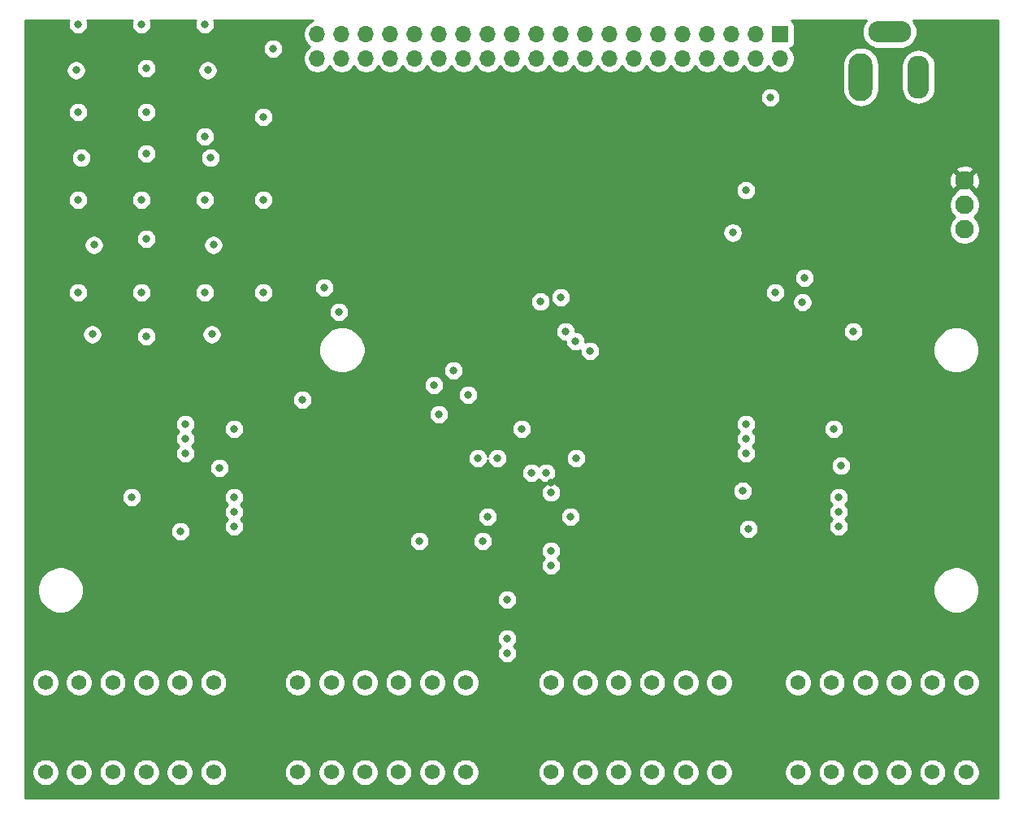
<source format=gbr>
G04 #@! TF.GenerationSoftware,KiCad,Pcbnew,5.1.5*
G04 #@! TF.CreationDate,2020-04-29T22:13:39-04:00*
G04 #@! TF.ProjectId,EVE-PCB-V2,4556452d-5043-4422-9d56-322e6b696361,rev?*
G04 #@! TF.SameCoordinates,Original*
G04 #@! TF.FileFunction,Copper,L3,Inr*
G04 #@! TF.FilePolarity,Positive*
%FSLAX46Y46*%
G04 Gerber Fmt 4.6, Leading zero omitted, Abs format (unit mm)*
G04 Created by KiCad (PCBNEW 5.1.5) date 2020-04-29 22:13:39*
%MOMM*%
%LPD*%
G04 APERTURE LIST*
%ADD10O,1.700000X1.700000*%
%ADD11R,1.700000X1.700000*%
%ADD12O,4.500000X2.250000*%
%ADD13O,2.250000X4.500000*%
%ADD14O,2.500000X5.000000*%
%ADD15C,1.575000*%
%ADD16C,1.950000*%
%ADD17C,0.800000*%
%ADD18C,0.254000*%
G04 APERTURE END LIST*
D10*
X119413346Y-39638769D03*
X119413346Y-37098769D03*
X121953346Y-39638769D03*
X121953346Y-37098769D03*
X124493346Y-39638769D03*
X124493346Y-37098769D03*
X127033346Y-39638769D03*
X127033346Y-37098769D03*
X129573346Y-39638769D03*
X129573346Y-37098769D03*
X132113346Y-39638769D03*
X132113346Y-37098769D03*
X134653346Y-39638769D03*
X134653346Y-37098769D03*
X137193346Y-39638769D03*
X137193346Y-37098769D03*
X139733346Y-39638769D03*
X139733346Y-37098769D03*
X142273346Y-39638769D03*
X142273346Y-37098769D03*
X144813346Y-39638769D03*
X144813346Y-37098769D03*
X147353346Y-39638769D03*
X147353346Y-37098769D03*
X149893346Y-39638769D03*
X149893346Y-37098769D03*
X152433346Y-39638769D03*
X152433346Y-37098769D03*
X154973346Y-39638769D03*
X154973346Y-37098769D03*
X157513346Y-39638769D03*
X157513346Y-37098769D03*
X160053346Y-39638769D03*
X160053346Y-37098769D03*
X162593346Y-39638769D03*
X162593346Y-37098769D03*
X165133346Y-39638769D03*
X165133346Y-37098769D03*
X167673346Y-39638769D03*
D11*
X167673346Y-37098769D03*
D12*
X179055346Y-36843769D03*
D13*
X182055346Y-41543769D03*
D14*
X176055346Y-41543769D03*
D15*
X187014846Y-104650000D03*
X187014846Y-114000000D03*
X183514846Y-104650000D03*
X183514846Y-114000000D03*
X180014846Y-104650000D03*
X180014846Y-114000000D03*
X176514846Y-104650000D03*
X176514846Y-114000000D03*
X173014846Y-104650000D03*
X173014846Y-114000000D03*
X169514846Y-104650000D03*
X169514846Y-114000000D03*
X161297346Y-104650000D03*
X161297346Y-114000000D03*
X157797346Y-104650000D03*
X157797346Y-114000000D03*
X154297346Y-104650000D03*
X154297346Y-114000000D03*
X150797346Y-104650000D03*
X150797346Y-114000000D03*
X147297346Y-104650000D03*
X147297346Y-114000000D03*
X143797346Y-104650000D03*
X143797346Y-114000000D03*
X134881346Y-104650000D03*
X134881346Y-114000000D03*
X131381346Y-104650000D03*
X131381346Y-114000000D03*
X127881346Y-104650000D03*
X127881346Y-114000000D03*
X124381346Y-104650000D03*
X124381346Y-114000000D03*
X120881346Y-104650000D03*
X120881346Y-114000000D03*
X117381346Y-104650000D03*
X117381346Y-114000000D03*
X108592346Y-104650000D03*
X108592346Y-114000000D03*
X105092346Y-104650000D03*
X105092346Y-114000000D03*
X101592346Y-104650000D03*
X101592346Y-114000000D03*
X98092346Y-104650000D03*
X98092346Y-114000000D03*
X94592346Y-104650000D03*
X94592346Y-114000000D03*
X91092346Y-104650000D03*
X91092346Y-114000000D03*
D16*
X186850346Y-52338769D03*
X186850346Y-54878769D03*
X186850346Y-57418769D03*
D17*
X101600000Y-49530000D03*
X101600000Y-40640000D03*
X101600000Y-58420000D03*
X101600000Y-68580000D03*
X164338000Y-88646000D03*
X105156000Y-88900000D03*
X110744000Y-78232000D03*
X173228000Y-78232000D03*
X166624000Y-43688000D03*
X94289731Y-40838269D03*
X108005731Y-40838269D03*
X94808231Y-49971769D03*
X108270231Y-49971769D03*
X96152231Y-59041769D03*
X95972231Y-68365769D03*
X108418231Y-68365769D03*
X108598231Y-59041769D03*
X135128000Y-74676000D03*
X175260000Y-68072000D03*
X117856000Y-75184000D03*
X145796000Y-87376000D03*
X139192000Y-96012000D03*
X177426346Y-60825654D03*
X118872000Y-57912000D03*
X140558846Y-56037154D03*
X143776848Y-83832440D03*
X146701084Y-78232000D03*
X134112000Y-94488000D03*
X139192000Y-77724000D03*
X157480000Y-62484000D03*
X94488000Y-36068000D03*
X173736000Y-88392000D03*
X101092000Y-36068000D03*
X173736000Y-86868000D03*
X173736000Y-85344000D03*
X114808000Y-38608000D03*
X107696000Y-36068000D03*
X173975231Y-82056769D03*
X164084000Y-77724000D03*
X107696000Y-47752000D03*
X113792000Y-45720000D03*
X164084000Y-79248000D03*
X101600000Y-45212000D03*
X164084000Y-80772000D03*
X94488000Y-45212000D03*
X163744000Y-84668000D03*
X110744000Y-88392000D03*
X113792000Y-54356000D03*
X110744000Y-86868000D03*
X113792000Y-64008000D03*
X110744000Y-85344000D03*
X101092000Y-54356000D03*
X94488000Y-54356000D03*
X109220000Y-82296000D03*
X105664000Y-77724000D03*
X107696000Y-64008000D03*
X105664000Y-79248000D03*
X107696000Y-54356000D03*
X105664000Y-80772000D03*
X101092000Y-64008000D03*
X94488000Y-64008000D03*
X100076000Y-85344000D03*
X169961885Y-65024000D03*
X147828000Y-70104000D03*
X145288000Y-68072000D03*
X164077443Y-53346557D03*
X146304000Y-69088000D03*
X162704942Y-57767058D03*
X136652000Y-89916000D03*
X139192000Y-101600000D03*
X139192000Y-100076000D03*
X143764000Y-92456000D03*
X131572000Y-73660000D03*
X137160000Y-87376000D03*
X132080000Y-76708000D03*
X130048000Y-89916000D03*
X143781297Y-84853297D03*
X143764000Y-90932000D03*
X133604000Y-72136000D03*
X141732000Y-82804000D03*
X146381082Y-81280000D03*
X167132000Y-64008000D03*
X144780000Y-64516000D03*
X120142000Y-63500000D03*
X136144000Y-81280000D03*
X140716000Y-78232000D03*
X170180000Y-62484000D03*
X143256000Y-82804000D03*
X138176000Y-81280000D03*
X142683795Y-64959795D03*
X121666000Y-66040000D03*
D18*
G36*
X93492774Y-35766102D02*
G01*
X93453000Y-35966061D01*
X93453000Y-36169939D01*
X93492774Y-36369898D01*
X93570795Y-36558256D01*
X93684063Y-36727774D01*
X93828226Y-36871937D01*
X93997744Y-36985205D01*
X94186102Y-37063226D01*
X94386061Y-37103000D01*
X94589939Y-37103000D01*
X94789898Y-37063226D01*
X94978256Y-36985205D01*
X95147774Y-36871937D01*
X95291937Y-36727774D01*
X95405205Y-36558256D01*
X95483226Y-36369898D01*
X95523000Y-36169939D01*
X95523000Y-35966061D01*
X95483226Y-35766102D01*
X95450461Y-35687000D01*
X100129539Y-35687000D01*
X100096774Y-35766102D01*
X100057000Y-35966061D01*
X100057000Y-36169939D01*
X100096774Y-36369898D01*
X100174795Y-36558256D01*
X100288063Y-36727774D01*
X100432226Y-36871937D01*
X100601744Y-36985205D01*
X100790102Y-37063226D01*
X100990061Y-37103000D01*
X101193939Y-37103000D01*
X101393898Y-37063226D01*
X101582256Y-36985205D01*
X101751774Y-36871937D01*
X101895937Y-36727774D01*
X102009205Y-36558256D01*
X102087226Y-36369898D01*
X102127000Y-36169939D01*
X102127000Y-35966061D01*
X102087226Y-35766102D01*
X102054461Y-35687000D01*
X106733539Y-35687000D01*
X106700774Y-35766102D01*
X106661000Y-35966061D01*
X106661000Y-36169939D01*
X106700774Y-36369898D01*
X106778795Y-36558256D01*
X106892063Y-36727774D01*
X107036226Y-36871937D01*
X107205744Y-36985205D01*
X107394102Y-37063226D01*
X107594061Y-37103000D01*
X107797939Y-37103000D01*
X107997898Y-37063226D01*
X108186256Y-36985205D01*
X108355774Y-36871937D01*
X108499937Y-36727774D01*
X108613205Y-36558256D01*
X108691226Y-36369898D01*
X108731000Y-36169939D01*
X108731000Y-35966061D01*
X108691226Y-35766102D01*
X108658461Y-35687000D01*
X118941167Y-35687000D01*
X118709935Y-35782779D01*
X118466714Y-35945294D01*
X118259871Y-36152137D01*
X118097356Y-36395358D01*
X117985414Y-36665611D01*
X117928346Y-36952509D01*
X117928346Y-37245029D01*
X117985414Y-37531927D01*
X118097356Y-37802180D01*
X118259871Y-38045401D01*
X118466714Y-38252244D01*
X118641106Y-38368769D01*
X118466714Y-38485294D01*
X118259871Y-38692137D01*
X118097356Y-38935358D01*
X117985414Y-39205611D01*
X117928346Y-39492509D01*
X117928346Y-39785029D01*
X117985414Y-40071927D01*
X118097356Y-40342180D01*
X118259871Y-40585401D01*
X118466714Y-40792244D01*
X118709935Y-40954759D01*
X118980188Y-41066701D01*
X119267086Y-41123769D01*
X119559606Y-41123769D01*
X119846504Y-41066701D01*
X120116757Y-40954759D01*
X120359978Y-40792244D01*
X120566821Y-40585401D01*
X120683346Y-40411009D01*
X120799871Y-40585401D01*
X121006714Y-40792244D01*
X121249935Y-40954759D01*
X121520188Y-41066701D01*
X121807086Y-41123769D01*
X122099606Y-41123769D01*
X122386504Y-41066701D01*
X122656757Y-40954759D01*
X122899978Y-40792244D01*
X123106821Y-40585401D01*
X123223346Y-40411009D01*
X123339871Y-40585401D01*
X123546714Y-40792244D01*
X123789935Y-40954759D01*
X124060188Y-41066701D01*
X124347086Y-41123769D01*
X124639606Y-41123769D01*
X124926504Y-41066701D01*
X125196757Y-40954759D01*
X125439978Y-40792244D01*
X125646821Y-40585401D01*
X125763346Y-40411009D01*
X125879871Y-40585401D01*
X126086714Y-40792244D01*
X126329935Y-40954759D01*
X126600188Y-41066701D01*
X126887086Y-41123769D01*
X127179606Y-41123769D01*
X127466504Y-41066701D01*
X127736757Y-40954759D01*
X127979978Y-40792244D01*
X128186821Y-40585401D01*
X128303346Y-40411009D01*
X128419871Y-40585401D01*
X128626714Y-40792244D01*
X128869935Y-40954759D01*
X129140188Y-41066701D01*
X129427086Y-41123769D01*
X129719606Y-41123769D01*
X130006504Y-41066701D01*
X130276757Y-40954759D01*
X130519978Y-40792244D01*
X130726821Y-40585401D01*
X130843346Y-40411009D01*
X130959871Y-40585401D01*
X131166714Y-40792244D01*
X131409935Y-40954759D01*
X131680188Y-41066701D01*
X131967086Y-41123769D01*
X132259606Y-41123769D01*
X132546504Y-41066701D01*
X132816757Y-40954759D01*
X133059978Y-40792244D01*
X133266821Y-40585401D01*
X133383346Y-40411009D01*
X133499871Y-40585401D01*
X133706714Y-40792244D01*
X133949935Y-40954759D01*
X134220188Y-41066701D01*
X134507086Y-41123769D01*
X134799606Y-41123769D01*
X135086504Y-41066701D01*
X135356757Y-40954759D01*
X135599978Y-40792244D01*
X135806821Y-40585401D01*
X135923346Y-40411009D01*
X136039871Y-40585401D01*
X136246714Y-40792244D01*
X136489935Y-40954759D01*
X136760188Y-41066701D01*
X137047086Y-41123769D01*
X137339606Y-41123769D01*
X137626504Y-41066701D01*
X137896757Y-40954759D01*
X138139978Y-40792244D01*
X138346821Y-40585401D01*
X138463346Y-40411009D01*
X138579871Y-40585401D01*
X138786714Y-40792244D01*
X139029935Y-40954759D01*
X139300188Y-41066701D01*
X139587086Y-41123769D01*
X139879606Y-41123769D01*
X140166504Y-41066701D01*
X140436757Y-40954759D01*
X140679978Y-40792244D01*
X140886821Y-40585401D01*
X141003346Y-40411009D01*
X141119871Y-40585401D01*
X141326714Y-40792244D01*
X141569935Y-40954759D01*
X141840188Y-41066701D01*
X142127086Y-41123769D01*
X142419606Y-41123769D01*
X142706504Y-41066701D01*
X142976757Y-40954759D01*
X143219978Y-40792244D01*
X143426821Y-40585401D01*
X143543346Y-40411009D01*
X143659871Y-40585401D01*
X143866714Y-40792244D01*
X144109935Y-40954759D01*
X144380188Y-41066701D01*
X144667086Y-41123769D01*
X144959606Y-41123769D01*
X145246504Y-41066701D01*
X145516757Y-40954759D01*
X145759978Y-40792244D01*
X145966821Y-40585401D01*
X146083346Y-40411009D01*
X146199871Y-40585401D01*
X146406714Y-40792244D01*
X146649935Y-40954759D01*
X146920188Y-41066701D01*
X147207086Y-41123769D01*
X147499606Y-41123769D01*
X147786504Y-41066701D01*
X148056757Y-40954759D01*
X148299978Y-40792244D01*
X148506821Y-40585401D01*
X148623346Y-40411009D01*
X148739871Y-40585401D01*
X148946714Y-40792244D01*
X149189935Y-40954759D01*
X149460188Y-41066701D01*
X149747086Y-41123769D01*
X150039606Y-41123769D01*
X150326504Y-41066701D01*
X150596757Y-40954759D01*
X150839978Y-40792244D01*
X151046821Y-40585401D01*
X151163346Y-40411009D01*
X151279871Y-40585401D01*
X151486714Y-40792244D01*
X151729935Y-40954759D01*
X152000188Y-41066701D01*
X152287086Y-41123769D01*
X152579606Y-41123769D01*
X152866504Y-41066701D01*
X153136757Y-40954759D01*
X153379978Y-40792244D01*
X153586821Y-40585401D01*
X153703346Y-40411009D01*
X153819871Y-40585401D01*
X154026714Y-40792244D01*
X154269935Y-40954759D01*
X154540188Y-41066701D01*
X154827086Y-41123769D01*
X155119606Y-41123769D01*
X155406504Y-41066701D01*
X155676757Y-40954759D01*
X155919978Y-40792244D01*
X156126821Y-40585401D01*
X156243346Y-40411009D01*
X156359871Y-40585401D01*
X156566714Y-40792244D01*
X156809935Y-40954759D01*
X157080188Y-41066701D01*
X157367086Y-41123769D01*
X157659606Y-41123769D01*
X157946504Y-41066701D01*
X158216757Y-40954759D01*
X158459978Y-40792244D01*
X158666821Y-40585401D01*
X158783346Y-40411009D01*
X158899871Y-40585401D01*
X159106714Y-40792244D01*
X159349935Y-40954759D01*
X159620188Y-41066701D01*
X159907086Y-41123769D01*
X160199606Y-41123769D01*
X160486504Y-41066701D01*
X160756757Y-40954759D01*
X160999978Y-40792244D01*
X161206821Y-40585401D01*
X161323346Y-40411009D01*
X161439871Y-40585401D01*
X161646714Y-40792244D01*
X161889935Y-40954759D01*
X162160188Y-41066701D01*
X162447086Y-41123769D01*
X162739606Y-41123769D01*
X163026504Y-41066701D01*
X163296757Y-40954759D01*
X163539978Y-40792244D01*
X163746821Y-40585401D01*
X163863346Y-40411009D01*
X163979871Y-40585401D01*
X164186714Y-40792244D01*
X164429935Y-40954759D01*
X164700188Y-41066701D01*
X164987086Y-41123769D01*
X165279606Y-41123769D01*
X165566504Y-41066701D01*
X165836757Y-40954759D01*
X166079978Y-40792244D01*
X166286821Y-40585401D01*
X166403346Y-40411009D01*
X166519871Y-40585401D01*
X166726714Y-40792244D01*
X166969935Y-40954759D01*
X167240188Y-41066701D01*
X167527086Y-41123769D01*
X167819606Y-41123769D01*
X168106504Y-41066701D01*
X168376757Y-40954759D01*
X168619978Y-40792244D01*
X168826821Y-40585401D01*
X168989336Y-40342180D01*
X169047742Y-40201173D01*
X174170346Y-40201173D01*
X174170347Y-42886366D01*
X174197622Y-43163293D01*
X174305408Y-43518617D01*
X174480444Y-43846086D01*
X174716002Y-44133114D01*
X175003030Y-44368672D01*
X175330499Y-44543708D01*
X175685823Y-44651494D01*
X176055346Y-44687889D01*
X176424870Y-44651494D01*
X176780194Y-44543708D01*
X177107663Y-44368672D01*
X177394691Y-44133114D01*
X177630249Y-43846086D01*
X177805285Y-43518617D01*
X177913071Y-43163293D01*
X177940346Y-42886366D01*
X177940346Y-40332317D01*
X180295346Y-40332317D01*
X180295347Y-42755222D01*
X180320814Y-43013789D01*
X180421452Y-43345550D01*
X180584881Y-43651303D01*
X180804818Y-43919298D01*
X181072813Y-44139235D01*
X181378566Y-44302664D01*
X181710327Y-44403302D01*
X182055346Y-44437284D01*
X182400366Y-44403302D01*
X182732127Y-44302664D01*
X183037880Y-44139235D01*
X183305875Y-43919298D01*
X183525812Y-43651303D01*
X183689241Y-43345550D01*
X183789879Y-43013789D01*
X183815346Y-42755222D01*
X183815346Y-40332316D01*
X183789879Y-40073749D01*
X183689241Y-39741988D01*
X183525812Y-39436235D01*
X183305875Y-39168240D01*
X183037879Y-38948303D01*
X182732126Y-38784874D01*
X182400365Y-38684236D01*
X182055346Y-38650254D01*
X181710326Y-38684236D01*
X181378565Y-38784874D01*
X181072812Y-38948303D01*
X180804817Y-39168240D01*
X180584880Y-39436236D01*
X180421451Y-39741989D01*
X180320813Y-40073750D01*
X180295346Y-40332317D01*
X177940346Y-40332317D01*
X177940346Y-40201172D01*
X177913071Y-39924245D01*
X177805285Y-39568921D01*
X177630249Y-39241452D01*
X177394691Y-38954424D01*
X177107663Y-38718866D01*
X176780193Y-38543830D01*
X176424869Y-38436044D01*
X176055346Y-38399649D01*
X175685822Y-38436044D01*
X175330498Y-38543830D01*
X175003029Y-38718866D01*
X174716001Y-38954424D01*
X174480443Y-39241452D01*
X174305407Y-39568922D01*
X174197621Y-39924246D01*
X174170346Y-40201173D01*
X169047742Y-40201173D01*
X169101278Y-40071927D01*
X169158346Y-39785029D01*
X169158346Y-39492509D01*
X169101278Y-39205611D01*
X168989336Y-38935358D01*
X168826821Y-38692137D01*
X168694966Y-38560282D01*
X168767526Y-38538271D01*
X168877840Y-38479306D01*
X168974531Y-38399954D01*
X169053883Y-38303263D01*
X169112848Y-38192949D01*
X169149158Y-38073251D01*
X169161418Y-37948769D01*
X169161418Y-36248769D01*
X169149158Y-36124287D01*
X169112848Y-36004589D01*
X169053883Y-35894275D01*
X168974531Y-35797584D01*
X168877840Y-35718232D01*
X168819410Y-35687000D01*
X176602870Y-35687000D01*
X176459880Y-35861235D01*
X176296451Y-36166988D01*
X176195813Y-36498749D01*
X176161831Y-36843769D01*
X176195813Y-37188789D01*
X176296451Y-37520550D01*
X176459880Y-37826303D01*
X176679817Y-38094298D01*
X176947812Y-38314235D01*
X177253565Y-38477664D01*
X177585326Y-38578302D01*
X177843893Y-38603769D01*
X180266799Y-38603769D01*
X180525366Y-38578302D01*
X180857127Y-38477664D01*
X181162880Y-38314235D01*
X181430875Y-38094298D01*
X181650812Y-37826303D01*
X181814241Y-37520550D01*
X181914879Y-37188789D01*
X181948861Y-36843769D01*
X181914879Y-36498749D01*
X181814241Y-36166988D01*
X181650812Y-35861235D01*
X181507822Y-35687000D01*
X190343347Y-35687000D01*
X190343346Y-116713000D01*
X89027000Y-116713000D01*
X89027000Y-113859896D01*
X89669846Y-113859896D01*
X89669846Y-114140104D01*
X89724512Y-114414928D01*
X89831743Y-114673806D01*
X89987418Y-114906791D01*
X90185555Y-115104928D01*
X90418540Y-115260603D01*
X90677418Y-115367834D01*
X90952242Y-115422500D01*
X91232450Y-115422500D01*
X91507274Y-115367834D01*
X91766152Y-115260603D01*
X91999137Y-115104928D01*
X92197274Y-114906791D01*
X92352949Y-114673806D01*
X92460180Y-114414928D01*
X92514846Y-114140104D01*
X92514846Y-113859896D01*
X93169846Y-113859896D01*
X93169846Y-114140104D01*
X93224512Y-114414928D01*
X93331743Y-114673806D01*
X93487418Y-114906791D01*
X93685555Y-115104928D01*
X93918540Y-115260603D01*
X94177418Y-115367834D01*
X94452242Y-115422500D01*
X94732450Y-115422500D01*
X95007274Y-115367834D01*
X95266152Y-115260603D01*
X95499137Y-115104928D01*
X95697274Y-114906791D01*
X95852949Y-114673806D01*
X95960180Y-114414928D01*
X96014846Y-114140104D01*
X96014846Y-113859896D01*
X96669846Y-113859896D01*
X96669846Y-114140104D01*
X96724512Y-114414928D01*
X96831743Y-114673806D01*
X96987418Y-114906791D01*
X97185555Y-115104928D01*
X97418540Y-115260603D01*
X97677418Y-115367834D01*
X97952242Y-115422500D01*
X98232450Y-115422500D01*
X98507274Y-115367834D01*
X98766152Y-115260603D01*
X98999137Y-115104928D01*
X99197274Y-114906791D01*
X99352949Y-114673806D01*
X99460180Y-114414928D01*
X99514846Y-114140104D01*
X99514846Y-113859896D01*
X100169846Y-113859896D01*
X100169846Y-114140104D01*
X100224512Y-114414928D01*
X100331743Y-114673806D01*
X100487418Y-114906791D01*
X100685555Y-115104928D01*
X100918540Y-115260603D01*
X101177418Y-115367834D01*
X101452242Y-115422500D01*
X101732450Y-115422500D01*
X102007274Y-115367834D01*
X102266152Y-115260603D01*
X102499137Y-115104928D01*
X102697274Y-114906791D01*
X102852949Y-114673806D01*
X102960180Y-114414928D01*
X103014846Y-114140104D01*
X103014846Y-113859896D01*
X103669846Y-113859896D01*
X103669846Y-114140104D01*
X103724512Y-114414928D01*
X103831743Y-114673806D01*
X103987418Y-114906791D01*
X104185555Y-115104928D01*
X104418540Y-115260603D01*
X104677418Y-115367834D01*
X104952242Y-115422500D01*
X105232450Y-115422500D01*
X105507274Y-115367834D01*
X105766152Y-115260603D01*
X105999137Y-115104928D01*
X106197274Y-114906791D01*
X106352949Y-114673806D01*
X106460180Y-114414928D01*
X106514846Y-114140104D01*
X106514846Y-113859896D01*
X107169846Y-113859896D01*
X107169846Y-114140104D01*
X107224512Y-114414928D01*
X107331743Y-114673806D01*
X107487418Y-114906791D01*
X107685555Y-115104928D01*
X107918540Y-115260603D01*
X108177418Y-115367834D01*
X108452242Y-115422500D01*
X108732450Y-115422500D01*
X109007274Y-115367834D01*
X109266152Y-115260603D01*
X109499137Y-115104928D01*
X109697274Y-114906791D01*
X109852949Y-114673806D01*
X109960180Y-114414928D01*
X110014846Y-114140104D01*
X110014846Y-113859896D01*
X115958846Y-113859896D01*
X115958846Y-114140104D01*
X116013512Y-114414928D01*
X116120743Y-114673806D01*
X116276418Y-114906791D01*
X116474555Y-115104928D01*
X116707540Y-115260603D01*
X116966418Y-115367834D01*
X117241242Y-115422500D01*
X117521450Y-115422500D01*
X117796274Y-115367834D01*
X118055152Y-115260603D01*
X118288137Y-115104928D01*
X118486274Y-114906791D01*
X118641949Y-114673806D01*
X118749180Y-114414928D01*
X118803846Y-114140104D01*
X118803846Y-113859896D01*
X119458846Y-113859896D01*
X119458846Y-114140104D01*
X119513512Y-114414928D01*
X119620743Y-114673806D01*
X119776418Y-114906791D01*
X119974555Y-115104928D01*
X120207540Y-115260603D01*
X120466418Y-115367834D01*
X120741242Y-115422500D01*
X121021450Y-115422500D01*
X121296274Y-115367834D01*
X121555152Y-115260603D01*
X121788137Y-115104928D01*
X121986274Y-114906791D01*
X122141949Y-114673806D01*
X122249180Y-114414928D01*
X122303846Y-114140104D01*
X122303846Y-113859896D01*
X122958846Y-113859896D01*
X122958846Y-114140104D01*
X123013512Y-114414928D01*
X123120743Y-114673806D01*
X123276418Y-114906791D01*
X123474555Y-115104928D01*
X123707540Y-115260603D01*
X123966418Y-115367834D01*
X124241242Y-115422500D01*
X124521450Y-115422500D01*
X124796274Y-115367834D01*
X125055152Y-115260603D01*
X125288137Y-115104928D01*
X125486274Y-114906791D01*
X125641949Y-114673806D01*
X125749180Y-114414928D01*
X125803846Y-114140104D01*
X125803846Y-113859896D01*
X126458846Y-113859896D01*
X126458846Y-114140104D01*
X126513512Y-114414928D01*
X126620743Y-114673806D01*
X126776418Y-114906791D01*
X126974555Y-115104928D01*
X127207540Y-115260603D01*
X127466418Y-115367834D01*
X127741242Y-115422500D01*
X128021450Y-115422500D01*
X128296274Y-115367834D01*
X128555152Y-115260603D01*
X128788137Y-115104928D01*
X128986274Y-114906791D01*
X129141949Y-114673806D01*
X129249180Y-114414928D01*
X129303846Y-114140104D01*
X129303846Y-113859896D01*
X129958846Y-113859896D01*
X129958846Y-114140104D01*
X130013512Y-114414928D01*
X130120743Y-114673806D01*
X130276418Y-114906791D01*
X130474555Y-115104928D01*
X130707540Y-115260603D01*
X130966418Y-115367834D01*
X131241242Y-115422500D01*
X131521450Y-115422500D01*
X131796274Y-115367834D01*
X132055152Y-115260603D01*
X132288137Y-115104928D01*
X132486274Y-114906791D01*
X132641949Y-114673806D01*
X132749180Y-114414928D01*
X132803846Y-114140104D01*
X132803846Y-113859896D01*
X133458846Y-113859896D01*
X133458846Y-114140104D01*
X133513512Y-114414928D01*
X133620743Y-114673806D01*
X133776418Y-114906791D01*
X133974555Y-115104928D01*
X134207540Y-115260603D01*
X134466418Y-115367834D01*
X134741242Y-115422500D01*
X135021450Y-115422500D01*
X135296274Y-115367834D01*
X135555152Y-115260603D01*
X135788137Y-115104928D01*
X135986274Y-114906791D01*
X136141949Y-114673806D01*
X136249180Y-114414928D01*
X136303846Y-114140104D01*
X136303846Y-113859896D01*
X142374846Y-113859896D01*
X142374846Y-114140104D01*
X142429512Y-114414928D01*
X142536743Y-114673806D01*
X142692418Y-114906791D01*
X142890555Y-115104928D01*
X143123540Y-115260603D01*
X143382418Y-115367834D01*
X143657242Y-115422500D01*
X143937450Y-115422500D01*
X144212274Y-115367834D01*
X144471152Y-115260603D01*
X144704137Y-115104928D01*
X144902274Y-114906791D01*
X145057949Y-114673806D01*
X145165180Y-114414928D01*
X145219846Y-114140104D01*
X145219846Y-113859896D01*
X145874846Y-113859896D01*
X145874846Y-114140104D01*
X145929512Y-114414928D01*
X146036743Y-114673806D01*
X146192418Y-114906791D01*
X146390555Y-115104928D01*
X146623540Y-115260603D01*
X146882418Y-115367834D01*
X147157242Y-115422500D01*
X147437450Y-115422500D01*
X147712274Y-115367834D01*
X147971152Y-115260603D01*
X148204137Y-115104928D01*
X148402274Y-114906791D01*
X148557949Y-114673806D01*
X148665180Y-114414928D01*
X148719846Y-114140104D01*
X148719846Y-113859896D01*
X149374846Y-113859896D01*
X149374846Y-114140104D01*
X149429512Y-114414928D01*
X149536743Y-114673806D01*
X149692418Y-114906791D01*
X149890555Y-115104928D01*
X150123540Y-115260603D01*
X150382418Y-115367834D01*
X150657242Y-115422500D01*
X150937450Y-115422500D01*
X151212274Y-115367834D01*
X151471152Y-115260603D01*
X151704137Y-115104928D01*
X151902274Y-114906791D01*
X152057949Y-114673806D01*
X152165180Y-114414928D01*
X152219846Y-114140104D01*
X152219846Y-113859896D01*
X152874846Y-113859896D01*
X152874846Y-114140104D01*
X152929512Y-114414928D01*
X153036743Y-114673806D01*
X153192418Y-114906791D01*
X153390555Y-115104928D01*
X153623540Y-115260603D01*
X153882418Y-115367834D01*
X154157242Y-115422500D01*
X154437450Y-115422500D01*
X154712274Y-115367834D01*
X154971152Y-115260603D01*
X155204137Y-115104928D01*
X155402274Y-114906791D01*
X155557949Y-114673806D01*
X155665180Y-114414928D01*
X155719846Y-114140104D01*
X155719846Y-113859896D01*
X156374846Y-113859896D01*
X156374846Y-114140104D01*
X156429512Y-114414928D01*
X156536743Y-114673806D01*
X156692418Y-114906791D01*
X156890555Y-115104928D01*
X157123540Y-115260603D01*
X157382418Y-115367834D01*
X157657242Y-115422500D01*
X157937450Y-115422500D01*
X158212274Y-115367834D01*
X158471152Y-115260603D01*
X158704137Y-115104928D01*
X158902274Y-114906791D01*
X159057949Y-114673806D01*
X159165180Y-114414928D01*
X159219846Y-114140104D01*
X159219846Y-113859896D01*
X159874846Y-113859896D01*
X159874846Y-114140104D01*
X159929512Y-114414928D01*
X160036743Y-114673806D01*
X160192418Y-114906791D01*
X160390555Y-115104928D01*
X160623540Y-115260603D01*
X160882418Y-115367834D01*
X161157242Y-115422500D01*
X161437450Y-115422500D01*
X161712274Y-115367834D01*
X161971152Y-115260603D01*
X162204137Y-115104928D01*
X162402274Y-114906791D01*
X162557949Y-114673806D01*
X162665180Y-114414928D01*
X162719846Y-114140104D01*
X162719846Y-113859896D01*
X168092346Y-113859896D01*
X168092346Y-114140104D01*
X168147012Y-114414928D01*
X168254243Y-114673806D01*
X168409918Y-114906791D01*
X168608055Y-115104928D01*
X168841040Y-115260603D01*
X169099918Y-115367834D01*
X169374742Y-115422500D01*
X169654950Y-115422500D01*
X169929774Y-115367834D01*
X170188652Y-115260603D01*
X170421637Y-115104928D01*
X170619774Y-114906791D01*
X170775449Y-114673806D01*
X170882680Y-114414928D01*
X170937346Y-114140104D01*
X170937346Y-113859896D01*
X171592346Y-113859896D01*
X171592346Y-114140104D01*
X171647012Y-114414928D01*
X171754243Y-114673806D01*
X171909918Y-114906791D01*
X172108055Y-115104928D01*
X172341040Y-115260603D01*
X172599918Y-115367834D01*
X172874742Y-115422500D01*
X173154950Y-115422500D01*
X173429774Y-115367834D01*
X173688652Y-115260603D01*
X173921637Y-115104928D01*
X174119774Y-114906791D01*
X174275449Y-114673806D01*
X174382680Y-114414928D01*
X174437346Y-114140104D01*
X174437346Y-113859896D01*
X175092346Y-113859896D01*
X175092346Y-114140104D01*
X175147012Y-114414928D01*
X175254243Y-114673806D01*
X175409918Y-114906791D01*
X175608055Y-115104928D01*
X175841040Y-115260603D01*
X176099918Y-115367834D01*
X176374742Y-115422500D01*
X176654950Y-115422500D01*
X176929774Y-115367834D01*
X177188652Y-115260603D01*
X177421637Y-115104928D01*
X177619774Y-114906791D01*
X177775449Y-114673806D01*
X177882680Y-114414928D01*
X177937346Y-114140104D01*
X177937346Y-113859896D01*
X178592346Y-113859896D01*
X178592346Y-114140104D01*
X178647012Y-114414928D01*
X178754243Y-114673806D01*
X178909918Y-114906791D01*
X179108055Y-115104928D01*
X179341040Y-115260603D01*
X179599918Y-115367834D01*
X179874742Y-115422500D01*
X180154950Y-115422500D01*
X180429774Y-115367834D01*
X180688652Y-115260603D01*
X180921637Y-115104928D01*
X181119774Y-114906791D01*
X181275449Y-114673806D01*
X181382680Y-114414928D01*
X181437346Y-114140104D01*
X181437346Y-113859896D01*
X182092346Y-113859896D01*
X182092346Y-114140104D01*
X182147012Y-114414928D01*
X182254243Y-114673806D01*
X182409918Y-114906791D01*
X182608055Y-115104928D01*
X182841040Y-115260603D01*
X183099918Y-115367834D01*
X183374742Y-115422500D01*
X183654950Y-115422500D01*
X183929774Y-115367834D01*
X184188652Y-115260603D01*
X184421637Y-115104928D01*
X184619774Y-114906791D01*
X184775449Y-114673806D01*
X184882680Y-114414928D01*
X184937346Y-114140104D01*
X184937346Y-113859896D01*
X185592346Y-113859896D01*
X185592346Y-114140104D01*
X185647012Y-114414928D01*
X185754243Y-114673806D01*
X185909918Y-114906791D01*
X186108055Y-115104928D01*
X186341040Y-115260603D01*
X186599918Y-115367834D01*
X186874742Y-115422500D01*
X187154950Y-115422500D01*
X187429774Y-115367834D01*
X187688652Y-115260603D01*
X187921637Y-115104928D01*
X188119774Y-114906791D01*
X188275449Y-114673806D01*
X188382680Y-114414928D01*
X188437346Y-114140104D01*
X188437346Y-113859896D01*
X188382680Y-113585072D01*
X188275449Y-113326194D01*
X188119774Y-113093209D01*
X187921637Y-112895072D01*
X187688652Y-112739397D01*
X187429774Y-112632166D01*
X187154950Y-112577500D01*
X186874742Y-112577500D01*
X186599918Y-112632166D01*
X186341040Y-112739397D01*
X186108055Y-112895072D01*
X185909918Y-113093209D01*
X185754243Y-113326194D01*
X185647012Y-113585072D01*
X185592346Y-113859896D01*
X184937346Y-113859896D01*
X184882680Y-113585072D01*
X184775449Y-113326194D01*
X184619774Y-113093209D01*
X184421637Y-112895072D01*
X184188652Y-112739397D01*
X183929774Y-112632166D01*
X183654950Y-112577500D01*
X183374742Y-112577500D01*
X183099918Y-112632166D01*
X182841040Y-112739397D01*
X182608055Y-112895072D01*
X182409918Y-113093209D01*
X182254243Y-113326194D01*
X182147012Y-113585072D01*
X182092346Y-113859896D01*
X181437346Y-113859896D01*
X181382680Y-113585072D01*
X181275449Y-113326194D01*
X181119774Y-113093209D01*
X180921637Y-112895072D01*
X180688652Y-112739397D01*
X180429774Y-112632166D01*
X180154950Y-112577500D01*
X179874742Y-112577500D01*
X179599918Y-112632166D01*
X179341040Y-112739397D01*
X179108055Y-112895072D01*
X178909918Y-113093209D01*
X178754243Y-113326194D01*
X178647012Y-113585072D01*
X178592346Y-113859896D01*
X177937346Y-113859896D01*
X177882680Y-113585072D01*
X177775449Y-113326194D01*
X177619774Y-113093209D01*
X177421637Y-112895072D01*
X177188652Y-112739397D01*
X176929774Y-112632166D01*
X176654950Y-112577500D01*
X176374742Y-112577500D01*
X176099918Y-112632166D01*
X175841040Y-112739397D01*
X175608055Y-112895072D01*
X175409918Y-113093209D01*
X175254243Y-113326194D01*
X175147012Y-113585072D01*
X175092346Y-113859896D01*
X174437346Y-113859896D01*
X174382680Y-113585072D01*
X174275449Y-113326194D01*
X174119774Y-113093209D01*
X173921637Y-112895072D01*
X173688652Y-112739397D01*
X173429774Y-112632166D01*
X173154950Y-112577500D01*
X172874742Y-112577500D01*
X172599918Y-112632166D01*
X172341040Y-112739397D01*
X172108055Y-112895072D01*
X171909918Y-113093209D01*
X171754243Y-113326194D01*
X171647012Y-113585072D01*
X171592346Y-113859896D01*
X170937346Y-113859896D01*
X170882680Y-113585072D01*
X170775449Y-113326194D01*
X170619774Y-113093209D01*
X170421637Y-112895072D01*
X170188652Y-112739397D01*
X169929774Y-112632166D01*
X169654950Y-112577500D01*
X169374742Y-112577500D01*
X169099918Y-112632166D01*
X168841040Y-112739397D01*
X168608055Y-112895072D01*
X168409918Y-113093209D01*
X168254243Y-113326194D01*
X168147012Y-113585072D01*
X168092346Y-113859896D01*
X162719846Y-113859896D01*
X162665180Y-113585072D01*
X162557949Y-113326194D01*
X162402274Y-113093209D01*
X162204137Y-112895072D01*
X161971152Y-112739397D01*
X161712274Y-112632166D01*
X161437450Y-112577500D01*
X161157242Y-112577500D01*
X160882418Y-112632166D01*
X160623540Y-112739397D01*
X160390555Y-112895072D01*
X160192418Y-113093209D01*
X160036743Y-113326194D01*
X159929512Y-113585072D01*
X159874846Y-113859896D01*
X159219846Y-113859896D01*
X159165180Y-113585072D01*
X159057949Y-113326194D01*
X158902274Y-113093209D01*
X158704137Y-112895072D01*
X158471152Y-112739397D01*
X158212274Y-112632166D01*
X157937450Y-112577500D01*
X157657242Y-112577500D01*
X157382418Y-112632166D01*
X157123540Y-112739397D01*
X156890555Y-112895072D01*
X156692418Y-113093209D01*
X156536743Y-113326194D01*
X156429512Y-113585072D01*
X156374846Y-113859896D01*
X155719846Y-113859896D01*
X155665180Y-113585072D01*
X155557949Y-113326194D01*
X155402274Y-113093209D01*
X155204137Y-112895072D01*
X154971152Y-112739397D01*
X154712274Y-112632166D01*
X154437450Y-112577500D01*
X154157242Y-112577500D01*
X153882418Y-112632166D01*
X153623540Y-112739397D01*
X153390555Y-112895072D01*
X153192418Y-113093209D01*
X153036743Y-113326194D01*
X152929512Y-113585072D01*
X152874846Y-113859896D01*
X152219846Y-113859896D01*
X152165180Y-113585072D01*
X152057949Y-113326194D01*
X151902274Y-113093209D01*
X151704137Y-112895072D01*
X151471152Y-112739397D01*
X151212274Y-112632166D01*
X150937450Y-112577500D01*
X150657242Y-112577500D01*
X150382418Y-112632166D01*
X150123540Y-112739397D01*
X149890555Y-112895072D01*
X149692418Y-113093209D01*
X149536743Y-113326194D01*
X149429512Y-113585072D01*
X149374846Y-113859896D01*
X148719846Y-113859896D01*
X148665180Y-113585072D01*
X148557949Y-113326194D01*
X148402274Y-113093209D01*
X148204137Y-112895072D01*
X147971152Y-112739397D01*
X147712274Y-112632166D01*
X147437450Y-112577500D01*
X147157242Y-112577500D01*
X146882418Y-112632166D01*
X146623540Y-112739397D01*
X146390555Y-112895072D01*
X146192418Y-113093209D01*
X146036743Y-113326194D01*
X145929512Y-113585072D01*
X145874846Y-113859896D01*
X145219846Y-113859896D01*
X145165180Y-113585072D01*
X145057949Y-113326194D01*
X144902274Y-113093209D01*
X144704137Y-112895072D01*
X144471152Y-112739397D01*
X144212274Y-112632166D01*
X143937450Y-112577500D01*
X143657242Y-112577500D01*
X143382418Y-112632166D01*
X143123540Y-112739397D01*
X142890555Y-112895072D01*
X142692418Y-113093209D01*
X142536743Y-113326194D01*
X142429512Y-113585072D01*
X142374846Y-113859896D01*
X136303846Y-113859896D01*
X136249180Y-113585072D01*
X136141949Y-113326194D01*
X135986274Y-113093209D01*
X135788137Y-112895072D01*
X135555152Y-112739397D01*
X135296274Y-112632166D01*
X135021450Y-112577500D01*
X134741242Y-112577500D01*
X134466418Y-112632166D01*
X134207540Y-112739397D01*
X133974555Y-112895072D01*
X133776418Y-113093209D01*
X133620743Y-113326194D01*
X133513512Y-113585072D01*
X133458846Y-113859896D01*
X132803846Y-113859896D01*
X132749180Y-113585072D01*
X132641949Y-113326194D01*
X132486274Y-113093209D01*
X132288137Y-112895072D01*
X132055152Y-112739397D01*
X131796274Y-112632166D01*
X131521450Y-112577500D01*
X131241242Y-112577500D01*
X130966418Y-112632166D01*
X130707540Y-112739397D01*
X130474555Y-112895072D01*
X130276418Y-113093209D01*
X130120743Y-113326194D01*
X130013512Y-113585072D01*
X129958846Y-113859896D01*
X129303846Y-113859896D01*
X129249180Y-113585072D01*
X129141949Y-113326194D01*
X128986274Y-113093209D01*
X128788137Y-112895072D01*
X128555152Y-112739397D01*
X128296274Y-112632166D01*
X128021450Y-112577500D01*
X127741242Y-112577500D01*
X127466418Y-112632166D01*
X127207540Y-112739397D01*
X126974555Y-112895072D01*
X126776418Y-113093209D01*
X126620743Y-113326194D01*
X126513512Y-113585072D01*
X126458846Y-113859896D01*
X125803846Y-113859896D01*
X125749180Y-113585072D01*
X125641949Y-113326194D01*
X125486274Y-113093209D01*
X125288137Y-112895072D01*
X125055152Y-112739397D01*
X124796274Y-112632166D01*
X124521450Y-112577500D01*
X124241242Y-112577500D01*
X123966418Y-112632166D01*
X123707540Y-112739397D01*
X123474555Y-112895072D01*
X123276418Y-113093209D01*
X123120743Y-113326194D01*
X123013512Y-113585072D01*
X122958846Y-113859896D01*
X122303846Y-113859896D01*
X122249180Y-113585072D01*
X122141949Y-113326194D01*
X121986274Y-113093209D01*
X121788137Y-112895072D01*
X121555152Y-112739397D01*
X121296274Y-112632166D01*
X121021450Y-112577500D01*
X120741242Y-112577500D01*
X120466418Y-112632166D01*
X120207540Y-112739397D01*
X119974555Y-112895072D01*
X119776418Y-113093209D01*
X119620743Y-113326194D01*
X119513512Y-113585072D01*
X119458846Y-113859896D01*
X118803846Y-113859896D01*
X118749180Y-113585072D01*
X118641949Y-113326194D01*
X118486274Y-113093209D01*
X118288137Y-112895072D01*
X118055152Y-112739397D01*
X117796274Y-112632166D01*
X117521450Y-112577500D01*
X117241242Y-112577500D01*
X116966418Y-112632166D01*
X116707540Y-112739397D01*
X116474555Y-112895072D01*
X116276418Y-113093209D01*
X116120743Y-113326194D01*
X116013512Y-113585072D01*
X115958846Y-113859896D01*
X110014846Y-113859896D01*
X109960180Y-113585072D01*
X109852949Y-113326194D01*
X109697274Y-113093209D01*
X109499137Y-112895072D01*
X109266152Y-112739397D01*
X109007274Y-112632166D01*
X108732450Y-112577500D01*
X108452242Y-112577500D01*
X108177418Y-112632166D01*
X107918540Y-112739397D01*
X107685555Y-112895072D01*
X107487418Y-113093209D01*
X107331743Y-113326194D01*
X107224512Y-113585072D01*
X107169846Y-113859896D01*
X106514846Y-113859896D01*
X106460180Y-113585072D01*
X106352949Y-113326194D01*
X106197274Y-113093209D01*
X105999137Y-112895072D01*
X105766152Y-112739397D01*
X105507274Y-112632166D01*
X105232450Y-112577500D01*
X104952242Y-112577500D01*
X104677418Y-112632166D01*
X104418540Y-112739397D01*
X104185555Y-112895072D01*
X103987418Y-113093209D01*
X103831743Y-113326194D01*
X103724512Y-113585072D01*
X103669846Y-113859896D01*
X103014846Y-113859896D01*
X102960180Y-113585072D01*
X102852949Y-113326194D01*
X102697274Y-113093209D01*
X102499137Y-112895072D01*
X102266152Y-112739397D01*
X102007274Y-112632166D01*
X101732450Y-112577500D01*
X101452242Y-112577500D01*
X101177418Y-112632166D01*
X100918540Y-112739397D01*
X100685555Y-112895072D01*
X100487418Y-113093209D01*
X100331743Y-113326194D01*
X100224512Y-113585072D01*
X100169846Y-113859896D01*
X99514846Y-113859896D01*
X99460180Y-113585072D01*
X99352949Y-113326194D01*
X99197274Y-113093209D01*
X98999137Y-112895072D01*
X98766152Y-112739397D01*
X98507274Y-112632166D01*
X98232450Y-112577500D01*
X97952242Y-112577500D01*
X97677418Y-112632166D01*
X97418540Y-112739397D01*
X97185555Y-112895072D01*
X96987418Y-113093209D01*
X96831743Y-113326194D01*
X96724512Y-113585072D01*
X96669846Y-113859896D01*
X96014846Y-113859896D01*
X95960180Y-113585072D01*
X95852949Y-113326194D01*
X95697274Y-113093209D01*
X95499137Y-112895072D01*
X95266152Y-112739397D01*
X95007274Y-112632166D01*
X94732450Y-112577500D01*
X94452242Y-112577500D01*
X94177418Y-112632166D01*
X93918540Y-112739397D01*
X93685555Y-112895072D01*
X93487418Y-113093209D01*
X93331743Y-113326194D01*
X93224512Y-113585072D01*
X93169846Y-113859896D01*
X92514846Y-113859896D01*
X92460180Y-113585072D01*
X92352949Y-113326194D01*
X92197274Y-113093209D01*
X91999137Y-112895072D01*
X91766152Y-112739397D01*
X91507274Y-112632166D01*
X91232450Y-112577500D01*
X90952242Y-112577500D01*
X90677418Y-112632166D01*
X90418540Y-112739397D01*
X90185555Y-112895072D01*
X89987418Y-113093209D01*
X89831743Y-113326194D01*
X89724512Y-113585072D01*
X89669846Y-113859896D01*
X89027000Y-113859896D01*
X89027000Y-104509896D01*
X89669846Y-104509896D01*
X89669846Y-104790104D01*
X89724512Y-105064928D01*
X89831743Y-105323806D01*
X89987418Y-105556791D01*
X90185555Y-105754928D01*
X90418540Y-105910603D01*
X90677418Y-106017834D01*
X90952242Y-106072500D01*
X91232450Y-106072500D01*
X91507274Y-106017834D01*
X91766152Y-105910603D01*
X91999137Y-105754928D01*
X92197274Y-105556791D01*
X92352949Y-105323806D01*
X92460180Y-105064928D01*
X92514846Y-104790104D01*
X92514846Y-104509896D01*
X93169846Y-104509896D01*
X93169846Y-104790104D01*
X93224512Y-105064928D01*
X93331743Y-105323806D01*
X93487418Y-105556791D01*
X93685555Y-105754928D01*
X93918540Y-105910603D01*
X94177418Y-106017834D01*
X94452242Y-106072500D01*
X94732450Y-106072500D01*
X95007274Y-106017834D01*
X95266152Y-105910603D01*
X95499137Y-105754928D01*
X95697274Y-105556791D01*
X95852949Y-105323806D01*
X95960180Y-105064928D01*
X96014846Y-104790104D01*
X96014846Y-104509896D01*
X96669846Y-104509896D01*
X96669846Y-104790104D01*
X96724512Y-105064928D01*
X96831743Y-105323806D01*
X96987418Y-105556791D01*
X97185555Y-105754928D01*
X97418540Y-105910603D01*
X97677418Y-106017834D01*
X97952242Y-106072500D01*
X98232450Y-106072500D01*
X98507274Y-106017834D01*
X98766152Y-105910603D01*
X98999137Y-105754928D01*
X99197274Y-105556791D01*
X99352949Y-105323806D01*
X99460180Y-105064928D01*
X99514846Y-104790104D01*
X99514846Y-104509896D01*
X100169846Y-104509896D01*
X100169846Y-104790104D01*
X100224512Y-105064928D01*
X100331743Y-105323806D01*
X100487418Y-105556791D01*
X100685555Y-105754928D01*
X100918540Y-105910603D01*
X101177418Y-106017834D01*
X101452242Y-106072500D01*
X101732450Y-106072500D01*
X102007274Y-106017834D01*
X102266152Y-105910603D01*
X102499137Y-105754928D01*
X102697274Y-105556791D01*
X102852949Y-105323806D01*
X102960180Y-105064928D01*
X103014846Y-104790104D01*
X103014846Y-104509896D01*
X103669846Y-104509896D01*
X103669846Y-104790104D01*
X103724512Y-105064928D01*
X103831743Y-105323806D01*
X103987418Y-105556791D01*
X104185555Y-105754928D01*
X104418540Y-105910603D01*
X104677418Y-106017834D01*
X104952242Y-106072500D01*
X105232450Y-106072500D01*
X105507274Y-106017834D01*
X105766152Y-105910603D01*
X105999137Y-105754928D01*
X106197274Y-105556791D01*
X106352949Y-105323806D01*
X106460180Y-105064928D01*
X106514846Y-104790104D01*
X106514846Y-104509896D01*
X107169846Y-104509896D01*
X107169846Y-104790104D01*
X107224512Y-105064928D01*
X107331743Y-105323806D01*
X107487418Y-105556791D01*
X107685555Y-105754928D01*
X107918540Y-105910603D01*
X108177418Y-106017834D01*
X108452242Y-106072500D01*
X108732450Y-106072500D01*
X109007274Y-106017834D01*
X109266152Y-105910603D01*
X109499137Y-105754928D01*
X109697274Y-105556791D01*
X109852949Y-105323806D01*
X109960180Y-105064928D01*
X110014846Y-104790104D01*
X110014846Y-104509896D01*
X115958846Y-104509896D01*
X115958846Y-104790104D01*
X116013512Y-105064928D01*
X116120743Y-105323806D01*
X116276418Y-105556791D01*
X116474555Y-105754928D01*
X116707540Y-105910603D01*
X116966418Y-106017834D01*
X117241242Y-106072500D01*
X117521450Y-106072500D01*
X117796274Y-106017834D01*
X118055152Y-105910603D01*
X118288137Y-105754928D01*
X118486274Y-105556791D01*
X118641949Y-105323806D01*
X118749180Y-105064928D01*
X118803846Y-104790104D01*
X118803846Y-104509896D01*
X119458846Y-104509896D01*
X119458846Y-104790104D01*
X119513512Y-105064928D01*
X119620743Y-105323806D01*
X119776418Y-105556791D01*
X119974555Y-105754928D01*
X120207540Y-105910603D01*
X120466418Y-106017834D01*
X120741242Y-106072500D01*
X121021450Y-106072500D01*
X121296274Y-106017834D01*
X121555152Y-105910603D01*
X121788137Y-105754928D01*
X121986274Y-105556791D01*
X122141949Y-105323806D01*
X122249180Y-105064928D01*
X122303846Y-104790104D01*
X122303846Y-104509896D01*
X122958846Y-104509896D01*
X122958846Y-104790104D01*
X123013512Y-105064928D01*
X123120743Y-105323806D01*
X123276418Y-105556791D01*
X123474555Y-105754928D01*
X123707540Y-105910603D01*
X123966418Y-106017834D01*
X124241242Y-106072500D01*
X124521450Y-106072500D01*
X124796274Y-106017834D01*
X125055152Y-105910603D01*
X125288137Y-105754928D01*
X125486274Y-105556791D01*
X125641949Y-105323806D01*
X125749180Y-105064928D01*
X125803846Y-104790104D01*
X125803846Y-104509896D01*
X126458846Y-104509896D01*
X126458846Y-104790104D01*
X126513512Y-105064928D01*
X126620743Y-105323806D01*
X126776418Y-105556791D01*
X126974555Y-105754928D01*
X127207540Y-105910603D01*
X127466418Y-106017834D01*
X127741242Y-106072500D01*
X128021450Y-106072500D01*
X128296274Y-106017834D01*
X128555152Y-105910603D01*
X128788137Y-105754928D01*
X128986274Y-105556791D01*
X129141949Y-105323806D01*
X129249180Y-105064928D01*
X129303846Y-104790104D01*
X129303846Y-104509896D01*
X129958846Y-104509896D01*
X129958846Y-104790104D01*
X130013512Y-105064928D01*
X130120743Y-105323806D01*
X130276418Y-105556791D01*
X130474555Y-105754928D01*
X130707540Y-105910603D01*
X130966418Y-106017834D01*
X131241242Y-106072500D01*
X131521450Y-106072500D01*
X131796274Y-106017834D01*
X132055152Y-105910603D01*
X132288137Y-105754928D01*
X132486274Y-105556791D01*
X132641949Y-105323806D01*
X132749180Y-105064928D01*
X132803846Y-104790104D01*
X132803846Y-104509896D01*
X133458846Y-104509896D01*
X133458846Y-104790104D01*
X133513512Y-105064928D01*
X133620743Y-105323806D01*
X133776418Y-105556791D01*
X133974555Y-105754928D01*
X134207540Y-105910603D01*
X134466418Y-106017834D01*
X134741242Y-106072500D01*
X135021450Y-106072500D01*
X135296274Y-106017834D01*
X135555152Y-105910603D01*
X135788137Y-105754928D01*
X135986274Y-105556791D01*
X136141949Y-105323806D01*
X136249180Y-105064928D01*
X136303846Y-104790104D01*
X136303846Y-104509896D01*
X142374846Y-104509896D01*
X142374846Y-104790104D01*
X142429512Y-105064928D01*
X142536743Y-105323806D01*
X142692418Y-105556791D01*
X142890555Y-105754928D01*
X143123540Y-105910603D01*
X143382418Y-106017834D01*
X143657242Y-106072500D01*
X143937450Y-106072500D01*
X144212274Y-106017834D01*
X144471152Y-105910603D01*
X144704137Y-105754928D01*
X144902274Y-105556791D01*
X145057949Y-105323806D01*
X145165180Y-105064928D01*
X145219846Y-104790104D01*
X145219846Y-104509896D01*
X145874846Y-104509896D01*
X145874846Y-104790104D01*
X145929512Y-105064928D01*
X146036743Y-105323806D01*
X146192418Y-105556791D01*
X146390555Y-105754928D01*
X146623540Y-105910603D01*
X146882418Y-106017834D01*
X147157242Y-106072500D01*
X147437450Y-106072500D01*
X147712274Y-106017834D01*
X147971152Y-105910603D01*
X148204137Y-105754928D01*
X148402274Y-105556791D01*
X148557949Y-105323806D01*
X148665180Y-105064928D01*
X148719846Y-104790104D01*
X148719846Y-104509896D01*
X149374846Y-104509896D01*
X149374846Y-104790104D01*
X149429512Y-105064928D01*
X149536743Y-105323806D01*
X149692418Y-105556791D01*
X149890555Y-105754928D01*
X150123540Y-105910603D01*
X150382418Y-106017834D01*
X150657242Y-106072500D01*
X150937450Y-106072500D01*
X151212274Y-106017834D01*
X151471152Y-105910603D01*
X151704137Y-105754928D01*
X151902274Y-105556791D01*
X152057949Y-105323806D01*
X152165180Y-105064928D01*
X152219846Y-104790104D01*
X152219846Y-104509896D01*
X152874846Y-104509896D01*
X152874846Y-104790104D01*
X152929512Y-105064928D01*
X153036743Y-105323806D01*
X153192418Y-105556791D01*
X153390555Y-105754928D01*
X153623540Y-105910603D01*
X153882418Y-106017834D01*
X154157242Y-106072500D01*
X154437450Y-106072500D01*
X154712274Y-106017834D01*
X154971152Y-105910603D01*
X155204137Y-105754928D01*
X155402274Y-105556791D01*
X155557949Y-105323806D01*
X155665180Y-105064928D01*
X155719846Y-104790104D01*
X155719846Y-104509896D01*
X156374846Y-104509896D01*
X156374846Y-104790104D01*
X156429512Y-105064928D01*
X156536743Y-105323806D01*
X156692418Y-105556791D01*
X156890555Y-105754928D01*
X157123540Y-105910603D01*
X157382418Y-106017834D01*
X157657242Y-106072500D01*
X157937450Y-106072500D01*
X158212274Y-106017834D01*
X158471152Y-105910603D01*
X158704137Y-105754928D01*
X158902274Y-105556791D01*
X159057949Y-105323806D01*
X159165180Y-105064928D01*
X159219846Y-104790104D01*
X159219846Y-104509896D01*
X159874846Y-104509896D01*
X159874846Y-104790104D01*
X159929512Y-105064928D01*
X160036743Y-105323806D01*
X160192418Y-105556791D01*
X160390555Y-105754928D01*
X160623540Y-105910603D01*
X160882418Y-106017834D01*
X161157242Y-106072500D01*
X161437450Y-106072500D01*
X161712274Y-106017834D01*
X161971152Y-105910603D01*
X162204137Y-105754928D01*
X162402274Y-105556791D01*
X162557949Y-105323806D01*
X162665180Y-105064928D01*
X162719846Y-104790104D01*
X162719846Y-104509896D01*
X168092346Y-104509896D01*
X168092346Y-104790104D01*
X168147012Y-105064928D01*
X168254243Y-105323806D01*
X168409918Y-105556791D01*
X168608055Y-105754928D01*
X168841040Y-105910603D01*
X169099918Y-106017834D01*
X169374742Y-106072500D01*
X169654950Y-106072500D01*
X169929774Y-106017834D01*
X170188652Y-105910603D01*
X170421637Y-105754928D01*
X170619774Y-105556791D01*
X170775449Y-105323806D01*
X170882680Y-105064928D01*
X170937346Y-104790104D01*
X170937346Y-104509896D01*
X171592346Y-104509896D01*
X171592346Y-104790104D01*
X171647012Y-105064928D01*
X171754243Y-105323806D01*
X171909918Y-105556791D01*
X172108055Y-105754928D01*
X172341040Y-105910603D01*
X172599918Y-106017834D01*
X172874742Y-106072500D01*
X173154950Y-106072500D01*
X173429774Y-106017834D01*
X173688652Y-105910603D01*
X173921637Y-105754928D01*
X174119774Y-105556791D01*
X174275449Y-105323806D01*
X174382680Y-105064928D01*
X174437346Y-104790104D01*
X174437346Y-104509896D01*
X175092346Y-104509896D01*
X175092346Y-104790104D01*
X175147012Y-105064928D01*
X175254243Y-105323806D01*
X175409918Y-105556791D01*
X175608055Y-105754928D01*
X175841040Y-105910603D01*
X176099918Y-106017834D01*
X176374742Y-106072500D01*
X176654950Y-106072500D01*
X176929774Y-106017834D01*
X177188652Y-105910603D01*
X177421637Y-105754928D01*
X177619774Y-105556791D01*
X177775449Y-105323806D01*
X177882680Y-105064928D01*
X177937346Y-104790104D01*
X177937346Y-104509896D01*
X178592346Y-104509896D01*
X178592346Y-104790104D01*
X178647012Y-105064928D01*
X178754243Y-105323806D01*
X178909918Y-105556791D01*
X179108055Y-105754928D01*
X179341040Y-105910603D01*
X179599918Y-106017834D01*
X179874742Y-106072500D01*
X180154950Y-106072500D01*
X180429774Y-106017834D01*
X180688652Y-105910603D01*
X180921637Y-105754928D01*
X181119774Y-105556791D01*
X181275449Y-105323806D01*
X181382680Y-105064928D01*
X181437346Y-104790104D01*
X181437346Y-104509896D01*
X182092346Y-104509896D01*
X182092346Y-104790104D01*
X182147012Y-105064928D01*
X182254243Y-105323806D01*
X182409918Y-105556791D01*
X182608055Y-105754928D01*
X182841040Y-105910603D01*
X183099918Y-106017834D01*
X183374742Y-106072500D01*
X183654950Y-106072500D01*
X183929774Y-106017834D01*
X184188652Y-105910603D01*
X184421637Y-105754928D01*
X184619774Y-105556791D01*
X184775449Y-105323806D01*
X184882680Y-105064928D01*
X184937346Y-104790104D01*
X184937346Y-104509896D01*
X185592346Y-104509896D01*
X185592346Y-104790104D01*
X185647012Y-105064928D01*
X185754243Y-105323806D01*
X185909918Y-105556791D01*
X186108055Y-105754928D01*
X186341040Y-105910603D01*
X186599918Y-106017834D01*
X186874742Y-106072500D01*
X187154950Y-106072500D01*
X187429774Y-106017834D01*
X187688652Y-105910603D01*
X187921637Y-105754928D01*
X188119774Y-105556791D01*
X188275449Y-105323806D01*
X188382680Y-105064928D01*
X188437346Y-104790104D01*
X188437346Y-104509896D01*
X188382680Y-104235072D01*
X188275449Y-103976194D01*
X188119774Y-103743209D01*
X187921637Y-103545072D01*
X187688652Y-103389397D01*
X187429774Y-103282166D01*
X187154950Y-103227500D01*
X186874742Y-103227500D01*
X186599918Y-103282166D01*
X186341040Y-103389397D01*
X186108055Y-103545072D01*
X185909918Y-103743209D01*
X185754243Y-103976194D01*
X185647012Y-104235072D01*
X185592346Y-104509896D01*
X184937346Y-104509896D01*
X184882680Y-104235072D01*
X184775449Y-103976194D01*
X184619774Y-103743209D01*
X184421637Y-103545072D01*
X184188652Y-103389397D01*
X183929774Y-103282166D01*
X183654950Y-103227500D01*
X183374742Y-103227500D01*
X183099918Y-103282166D01*
X182841040Y-103389397D01*
X182608055Y-103545072D01*
X182409918Y-103743209D01*
X182254243Y-103976194D01*
X182147012Y-104235072D01*
X182092346Y-104509896D01*
X181437346Y-104509896D01*
X181382680Y-104235072D01*
X181275449Y-103976194D01*
X181119774Y-103743209D01*
X180921637Y-103545072D01*
X180688652Y-103389397D01*
X180429774Y-103282166D01*
X180154950Y-103227500D01*
X179874742Y-103227500D01*
X179599918Y-103282166D01*
X179341040Y-103389397D01*
X179108055Y-103545072D01*
X178909918Y-103743209D01*
X178754243Y-103976194D01*
X178647012Y-104235072D01*
X178592346Y-104509896D01*
X177937346Y-104509896D01*
X177882680Y-104235072D01*
X177775449Y-103976194D01*
X177619774Y-103743209D01*
X177421637Y-103545072D01*
X177188652Y-103389397D01*
X176929774Y-103282166D01*
X176654950Y-103227500D01*
X176374742Y-103227500D01*
X176099918Y-103282166D01*
X175841040Y-103389397D01*
X175608055Y-103545072D01*
X175409918Y-103743209D01*
X175254243Y-103976194D01*
X175147012Y-104235072D01*
X175092346Y-104509896D01*
X174437346Y-104509896D01*
X174382680Y-104235072D01*
X174275449Y-103976194D01*
X174119774Y-103743209D01*
X173921637Y-103545072D01*
X173688652Y-103389397D01*
X173429774Y-103282166D01*
X173154950Y-103227500D01*
X172874742Y-103227500D01*
X172599918Y-103282166D01*
X172341040Y-103389397D01*
X172108055Y-103545072D01*
X171909918Y-103743209D01*
X171754243Y-103976194D01*
X171647012Y-104235072D01*
X171592346Y-104509896D01*
X170937346Y-104509896D01*
X170882680Y-104235072D01*
X170775449Y-103976194D01*
X170619774Y-103743209D01*
X170421637Y-103545072D01*
X170188652Y-103389397D01*
X169929774Y-103282166D01*
X169654950Y-103227500D01*
X169374742Y-103227500D01*
X169099918Y-103282166D01*
X168841040Y-103389397D01*
X168608055Y-103545072D01*
X168409918Y-103743209D01*
X168254243Y-103976194D01*
X168147012Y-104235072D01*
X168092346Y-104509896D01*
X162719846Y-104509896D01*
X162665180Y-104235072D01*
X162557949Y-103976194D01*
X162402274Y-103743209D01*
X162204137Y-103545072D01*
X161971152Y-103389397D01*
X161712274Y-103282166D01*
X161437450Y-103227500D01*
X161157242Y-103227500D01*
X160882418Y-103282166D01*
X160623540Y-103389397D01*
X160390555Y-103545072D01*
X160192418Y-103743209D01*
X160036743Y-103976194D01*
X159929512Y-104235072D01*
X159874846Y-104509896D01*
X159219846Y-104509896D01*
X159165180Y-104235072D01*
X159057949Y-103976194D01*
X158902274Y-103743209D01*
X158704137Y-103545072D01*
X158471152Y-103389397D01*
X158212274Y-103282166D01*
X157937450Y-103227500D01*
X157657242Y-103227500D01*
X157382418Y-103282166D01*
X157123540Y-103389397D01*
X156890555Y-103545072D01*
X156692418Y-103743209D01*
X156536743Y-103976194D01*
X156429512Y-104235072D01*
X156374846Y-104509896D01*
X155719846Y-104509896D01*
X155665180Y-104235072D01*
X155557949Y-103976194D01*
X155402274Y-103743209D01*
X155204137Y-103545072D01*
X154971152Y-103389397D01*
X154712274Y-103282166D01*
X154437450Y-103227500D01*
X154157242Y-103227500D01*
X153882418Y-103282166D01*
X153623540Y-103389397D01*
X153390555Y-103545072D01*
X153192418Y-103743209D01*
X153036743Y-103976194D01*
X152929512Y-104235072D01*
X152874846Y-104509896D01*
X152219846Y-104509896D01*
X152165180Y-104235072D01*
X152057949Y-103976194D01*
X151902274Y-103743209D01*
X151704137Y-103545072D01*
X151471152Y-103389397D01*
X151212274Y-103282166D01*
X150937450Y-103227500D01*
X150657242Y-103227500D01*
X150382418Y-103282166D01*
X150123540Y-103389397D01*
X149890555Y-103545072D01*
X149692418Y-103743209D01*
X149536743Y-103976194D01*
X149429512Y-104235072D01*
X149374846Y-104509896D01*
X148719846Y-104509896D01*
X148665180Y-104235072D01*
X148557949Y-103976194D01*
X148402274Y-103743209D01*
X148204137Y-103545072D01*
X147971152Y-103389397D01*
X147712274Y-103282166D01*
X147437450Y-103227500D01*
X147157242Y-103227500D01*
X146882418Y-103282166D01*
X146623540Y-103389397D01*
X146390555Y-103545072D01*
X146192418Y-103743209D01*
X146036743Y-103976194D01*
X145929512Y-104235072D01*
X145874846Y-104509896D01*
X145219846Y-104509896D01*
X145165180Y-104235072D01*
X145057949Y-103976194D01*
X144902274Y-103743209D01*
X144704137Y-103545072D01*
X144471152Y-103389397D01*
X144212274Y-103282166D01*
X143937450Y-103227500D01*
X143657242Y-103227500D01*
X143382418Y-103282166D01*
X143123540Y-103389397D01*
X142890555Y-103545072D01*
X142692418Y-103743209D01*
X142536743Y-103976194D01*
X142429512Y-104235072D01*
X142374846Y-104509896D01*
X136303846Y-104509896D01*
X136249180Y-104235072D01*
X136141949Y-103976194D01*
X135986274Y-103743209D01*
X135788137Y-103545072D01*
X135555152Y-103389397D01*
X135296274Y-103282166D01*
X135021450Y-103227500D01*
X134741242Y-103227500D01*
X134466418Y-103282166D01*
X134207540Y-103389397D01*
X133974555Y-103545072D01*
X133776418Y-103743209D01*
X133620743Y-103976194D01*
X133513512Y-104235072D01*
X133458846Y-104509896D01*
X132803846Y-104509896D01*
X132749180Y-104235072D01*
X132641949Y-103976194D01*
X132486274Y-103743209D01*
X132288137Y-103545072D01*
X132055152Y-103389397D01*
X131796274Y-103282166D01*
X131521450Y-103227500D01*
X131241242Y-103227500D01*
X130966418Y-103282166D01*
X130707540Y-103389397D01*
X130474555Y-103545072D01*
X130276418Y-103743209D01*
X130120743Y-103976194D01*
X130013512Y-104235072D01*
X129958846Y-104509896D01*
X129303846Y-104509896D01*
X129249180Y-104235072D01*
X129141949Y-103976194D01*
X128986274Y-103743209D01*
X128788137Y-103545072D01*
X128555152Y-103389397D01*
X128296274Y-103282166D01*
X128021450Y-103227500D01*
X127741242Y-103227500D01*
X127466418Y-103282166D01*
X127207540Y-103389397D01*
X126974555Y-103545072D01*
X126776418Y-103743209D01*
X126620743Y-103976194D01*
X126513512Y-104235072D01*
X126458846Y-104509896D01*
X125803846Y-104509896D01*
X125749180Y-104235072D01*
X125641949Y-103976194D01*
X125486274Y-103743209D01*
X125288137Y-103545072D01*
X125055152Y-103389397D01*
X124796274Y-103282166D01*
X124521450Y-103227500D01*
X124241242Y-103227500D01*
X123966418Y-103282166D01*
X123707540Y-103389397D01*
X123474555Y-103545072D01*
X123276418Y-103743209D01*
X123120743Y-103976194D01*
X123013512Y-104235072D01*
X122958846Y-104509896D01*
X122303846Y-104509896D01*
X122249180Y-104235072D01*
X122141949Y-103976194D01*
X121986274Y-103743209D01*
X121788137Y-103545072D01*
X121555152Y-103389397D01*
X121296274Y-103282166D01*
X121021450Y-103227500D01*
X120741242Y-103227500D01*
X120466418Y-103282166D01*
X120207540Y-103389397D01*
X119974555Y-103545072D01*
X119776418Y-103743209D01*
X119620743Y-103976194D01*
X119513512Y-104235072D01*
X119458846Y-104509896D01*
X118803846Y-104509896D01*
X118749180Y-104235072D01*
X118641949Y-103976194D01*
X118486274Y-103743209D01*
X118288137Y-103545072D01*
X118055152Y-103389397D01*
X117796274Y-103282166D01*
X117521450Y-103227500D01*
X117241242Y-103227500D01*
X116966418Y-103282166D01*
X116707540Y-103389397D01*
X116474555Y-103545072D01*
X116276418Y-103743209D01*
X116120743Y-103976194D01*
X116013512Y-104235072D01*
X115958846Y-104509896D01*
X110014846Y-104509896D01*
X109960180Y-104235072D01*
X109852949Y-103976194D01*
X109697274Y-103743209D01*
X109499137Y-103545072D01*
X109266152Y-103389397D01*
X109007274Y-103282166D01*
X108732450Y-103227500D01*
X108452242Y-103227500D01*
X108177418Y-103282166D01*
X107918540Y-103389397D01*
X107685555Y-103545072D01*
X107487418Y-103743209D01*
X107331743Y-103976194D01*
X107224512Y-104235072D01*
X107169846Y-104509896D01*
X106514846Y-104509896D01*
X106460180Y-104235072D01*
X106352949Y-103976194D01*
X106197274Y-103743209D01*
X105999137Y-103545072D01*
X105766152Y-103389397D01*
X105507274Y-103282166D01*
X105232450Y-103227500D01*
X104952242Y-103227500D01*
X104677418Y-103282166D01*
X104418540Y-103389397D01*
X104185555Y-103545072D01*
X103987418Y-103743209D01*
X103831743Y-103976194D01*
X103724512Y-104235072D01*
X103669846Y-104509896D01*
X103014846Y-104509896D01*
X102960180Y-104235072D01*
X102852949Y-103976194D01*
X102697274Y-103743209D01*
X102499137Y-103545072D01*
X102266152Y-103389397D01*
X102007274Y-103282166D01*
X101732450Y-103227500D01*
X101452242Y-103227500D01*
X101177418Y-103282166D01*
X100918540Y-103389397D01*
X100685555Y-103545072D01*
X100487418Y-103743209D01*
X100331743Y-103976194D01*
X100224512Y-104235072D01*
X100169846Y-104509896D01*
X99514846Y-104509896D01*
X99460180Y-104235072D01*
X99352949Y-103976194D01*
X99197274Y-103743209D01*
X98999137Y-103545072D01*
X98766152Y-103389397D01*
X98507274Y-103282166D01*
X98232450Y-103227500D01*
X97952242Y-103227500D01*
X97677418Y-103282166D01*
X97418540Y-103389397D01*
X97185555Y-103545072D01*
X96987418Y-103743209D01*
X96831743Y-103976194D01*
X96724512Y-104235072D01*
X96669846Y-104509896D01*
X96014846Y-104509896D01*
X95960180Y-104235072D01*
X95852949Y-103976194D01*
X95697274Y-103743209D01*
X95499137Y-103545072D01*
X95266152Y-103389397D01*
X95007274Y-103282166D01*
X94732450Y-103227500D01*
X94452242Y-103227500D01*
X94177418Y-103282166D01*
X93918540Y-103389397D01*
X93685555Y-103545072D01*
X93487418Y-103743209D01*
X93331743Y-103976194D01*
X93224512Y-104235072D01*
X93169846Y-104509896D01*
X92514846Y-104509896D01*
X92460180Y-104235072D01*
X92352949Y-103976194D01*
X92197274Y-103743209D01*
X91999137Y-103545072D01*
X91766152Y-103389397D01*
X91507274Y-103282166D01*
X91232450Y-103227500D01*
X90952242Y-103227500D01*
X90677418Y-103282166D01*
X90418540Y-103389397D01*
X90185555Y-103545072D01*
X89987418Y-103743209D01*
X89831743Y-103976194D01*
X89724512Y-104235072D01*
X89669846Y-104509896D01*
X89027000Y-104509896D01*
X89027000Y-99974061D01*
X138157000Y-99974061D01*
X138157000Y-100177939D01*
X138196774Y-100377898D01*
X138274795Y-100566256D01*
X138388063Y-100735774D01*
X138490289Y-100838000D01*
X138388063Y-100940226D01*
X138274795Y-101109744D01*
X138196774Y-101298102D01*
X138157000Y-101498061D01*
X138157000Y-101701939D01*
X138196774Y-101901898D01*
X138274795Y-102090256D01*
X138388063Y-102259774D01*
X138532226Y-102403937D01*
X138701744Y-102517205D01*
X138890102Y-102595226D01*
X139090061Y-102635000D01*
X139293939Y-102635000D01*
X139493898Y-102595226D01*
X139682256Y-102517205D01*
X139851774Y-102403937D01*
X139995937Y-102259774D01*
X140109205Y-102090256D01*
X140187226Y-101901898D01*
X140227000Y-101701939D01*
X140227000Y-101498061D01*
X140187226Y-101298102D01*
X140109205Y-101109744D01*
X139995937Y-100940226D01*
X139893711Y-100838000D01*
X139995937Y-100735774D01*
X140109205Y-100566256D01*
X140187226Y-100377898D01*
X140227000Y-100177939D01*
X140227000Y-99974061D01*
X140187226Y-99774102D01*
X140109205Y-99585744D01*
X139995937Y-99416226D01*
X139851774Y-99272063D01*
X139682256Y-99158795D01*
X139493898Y-99080774D01*
X139293939Y-99041000D01*
X139090061Y-99041000D01*
X138890102Y-99080774D01*
X138701744Y-99158795D01*
X138532226Y-99272063D01*
X138388063Y-99416226D01*
X138274795Y-99585744D01*
X138196774Y-99774102D01*
X138157000Y-99974061D01*
X89027000Y-99974061D01*
X89027000Y-94761818D01*
X90221701Y-94761818D01*
X90221701Y-95238182D01*
X90314635Y-95705392D01*
X90496931Y-96145494D01*
X90761585Y-96541576D01*
X91098424Y-96878415D01*
X91494506Y-97143069D01*
X91934608Y-97325365D01*
X92401818Y-97418299D01*
X92878182Y-97418299D01*
X93345392Y-97325365D01*
X93785494Y-97143069D01*
X94181576Y-96878415D01*
X94518415Y-96541576D01*
X94783069Y-96145494D01*
X94880588Y-95910061D01*
X138157000Y-95910061D01*
X138157000Y-96113939D01*
X138196774Y-96313898D01*
X138274795Y-96502256D01*
X138388063Y-96671774D01*
X138532226Y-96815937D01*
X138701744Y-96929205D01*
X138890102Y-97007226D01*
X139090061Y-97047000D01*
X139293939Y-97047000D01*
X139493898Y-97007226D01*
X139682256Y-96929205D01*
X139851774Y-96815937D01*
X139995937Y-96671774D01*
X140109205Y-96502256D01*
X140187226Y-96313898D01*
X140227000Y-96113939D01*
X140227000Y-95910061D01*
X140187226Y-95710102D01*
X140109205Y-95521744D01*
X139995937Y-95352226D01*
X139851774Y-95208063D01*
X139682256Y-95094795D01*
X139493898Y-95016774D01*
X139293939Y-94977000D01*
X139090061Y-94977000D01*
X138890102Y-95016774D01*
X138701744Y-95094795D01*
X138532226Y-95208063D01*
X138388063Y-95352226D01*
X138274795Y-95521744D01*
X138196774Y-95710102D01*
X138157000Y-95910061D01*
X94880588Y-95910061D01*
X94965365Y-95705392D01*
X95058299Y-95238182D01*
X95058299Y-94761818D01*
X183581701Y-94761818D01*
X183581701Y-95238182D01*
X183674635Y-95705392D01*
X183856931Y-96145494D01*
X184121585Y-96541576D01*
X184458424Y-96878415D01*
X184854506Y-97143069D01*
X185294608Y-97325365D01*
X185761818Y-97418299D01*
X186238182Y-97418299D01*
X186705392Y-97325365D01*
X187145494Y-97143069D01*
X187541576Y-96878415D01*
X187878415Y-96541576D01*
X188143069Y-96145494D01*
X188325365Y-95705392D01*
X188418299Y-95238182D01*
X188418299Y-94761818D01*
X188325365Y-94294608D01*
X188143069Y-93854506D01*
X187878415Y-93458424D01*
X187541576Y-93121585D01*
X187145494Y-92856931D01*
X186705392Y-92674635D01*
X186238182Y-92581701D01*
X185761818Y-92581701D01*
X185294608Y-92674635D01*
X184854506Y-92856931D01*
X184458424Y-93121585D01*
X184121585Y-93458424D01*
X183856931Y-93854506D01*
X183674635Y-94294608D01*
X183581701Y-94761818D01*
X95058299Y-94761818D01*
X94965365Y-94294608D01*
X94783069Y-93854506D01*
X94518415Y-93458424D01*
X94181576Y-93121585D01*
X93785494Y-92856931D01*
X93345392Y-92674635D01*
X92878182Y-92581701D01*
X92401818Y-92581701D01*
X91934608Y-92674635D01*
X91494506Y-92856931D01*
X91098424Y-93121585D01*
X90761585Y-93458424D01*
X90496931Y-93854506D01*
X90314635Y-94294608D01*
X90221701Y-94761818D01*
X89027000Y-94761818D01*
X89027000Y-88798061D01*
X104121000Y-88798061D01*
X104121000Y-89001939D01*
X104160774Y-89201898D01*
X104238795Y-89390256D01*
X104352063Y-89559774D01*
X104496226Y-89703937D01*
X104665744Y-89817205D01*
X104854102Y-89895226D01*
X105054061Y-89935000D01*
X105257939Y-89935000D01*
X105457898Y-89895226D01*
X105646256Y-89817205D01*
X105650961Y-89814061D01*
X129013000Y-89814061D01*
X129013000Y-90017939D01*
X129052774Y-90217898D01*
X129130795Y-90406256D01*
X129244063Y-90575774D01*
X129388226Y-90719937D01*
X129557744Y-90833205D01*
X129746102Y-90911226D01*
X129946061Y-90951000D01*
X130149939Y-90951000D01*
X130349898Y-90911226D01*
X130538256Y-90833205D01*
X130707774Y-90719937D01*
X130851937Y-90575774D01*
X130965205Y-90406256D01*
X131043226Y-90217898D01*
X131083000Y-90017939D01*
X131083000Y-89814061D01*
X135617000Y-89814061D01*
X135617000Y-90017939D01*
X135656774Y-90217898D01*
X135734795Y-90406256D01*
X135848063Y-90575774D01*
X135992226Y-90719937D01*
X136161744Y-90833205D01*
X136350102Y-90911226D01*
X136550061Y-90951000D01*
X136753939Y-90951000D01*
X136953898Y-90911226D01*
X137142256Y-90833205D01*
X137146961Y-90830061D01*
X142729000Y-90830061D01*
X142729000Y-91033939D01*
X142768774Y-91233898D01*
X142846795Y-91422256D01*
X142960063Y-91591774D01*
X143062289Y-91694000D01*
X142960063Y-91796226D01*
X142846795Y-91965744D01*
X142768774Y-92154102D01*
X142729000Y-92354061D01*
X142729000Y-92557939D01*
X142768774Y-92757898D01*
X142846795Y-92946256D01*
X142960063Y-93115774D01*
X143104226Y-93259937D01*
X143273744Y-93373205D01*
X143462102Y-93451226D01*
X143662061Y-93491000D01*
X143865939Y-93491000D01*
X144065898Y-93451226D01*
X144254256Y-93373205D01*
X144423774Y-93259937D01*
X144567937Y-93115774D01*
X144681205Y-92946256D01*
X144759226Y-92757898D01*
X144799000Y-92557939D01*
X144799000Y-92354061D01*
X144759226Y-92154102D01*
X144681205Y-91965744D01*
X144567937Y-91796226D01*
X144465711Y-91694000D01*
X144567937Y-91591774D01*
X144681205Y-91422256D01*
X144759226Y-91233898D01*
X144799000Y-91033939D01*
X144799000Y-90830061D01*
X144759226Y-90630102D01*
X144681205Y-90441744D01*
X144567937Y-90272226D01*
X144423774Y-90128063D01*
X144254256Y-90014795D01*
X144065898Y-89936774D01*
X143865939Y-89897000D01*
X143662061Y-89897000D01*
X143462102Y-89936774D01*
X143273744Y-90014795D01*
X143104226Y-90128063D01*
X142960063Y-90272226D01*
X142846795Y-90441744D01*
X142768774Y-90630102D01*
X142729000Y-90830061D01*
X137146961Y-90830061D01*
X137311774Y-90719937D01*
X137455937Y-90575774D01*
X137569205Y-90406256D01*
X137647226Y-90217898D01*
X137687000Y-90017939D01*
X137687000Y-89814061D01*
X137647226Y-89614102D01*
X137569205Y-89425744D01*
X137455937Y-89256226D01*
X137311774Y-89112063D01*
X137142256Y-88998795D01*
X136953898Y-88920774D01*
X136753939Y-88881000D01*
X136550061Y-88881000D01*
X136350102Y-88920774D01*
X136161744Y-88998795D01*
X135992226Y-89112063D01*
X135848063Y-89256226D01*
X135734795Y-89425744D01*
X135656774Y-89614102D01*
X135617000Y-89814061D01*
X131083000Y-89814061D01*
X131043226Y-89614102D01*
X130965205Y-89425744D01*
X130851937Y-89256226D01*
X130707774Y-89112063D01*
X130538256Y-88998795D01*
X130349898Y-88920774D01*
X130149939Y-88881000D01*
X129946061Y-88881000D01*
X129746102Y-88920774D01*
X129557744Y-88998795D01*
X129388226Y-89112063D01*
X129244063Y-89256226D01*
X129130795Y-89425744D01*
X129052774Y-89614102D01*
X129013000Y-89814061D01*
X105650961Y-89814061D01*
X105815774Y-89703937D01*
X105959937Y-89559774D01*
X106073205Y-89390256D01*
X106151226Y-89201898D01*
X106191000Y-89001939D01*
X106191000Y-88798061D01*
X106151226Y-88598102D01*
X106073205Y-88409744D01*
X105959937Y-88240226D01*
X105815774Y-88096063D01*
X105646256Y-87982795D01*
X105457898Y-87904774D01*
X105257939Y-87865000D01*
X105054061Y-87865000D01*
X104854102Y-87904774D01*
X104665744Y-87982795D01*
X104496226Y-88096063D01*
X104352063Y-88240226D01*
X104238795Y-88409744D01*
X104160774Y-88598102D01*
X104121000Y-88798061D01*
X89027000Y-88798061D01*
X89027000Y-85242061D01*
X99041000Y-85242061D01*
X99041000Y-85445939D01*
X99080774Y-85645898D01*
X99158795Y-85834256D01*
X99272063Y-86003774D01*
X99416226Y-86147937D01*
X99585744Y-86261205D01*
X99774102Y-86339226D01*
X99974061Y-86379000D01*
X100177939Y-86379000D01*
X100377898Y-86339226D01*
X100566256Y-86261205D01*
X100735774Y-86147937D01*
X100879937Y-86003774D01*
X100993205Y-85834256D01*
X101071226Y-85645898D01*
X101111000Y-85445939D01*
X101111000Y-85242061D01*
X109709000Y-85242061D01*
X109709000Y-85445939D01*
X109748774Y-85645898D01*
X109826795Y-85834256D01*
X109940063Y-86003774D01*
X110042289Y-86106000D01*
X109940063Y-86208226D01*
X109826795Y-86377744D01*
X109748774Y-86566102D01*
X109709000Y-86766061D01*
X109709000Y-86969939D01*
X109748774Y-87169898D01*
X109826795Y-87358256D01*
X109940063Y-87527774D01*
X110042289Y-87630000D01*
X109940063Y-87732226D01*
X109826795Y-87901744D01*
X109748774Y-88090102D01*
X109709000Y-88290061D01*
X109709000Y-88493939D01*
X109748774Y-88693898D01*
X109826795Y-88882256D01*
X109940063Y-89051774D01*
X110084226Y-89195937D01*
X110253744Y-89309205D01*
X110442102Y-89387226D01*
X110642061Y-89427000D01*
X110845939Y-89427000D01*
X111045898Y-89387226D01*
X111234256Y-89309205D01*
X111403774Y-89195937D01*
X111547937Y-89051774D01*
X111661205Y-88882256D01*
X111739226Y-88693898D01*
X111769030Y-88544061D01*
X163303000Y-88544061D01*
X163303000Y-88747939D01*
X163342774Y-88947898D01*
X163420795Y-89136256D01*
X163534063Y-89305774D01*
X163678226Y-89449937D01*
X163847744Y-89563205D01*
X164036102Y-89641226D01*
X164236061Y-89681000D01*
X164439939Y-89681000D01*
X164639898Y-89641226D01*
X164828256Y-89563205D01*
X164997774Y-89449937D01*
X165141937Y-89305774D01*
X165255205Y-89136256D01*
X165333226Y-88947898D01*
X165373000Y-88747939D01*
X165373000Y-88544061D01*
X165333226Y-88344102D01*
X165255205Y-88155744D01*
X165141937Y-87986226D01*
X164997774Y-87842063D01*
X164828256Y-87728795D01*
X164639898Y-87650774D01*
X164439939Y-87611000D01*
X164236061Y-87611000D01*
X164036102Y-87650774D01*
X163847744Y-87728795D01*
X163678226Y-87842063D01*
X163534063Y-87986226D01*
X163420795Y-88155744D01*
X163342774Y-88344102D01*
X163303000Y-88544061D01*
X111769030Y-88544061D01*
X111779000Y-88493939D01*
X111779000Y-88290061D01*
X111739226Y-88090102D01*
X111661205Y-87901744D01*
X111547937Y-87732226D01*
X111445711Y-87630000D01*
X111547937Y-87527774D01*
X111661205Y-87358256D01*
X111696079Y-87274061D01*
X136125000Y-87274061D01*
X136125000Y-87477939D01*
X136164774Y-87677898D01*
X136242795Y-87866256D01*
X136356063Y-88035774D01*
X136500226Y-88179937D01*
X136669744Y-88293205D01*
X136858102Y-88371226D01*
X137058061Y-88411000D01*
X137261939Y-88411000D01*
X137461898Y-88371226D01*
X137650256Y-88293205D01*
X137819774Y-88179937D01*
X137963937Y-88035774D01*
X138077205Y-87866256D01*
X138155226Y-87677898D01*
X138195000Y-87477939D01*
X138195000Y-87274061D01*
X144761000Y-87274061D01*
X144761000Y-87477939D01*
X144800774Y-87677898D01*
X144878795Y-87866256D01*
X144992063Y-88035774D01*
X145136226Y-88179937D01*
X145305744Y-88293205D01*
X145494102Y-88371226D01*
X145694061Y-88411000D01*
X145897939Y-88411000D01*
X146097898Y-88371226D01*
X146286256Y-88293205D01*
X146455774Y-88179937D01*
X146599937Y-88035774D01*
X146713205Y-87866256D01*
X146791226Y-87677898D01*
X146831000Y-87477939D01*
X146831000Y-87274061D01*
X146791226Y-87074102D01*
X146713205Y-86885744D01*
X146599937Y-86716226D01*
X146455774Y-86572063D01*
X146286256Y-86458795D01*
X146097898Y-86380774D01*
X145897939Y-86341000D01*
X145694061Y-86341000D01*
X145494102Y-86380774D01*
X145305744Y-86458795D01*
X145136226Y-86572063D01*
X144992063Y-86716226D01*
X144878795Y-86885744D01*
X144800774Y-87074102D01*
X144761000Y-87274061D01*
X138195000Y-87274061D01*
X138155226Y-87074102D01*
X138077205Y-86885744D01*
X137963937Y-86716226D01*
X137819774Y-86572063D01*
X137650256Y-86458795D01*
X137461898Y-86380774D01*
X137261939Y-86341000D01*
X137058061Y-86341000D01*
X136858102Y-86380774D01*
X136669744Y-86458795D01*
X136500226Y-86572063D01*
X136356063Y-86716226D01*
X136242795Y-86885744D01*
X136164774Y-87074102D01*
X136125000Y-87274061D01*
X111696079Y-87274061D01*
X111739226Y-87169898D01*
X111779000Y-86969939D01*
X111779000Y-86766061D01*
X111739226Y-86566102D01*
X111661205Y-86377744D01*
X111547937Y-86208226D01*
X111445711Y-86106000D01*
X111547937Y-86003774D01*
X111661205Y-85834256D01*
X111739226Y-85645898D01*
X111779000Y-85445939D01*
X111779000Y-85242061D01*
X111739226Y-85042102D01*
X111661205Y-84853744D01*
X111592794Y-84751358D01*
X142746297Y-84751358D01*
X142746297Y-84955236D01*
X142786071Y-85155195D01*
X142864092Y-85343553D01*
X142977360Y-85513071D01*
X143121523Y-85657234D01*
X143291041Y-85770502D01*
X143479399Y-85848523D01*
X143679358Y-85888297D01*
X143883236Y-85888297D01*
X144083195Y-85848523D01*
X144271553Y-85770502D01*
X144441071Y-85657234D01*
X144585234Y-85513071D01*
X144698502Y-85343553D01*
X144776523Y-85155195D01*
X144816297Y-84955236D01*
X144816297Y-84751358D01*
X144779440Y-84566061D01*
X162709000Y-84566061D01*
X162709000Y-84769939D01*
X162748774Y-84969898D01*
X162826795Y-85158256D01*
X162940063Y-85327774D01*
X163084226Y-85471937D01*
X163253744Y-85585205D01*
X163442102Y-85663226D01*
X163642061Y-85703000D01*
X163845939Y-85703000D01*
X164045898Y-85663226D01*
X164234256Y-85585205D01*
X164403774Y-85471937D01*
X164547937Y-85327774D01*
X164605208Y-85242061D01*
X172701000Y-85242061D01*
X172701000Y-85445939D01*
X172740774Y-85645898D01*
X172818795Y-85834256D01*
X172932063Y-86003774D01*
X173034289Y-86106000D01*
X172932063Y-86208226D01*
X172818795Y-86377744D01*
X172740774Y-86566102D01*
X172701000Y-86766061D01*
X172701000Y-86969939D01*
X172740774Y-87169898D01*
X172818795Y-87358256D01*
X172932063Y-87527774D01*
X173034289Y-87630000D01*
X172932063Y-87732226D01*
X172818795Y-87901744D01*
X172740774Y-88090102D01*
X172701000Y-88290061D01*
X172701000Y-88493939D01*
X172740774Y-88693898D01*
X172818795Y-88882256D01*
X172932063Y-89051774D01*
X173076226Y-89195937D01*
X173245744Y-89309205D01*
X173434102Y-89387226D01*
X173634061Y-89427000D01*
X173837939Y-89427000D01*
X174037898Y-89387226D01*
X174226256Y-89309205D01*
X174395774Y-89195937D01*
X174539937Y-89051774D01*
X174653205Y-88882256D01*
X174731226Y-88693898D01*
X174771000Y-88493939D01*
X174771000Y-88290061D01*
X174731226Y-88090102D01*
X174653205Y-87901744D01*
X174539937Y-87732226D01*
X174437711Y-87630000D01*
X174539937Y-87527774D01*
X174653205Y-87358256D01*
X174731226Y-87169898D01*
X174771000Y-86969939D01*
X174771000Y-86766061D01*
X174731226Y-86566102D01*
X174653205Y-86377744D01*
X174539937Y-86208226D01*
X174437711Y-86106000D01*
X174539937Y-86003774D01*
X174653205Y-85834256D01*
X174731226Y-85645898D01*
X174771000Y-85445939D01*
X174771000Y-85242061D01*
X174731226Y-85042102D01*
X174653205Y-84853744D01*
X174539937Y-84684226D01*
X174395774Y-84540063D01*
X174226256Y-84426795D01*
X174037898Y-84348774D01*
X173837939Y-84309000D01*
X173634061Y-84309000D01*
X173434102Y-84348774D01*
X173245744Y-84426795D01*
X173076226Y-84540063D01*
X172932063Y-84684226D01*
X172818795Y-84853744D01*
X172740774Y-85042102D01*
X172701000Y-85242061D01*
X164605208Y-85242061D01*
X164661205Y-85158256D01*
X164739226Y-84969898D01*
X164779000Y-84769939D01*
X164779000Y-84566061D01*
X164739226Y-84366102D01*
X164661205Y-84177744D01*
X164547937Y-84008226D01*
X164403774Y-83864063D01*
X164234256Y-83750795D01*
X164045898Y-83672774D01*
X163845939Y-83633000D01*
X163642061Y-83633000D01*
X163442102Y-83672774D01*
X163253744Y-83750795D01*
X163084226Y-83864063D01*
X162940063Y-84008226D01*
X162826795Y-84177744D01*
X162748774Y-84366102D01*
X162709000Y-84566061D01*
X144779440Y-84566061D01*
X144776523Y-84551399D01*
X144698502Y-84363041D01*
X144585234Y-84193523D01*
X144441071Y-84049360D01*
X144271553Y-83936092D01*
X144083195Y-83858071D01*
X143883236Y-83818297D01*
X143679358Y-83818297D01*
X143479399Y-83858071D01*
X143291041Y-83936092D01*
X143121523Y-84049360D01*
X142977360Y-84193523D01*
X142864092Y-84363041D01*
X142786071Y-84551399D01*
X142746297Y-84751358D01*
X111592794Y-84751358D01*
X111547937Y-84684226D01*
X111403774Y-84540063D01*
X111234256Y-84426795D01*
X111045898Y-84348774D01*
X110845939Y-84309000D01*
X110642061Y-84309000D01*
X110442102Y-84348774D01*
X110253744Y-84426795D01*
X110084226Y-84540063D01*
X109940063Y-84684226D01*
X109826795Y-84853744D01*
X109748774Y-85042102D01*
X109709000Y-85242061D01*
X101111000Y-85242061D01*
X101071226Y-85042102D01*
X100993205Y-84853744D01*
X100879937Y-84684226D01*
X100735774Y-84540063D01*
X100566256Y-84426795D01*
X100377898Y-84348774D01*
X100177939Y-84309000D01*
X99974061Y-84309000D01*
X99774102Y-84348774D01*
X99585744Y-84426795D01*
X99416226Y-84540063D01*
X99272063Y-84684226D01*
X99158795Y-84853744D01*
X99080774Y-85042102D01*
X99041000Y-85242061D01*
X89027000Y-85242061D01*
X89027000Y-82194061D01*
X108185000Y-82194061D01*
X108185000Y-82397939D01*
X108224774Y-82597898D01*
X108302795Y-82786256D01*
X108416063Y-82955774D01*
X108560226Y-83099937D01*
X108729744Y-83213205D01*
X108918102Y-83291226D01*
X109118061Y-83331000D01*
X109321939Y-83331000D01*
X109521898Y-83291226D01*
X109710256Y-83213205D01*
X109879774Y-83099937D01*
X110023937Y-82955774D01*
X110137205Y-82786256D01*
X110172079Y-82702061D01*
X140697000Y-82702061D01*
X140697000Y-82905939D01*
X140736774Y-83105898D01*
X140814795Y-83294256D01*
X140928063Y-83463774D01*
X141072226Y-83607937D01*
X141241744Y-83721205D01*
X141430102Y-83799226D01*
X141630061Y-83839000D01*
X141833939Y-83839000D01*
X142033898Y-83799226D01*
X142222256Y-83721205D01*
X142391774Y-83607937D01*
X142494000Y-83505711D01*
X142596226Y-83607937D01*
X142765744Y-83721205D01*
X142954102Y-83799226D01*
X143154061Y-83839000D01*
X143357939Y-83839000D01*
X143557898Y-83799226D01*
X143746256Y-83721205D01*
X143915774Y-83607937D01*
X144059937Y-83463774D01*
X144173205Y-83294256D01*
X144251226Y-83105898D01*
X144291000Y-82905939D01*
X144291000Y-82702061D01*
X144251226Y-82502102D01*
X144173205Y-82313744D01*
X144059937Y-82144226D01*
X143915774Y-82000063D01*
X143746256Y-81886795D01*
X143557898Y-81808774D01*
X143357939Y-81769000D01*
X143154061Y-81769000D01*
X142954102Y-81808774D01*
X142765744Y-81886795D01*
X142596226Y-82000063D01*
X142494000Y-82102289D01*
X142391774Y-82000063D01*
X142222256Y-81886795D01*
X142033898Y-81808774D01*
X141833939Y-81769000D01*
X141630061Y-81769000D01*
X141430102Y-81808774D01*
X141241744Y-81886795D01*
X141072226Y-82000063D01*
X140928063Y-82144226D01*
X140814795Y-82313744D01*
X140736774Y-82502102D01*
X140697000Y-82702061D01*
X110172079Y-82702061D01*
X110215226Y-82597898D01*
X110255000Y-82397939D01*
X110255000Y-82194061D01*
X110215226Y-81994102D01*
X110137205Y-81805744D01*
X110023937Y-81636226D01*
X109879774Y-81492063D01*
X109710256Y-81378795D01*
X109521898Y-81300774D01*
X109321939Y-81261000D01*
X109118061Y-81261000D01*
X108918102Y-81300774D01*
X108729744Y-81378795D01*
X108560226Y-81492063D01*
X108416063Y-81636226D01*
X108302795Y-81805744D01*
X108224774Y-81994102D01*
X108185000Y-82194061D01*
X89027000Y-82194061D01*
X89027000Y-77622061D01*
X104629000Y-77622061D01*
X104629000Y-77825939D01*
X104668774Y-78025898D01*
X104746795Y-78214256D01*
X104860063Y-78383774D01*
X104962289Y-78486000D01*
X104860063Y-78588226D01*
X104746795Y-78757744D01*
X104668774Y-78946102D01*
X104629000Y-79146061D01*
X104629000Y-79349939D01*
X104668774Y-79549898D01*
X104746795Y-79738256D01*
X104860063Y-79907774D01*
X104962289Y-80010000D01*
X104860063Y-80112226D01*
X104746795Y-80281744D01*
X104668774Y-80470102D01*
X104629000Y-80670061D01*
X104629000Y-80873939D01*
X104668774Y-81073898D01*
X104746795Y-81262256D01*
X104860063Y-81431774D01*
X105004226Y-81575937D01*
X105173744Y-81689205D01*
X105362102Y-81767226D01*
X105562061Y-81807000D01*
X105765939Y-81807000D01*
X105965898Y-81767226D01*
X106154256Y-81689205D01*
X106323774Y-81575937D01*
X106467937Y-81431774D01*
X106581205Y-81262256D01*
X106616079Y-81178061D01*
X135109000Y-81178061D01*
X135109000Y-81381939D01*
X135148774Y-81581898D01*
X135226795Y-81770256D01*
X135340063Y-81939774D01*
X135484226Y-82083937D01*
X135653744Y-82197205D01*
X135842102Y-82275226D01*
X136042061Y-82315000D01*
X136245939Y-82315000D01*
X136445898Y-82275226D01*
X136634256Y-82197205D01*
X136803774Y-82083937D01*
X136947937Y-81939774D01*
X137061205Y-81770256D01*
X137139226Y-81581898D01*
X137160000Y-81477459D01*
X137180774Y-81581898D01*
X137258795Y-81770256D01*
X137372063Y-81939774D01*
X137516226Y-82083937D01*
X137685744Y-82197205D01*
X137874102Y-82275226D01*
X138074061Y-82315000D01*
X138277939Y-82315000D01*
X138477898Y-82275226D01*
X138666256Y-82197205D01*
X138835774Y-82083937D01*
X138979937Y-81939774D01*
X139093205Y-81770256D01*
X139171226Y-81581898D01*
X139211000Y-81381939D01*
X139211000Y-81178061D01*
X145346082Y-81178061D01*
X145346082Y-81381939D01*
X145385856Y-81581898D01*
X145463877Y-81770256D01*
X145577145Y-81939774D01*
X145721308Y-82083937D01*
X145890826Y-82197205D01*
X146079184Y-82275226D01*
X146279143Y-82315000D01*
X146483021Y-82315000D01*
X146682980Y-82275226D01*
X146871338Y-82197205D01*
X147040856Y-82083937D01*
X147169963Y-81954830D01*
X172940231Y-81954830D01*
X172940231Y-82158708D01*
X172980005Y-82358667D01*
X173058026Y-82547025D01*
X173171294Y-82716543D01*
X173315457Y-82860706D01*
X173484975Y-82973974D01*
X173673333Y-83051995D01*
X173873292Y-83091769D01*
X174077170Y-83091769D01*
X174277129Y-83051995D01*
X174465487Y-82973974D01*
X174635005Y-82860706D01*
X174779168Y-82716543D01*
X174892436Y-82547025D01*
X174970457Y-82358667D01*
X175010231Y-82158708D01*
X175010231Y-81954830D01*
X174970457Y-81754871D01*
X174892436Y-81566513D01*
X174779168Y-81396995D01*
X174635005Y-81252832D01*
X174465487Y-81139564D01*
X174277129Y-81061543D01*
X174077170Y-81021769D01*
X173873292Y-81021769D01*
X173673333Y-81061543D01*
X173484975Y-81139564D01*
X173315457Y-81252832D01*
X173171294Y-81396995D01*
X173058026Y-81566513D01*
X172980005Y-81754871D01*
X172940231Y-81954830D01*
X147169963Y-81954830D01*
X147185019Y-81939774D01*
X147298287Y-81770256D01*
X147376308Y-81581898D01*
X147416082Y-81381939D01*
X147416082Y-81178061D01*
X147376308Y-80978102D01*
X147298287Y-80789744D01*
X147185019Y-80620226D01*
X147040856Y-80476063D01*
X146871338Y-80362795D01*
X146682980Y-80284774D01*
X146483021Y-80245000D01*
X146279143Y-80245000D01*
X146079184Y-80284774D01*
X145890826Y-80362795D01*
X145721308Y-80476063D01*
X145577145Y-80620226D01*
X145463877Y-80789744D01*
X145385856Y-80978102D01*
X145346082Y-81178061D01*
X139211000Y-81178061D01*
X139171226Y-80978102D01*
X139093205Y-80789744D01*
X138979937Y-80620226D01*
X138835774Y-80476063D01*
X138666256Y-80362795D01*
X138477898Y-80284774D01*
X138277939Y-80245000D01*
X138074061Y-80245000D01*
X137874102Y-80284774D01*
X137685744Y-80362795D01*
X137516226Y-80476063D01*
X137372063Y-80620226D01*
X137258795Y-80789744D01*
X137180774Y-80978102D01*
X137160000Y-81082541D01*
X137139226Y-80978102D01*
X137061205Y-80789744D01*
X136947937Y-80620226D01*
X136803774Y-80476063D01*
X136634256Y-80362795D01*
X136445898Y-80284774D01*
X136245939Y-80245000D01*
X136042061Y-80245000D01*
X135842102Y-80284774D01*
X135653744Y-80362795D01*
X135484226Y-80476063D01*
X135340063Y-80620226D01*
X135226795Y-80789744D01*
X135148774Y-80978102D01*
X135109000Y-81178061D01*
X106616079Y-81178061D01*
X106659226Y-81073898D01*
X106699000Y-80873939D01*
X106699000Y-80670061D01*
X106659226Y-80470102D01*
X106581205Y-80281744D01*
X106467937Y-80112226D01*
X106365711Y-80010000D01*
X106467937Y-79907774D01*
X106581205Y-79738256D01*
X106659226Y-79549898D01*
X106699000Y-79349939D01*
X106699000Y-79146061D01*
X106659226Y-78946102D01*
X106581205Y-78757744D01*
X106467937Y-78588226D01*
X106365711Y-78486000D01*
X106467937Y-78383774D01*
X106581205Y-78214256D01*
X106616079Y-78130061D01*
X109709000Y-78130061D01*
X109709000Y-78333939D01*
X109748774Y-78533898D01*
X109826795Y-78722256D01*
X109940063Y-78891774D01*
X110084226Y-79035937D01*
X110253744Y-79149205D01*
X110442102Y-79227226D01*
X110642061Y-79267000D01*
X110845939Y-79267000D01*
X111045898Y-79227226D01*
X111234256Y-79149205D01*
X111403774Y-79035937D01*
X111547937Y-78891774D01*
X111661205Y-78722256D01*
X111739226Y-78533898D01*
X111779000Y-78333939D01*
X111779000Y-78130061D01*
X139681000Y-78130061D01*
X139681000Y-78333939D01*
X139720774Y-78533898D01*
X139798795Y-78722256D01*
X139912063Y-78891774D01*
X140056226Y-79035937D01*
X140225744Y-79149205D01*
X140414102Y-79227226D01*
X140614061Y-79267000D01*
X140817939Y-79267000D01*
X141017898Y-79227226D01*
X141206256Y-79149205D01*
X141375774Y-79035937D01*
X141519937Y-78891774D01*
X141633205Y-78722256D01*
X141711226Y-78533898D01*
X141751000Y-78333939D01*
X141751000Y-78130061D01*
X141711226Y-77930102D01*
X141633205Y-77741744D01*
X141553236Y-77622061D01*
X163049000Y-77622061D01*
X163049000Y-77825939D01*
X163088774Y-78025898D01*
X163166795Y-78214256D01*
X163280063Y-78383774D01*
X163382289Y-78486000D01*
X163280063Y-78588226D01*
X163166795Y-78757744D01*
X163088774Y-78946102D01*
X163049000Y-79146061D01*
X163049000Y-79349939D01*
X163088774Y-79549898D01*
X163166795Y-79738256D01*
X163280063Y-79907774D01*
X163382289Y-80010000D01*
X163280063Y-80112226D01*
X163166795Y-80281744D01*
X163088774Y-80470102D01*
X163049000Y-80670061D01*
X163049000Y-80873939D01*
X163088774Y-81073898D01*
X163166795Y-81262256D01*
X163280063Y-81431774D01*
X163424226Y-81575937D01*
X163593744Y-81689205D01*
X163782102Y-81767226D01*
X163982061Y-81807000D01*
X164185939Y-81807000D01*
X164385898Y-81767226D01*
X164574256Y-81689205D01*
X164743774Y-81575937D01*
X164887937Y-81431774D01*
X165001205Y-81262256D01*
X165079226Y-81073898D01*
X165119000Y-80873939D01*
X165119000Y-80670061D01*
X165079226Y-80470102D01*
X165001205Y-80281744D01*
X164887937Y-80112226D01*
X164785711Y-80010000D01*
X164887937Y-79907774D01*
X165001205Y-79738256D01*
X165079226Y-79549898D01*
X165119000Y-79349939D01*
X165119000Y-79146061D01*
X165079226Y-78946102D01*
X165001205Y-78757744D01*
X164887937Y-78588226D01*
X164785711Y-78486000D01*
X164887937Y-78383774D01*
X165001205Y-78214256D01*
X165036079Y-78130061D01*
X172193000Y-78130061D01*
X172193000Y-78333939D01*
X172232774Y-78533898D01*
X172310795Y-78722256D01*
X172424063Y-78891774D01*
X172568226Y-79035937D01*
X172737744Y-79149205D01*
X172926102Y-79227226D01*
X173126061Y-79267000D01*
X173329939Y-79267000D01*
X173529898Y-79227226D01*
X173718256Y-79149205D01*
X173887774Y-79035937D01*
X174031937Y-78891774D01*
X174145205Y-78722256D01*
X174223226Y-78533898D01*
X174263000Y-78333939D01*
X174263000Y-78130061D01*
X174223226Y-77930102D01*
X174145205Y-77741744D01*
X174031937Y-77572226D01*
X173887774Y-77428063D01*
X173718256Y-77314795D01*
X173529898Y-77236774D01*
X173329939Y-77197000D01*
X173126061Y-77197000D01*
X172926102Y-77236774D01*
X172737744Y-77314795D01*
X172568226Y-77428063D01*
X172424063Y-77572226D01*
X172310795Y-77741744D01*
X172232774Y-77930102D01*
X172193000Y-78130061D01*
X165036079Y-78130061D01*
X165079226Y-78025898D01*
X165119000Y-77825939D01*
X165119000Y-77622061D01*
X165079226Y-77422102D01*
X165001205Y-77233744D01*
X164887937Y-77064226D01*
X164743774Y-76920063D01*
X164574256Y-76806795D01*
X164385898Y-76728774D01*
X164185939Y-76689000D01*
X163982061Y-76689000D01*
X163782102Y-76728774D01*
X163593744Y-76806795D01*
X163424226Y-76920063D01*
X163280063Y-77064226D01*
X163166795Y-77233744D01*
X163088774Y-77422102D01*
X163049000Y-77622061D01*
X141553236Y-77622061D01*
X141519937Y-77572226D01*
X141375774Y-77428063D01*
X141206256Y-77314795D01*
X141017898Y-77236774D01*
X140817939Y-77197000D01*
X140614061Y-77197000D01*
X140414102Y-77236774D01*
X140225744Y-77314795D01*
X140056226Y-77428063D01*
X139912063Y-77572226D01*
X139798795Y-77741744D01*
X139720774Y-77930102D01*
X139681000Y-78130061D01*
X111779000Y-78130061D01*
X111739226Y-77930102D01*
X111661205Y-77741744D01*
X111547937Y-77572226D01*
X111403774Y-77428063D01*
X111234256Y-77314795D01*
X111045898Y-77236774D01*
X110845939Y-77197000D01*
X110642061Y-77197000D01*
X110442102Y-77236774D01*
X110253744Y-77314795D01*
X110084226Y-77428063D01*
X109940063Y-77572226D01*
X109826795Y-77741744D01*
X109748774Y-77930102D01*
X109709000Y-78130061D01*
X106616079Y-78130061D01*
X106659226Y-78025898D01*
X106699000Y-77825939D01*
X106699000Y-77622061D01*
X106659226Y-77422102D01*
X106581205Y-77233744D01*
X106467937Y-77064226D01*
X106323774Y-76920063D01*
X106154256Y-76806795D01*
X105965898Y-76728774D01*
X105765939Y-76689000D01*
X105562061Y-76689000D01*
X105362102Y-76728774D01*
X105173744Y-76806795D01*
X105004226Y-76920063D01*
X104860063Y-77064226D01*
X104746795Y-77233744D01*
X104668774Y-77422102D01*
X104629000Y-77622061D01*
X89027000Y-77622061D01*
X89027000Y-76606061D01*
X131045000Y-76606061D01*
X131045000Y-76809939D01*
X131084774Y-77009898D01*
X131162795Y-77198256D01*
X131276063Y-77367774D01*
X131420226Y-77511937D01*
X131589744Y-77625205D01*
X131778102Y-77703226D01*
X131978061Y-77743000D01*
X132181939Y-77743000D01*
X132381898Y-77703226D01*
X132570256Y-77625205D01*
X132739774Y-77511937D01*
X132883937Y-77367774D01*
X132997205Y-77198256D01*
X133075226Y-77009898D01*
X133115000Y-76809939D01*
X133115000Y-76606061D01*
X133075226Y-76406102D01*
X132997205Y-76217744D01*
X132883937Y-76048226D01*
X132739774Y-75904063D01*
X132570256Y-75790795D01*
X132381898Y-75712774D01*
X132181939Y-75673000D01*
X131978061Y-75673000D01*
X131778102Y-75712774D01*
X131589744Y-75790795D01*
X131420226Y-75904063D01*
X131276063Y-76048226D01*
X131162795Y-76217744D01*
X131084774Y-76406102D01*
X131045000Y-76606061D01*
X89027000Y-76606061D01*
X89027000Y-75082061D01*
X116821000Y-75082061D01*
X116821000Y-75285939D01*
X116860774Y-75485898D01*
X116938795Y-75674256D01*
X117052063Y-75843774D01*
X117196226Y-75987937D01*
X117365744Y-76101205D01*
X117554102Y-76179226D01*
X117754061Y-76219000D01*
X117957939Y-76219000D01*
X118157898Y-76179226D01*
X118346256Y-76101205D01*
X118515774Y-75987937D01*
X118659937Y-75843774D01*
X118773205Y-75674256D01*
X118851226Y-75485898D01*
X118891000Y-75285939D01*
X118891000Y-75082061D01*
X118851226Y-74882102D01*
X118773205Y-74693744D01*
X118659937Y-74524226D01*
X118515774Y-74380063D01*
X118346256Y-74266795D01*
X118157898Y-74188774D01*
X117957939Y-74149000D01*
X117754061Y-74149000D01*
X117554102Y-74188774D01*
X117365744Y-74266795D01*
X117196226Y-74380063D01*
X117052063Y-74524226D01*
X116938795Y-74693744D01*
X116860774Y-74882102D01*
X116821000Y-75082061D01*
X89027000Y-75082061D01*
X89027000Y-73558061D01*
X130537000Y-73558061D01*
X130537000Y-73761939D01*
X130576774Y-73961898D01*
X130654795Y-74150256D01*
X130768063Y-74319774D01*
X130912226Y-74463937D01*
X131081744Y-74577205D01*
X131270102Y-74655226D01*
X131470061Y-74695000D01*
X131673939Y-74695000D01*
X131873898Y-74655226D01*
X132062256Y-74577205D01*
X132066961Y-74574061D01*
X134093000Y-74574061D01*
X134093000Y-74777939D01*
X134132774Y-74977898D01*
X134210795Y-75166256D01*
X134324063Y-75335774D01*
X134468226Y-75479937D01*
X134637744Y-75593205D01*
X134826102Y-75671226D01*
X135026061Y-75711000D01*
X135229939Y-75711000D01*
X135429898Y-75671226D01*
X135618256Y-75593205D01*
X135787774Y-75479937D01*
X135931937Y-75335774D01*
X136045205Y-75166256D01*
X136123226Y-74977898D01*
X136163000Y-74777939D01*
X136163000Y-74574061D01*
X136123226Y-74374102D01*
X136045205Y-74185744D01*
X135931937Y-74016226D01*
X135787774Y-73872063D01*
X135618256Y-73758795D01*
X135429898Y-73680774D01*
X135229939Y-73641000D01*
X135026061Y-73641000D01*
X134826102Y-73680774D01*
X134637744Y-73758795D01*
X134468226Y-73872063D01*
X134324063Y-74016226D01*
X134210795Y-74185744D01*
X134132774Y-74374102D01*
X134093000Y-74574061D01*
X132066961Y-74574061D01*
X132231774Y-74463937D01*
X132375937Y-74319774D01*
X132489205Y-74150256D01*
X132567226Y-73961898D01*
X132607000Y-73761939D01*
X132607000Y-73558061D01*
X132567226Y-73358102D01*
X132489205Y-73169744D01*
X132375937Y-73000226D01*
X132231774Y-72856063D01*
X132062256Y-72742795D01*
X131873898Y-72664774D01*
X131673939Y-72625000D01*
X131470061Y-72625000D01*
X131270102Y-72664774D01*
X131081744Y-72742795D01*
X130912226Y-72856063D01*
X130768063Y-73000226D01*
X130654795Y-73169744D01*
X130576774Y-73358102D01*
X130537000Y-73558061D01*
X89027000Y-73558061D01*
X89027000Y-69761818D01*
X119581701Y-69761818D01*
X119581701Y-70238182D01*
X119674635Y-70705392D01*
X119856931Y-71145494D01*
X120121585Y-71541576D01*
X120458424Y-71878415D01*
X120854506Y-72143069D01*
X121294608Y-72325365D01*
X121761818Y-72418299D01*
X122238182Y-72418299D01*
X122705392Y-72325365D01*
X123145494Y-72143069D01*
X123308635Y-72034061D01*
X132569000Y-72034061D01*
X132569000Y-72237939D01*
X132608774Y-72437898D01*
X132686795Y-72626256D01*
X132800063Y-72795774D01*
X132944226Y-72939937D01*
X133113744Y-73053205D01*
X133302102Y-73131226D01*
X133502061Y-73171000D01*
X133705939Y-73171000D01*
X133905898Y-73131226D01*
X134094256Y-73053205D01*
X134263774Y-72939937D01*
X134407937Y-72795774D01*
X134521205Y-72626256D01*
X134599226Y-72437898D01*
X134639000Y-72237939D01*
X134639000Y-72034061D01*
X134599226Y-71834102D01*
X134521205Y-71645744D01*
X134407937Y-71476226D01*
X134263774Y-71332063D01*
X134094256Y-71218795D01*
X133905898Y-71140774D01*
X133705939Y-71101000D01*
X133502061Y-71101000D01*
X133302102Y-71140774D01*
X133113744Y-71218795D01*
X132944226Y-71332063D01*
X132800063Y-71476226D01*
X132686795Y-71645744D01*
X132608774Y-71834102D01*
X132569000Y-72034061D01*
X123308635Y-72034061D01*
X123541576Y-71878415D01*
X123878415Y-71541576D01*
X124143069Y-71145494D01*
X124325365Y-70705392D01*
X124418299Y-70238182D01*
X124418299Y-69761818D01*
X124325365Y-69294608D01*
X124143069Y-68854506D01*
X123878415Y-68458424D01*
X123541576Y-68121585D01*
X123314805Y-67970061D01*
X144253000Y-67970061D01*
X144253000Y-68173939D01*
X144292774Y-68373898D01*
X144370795Y-68562256D01*
X144484063Y-68731774D01*
X144628226Y-68875937D01*
X144797744Y-68989205D01*
X144986102Y-69067226D01*
X145186061Y-69107000D01*
X145269000Y-69107000D01*
X145269000Y-69189939D01*
X145308774Y-69389898D01*
X145386795Y-69578256D01*
X145500063Y-69747774D01*
X145644226Y-69891937D01*
X145813744Y-70005205D01*
X146002102Y-70083226D01*
X146202061Y-70123000D01*
X146405939Y-70123000D01*
X146605898Y-70083226D01*
X146793000Y-70005725D01*
X146793000Y-70205939D01*
X146832774Y-70405898D01*
X146910795Y-70594256D01*
X147024063Y-70763774D01*
X147168226Y-70907937D01*
X147337744Y-71021205D01*
X147526102Y-71099226D01*
X147726061Y-71139000D01*
X147929939Y-71139000D01*
X148129898Y-71099226D01*
X148318256Y-71021205D01*
X148487774Y-70907937D01*
X148631937Y-70763774D01*
X148745205Y-70594256D01*
X148823226Y-70405898D01*
X148863000Y-70205939D01*
X148863000Y-70002061D01*
X148823226Y-69802102D01*
X148806540Y-69761818D01*
X183581701Y-69761818D01*
X183581701Y-70238182D01*
X183674635Y-70705392D01*
X183856931Y-71145494D01*
X184121585Y-71541576D01*
X184458424Y-71878415D01*
X184854506Y-72143069D01*
X185294608Y-72325365D01*
X185761818Y-72418299D01*
X186238182Y-72418299D01*
X186705392Y-72325365D01*
X187145494Y-72143069D01*
X187541576Y-71878415D01*
X187878415Y-71541576D01*
X188143069Y-71145494D01*
X188325365Y-70705392D01*
X188418299Y-70238182D01*
X188418299Y-69761818D01*
X188325365Y-69294608D01*
X188143069Y-68854506D01*
X187878415Y-68458424D01*
X187541576Y-68121585D01*
X187145494Y-67856931D01*
X186705392Y-67674635D01*
X186238182Y-67581701D01*
X185761818Y-67581701D01*
X185294608Y-67674635D01*
X184854506Y-67856931D01*
X184458424Y-68121585D01*
X184121585Y-68458424D01*
X183856931Y-68854506D01*
X183674635Y-69294608D01*
X183581701Y-69761818D01*
X148806540Y-69761818D01*
X148745205Y-69613744D01*
X148631937Y-69444226D01*
X148487774Y-69300063D01*
X148318256Y-69186795D01*
X148129898Y-69108774D01*
X147929939Y-69069000D01*
X147726061Y-69069000D01*
X147526102Y-69108774D01*
X147339000Y-69186275D01*
X147339000Y-68986061D01*
X147299226Y-68786102D01*
X147221205Y-68597744D01*
X147107937Y-68428226D01*
X146963774Y-68284063D01*
X146794256Y-68170795D01*
X146605898Y-68092774D01*
X146405939Y-68053000D01*
X146323000Y-68053000D01*
X146323000Y-67970061D01*
X174225000Y-67970061D01*
X174225000Y-68173939D01*
X174264774Y-68373898D01*
X174342795Y-68562256D01*
X174456063Y-68731774D01*
X174600226Y-68875937D01*
X174769744Y-68989205D01*
X174958102Y-69067226D01*
X175158061Y-69107000D01*
X175361939Y-69107000D01*
X175561898Y-69067226D01*
X175750256Y-68989205D01*
X175919774Y-68875937D01*
X176063937Y-68731774D01*
X176177205Y-68562256D01*
X176255226Y-68373898D01*
X176295000Y-68173939D01*
X176295000Y-67970061D01*
X176255226Y-67770102D01*
X176177205Y-67581744D01*
X176063937Y-67412226D01*
X175919774Y-67268063D01*
X175750256Y-67154795D01*
X175561898Y-67076774D01*
X175361939Y-67037000D01*
X175158061Y-67037000D01*
X174958102Y-67076774D01*
X174769744Y-67154795D01*
X174600226Y-67268063D01*
X174456063Y-67412226D01*
X174342795Y-67581744D01*
X174264774Y-67770102D01*
X174225000Y-67970061D01*
X146323000Y-67970061D01*
X146283226Y-67770102D01*
X146205205Y-67581744D01*
X146091937Y-67412226D01*
X145947774Y-67268063D01*
X145778256Y-67154795D01*
X145589898Y-67076774D01*
X145389939Y-67037000D01*
X145186061Y-67037000D01*
X144986102Y-67076774D01*
X144797744Y-67154795D01*
X144628226Y-67268063D01*
X144484063Y-67412226D01*
X144370795Y-67581744D01*
X144292774Y-67770102D01*
X144253000Y-67970061D01*
X123314805Y-67970061D01*
X123145494Y-67856931D01*
X122705392Y-67674635D01*
X122238182Y-67581701D01*
X121761818Y-67581701D01*
X121294608Y-67674635D01*
X120854506Y-67856931D01*
X120458424Y-68121585D01*
X120121585Y-68458424D01*
X119856931Y-68854506D01*
X119674635Y-69294608D01*
X119581701Y-69761818D01*
X89027000Y-69761818D01*
X89027000Y-68263830D01*
X94937231Y-68263830D01*
X94937231Y-68467708D01*
X94977005Y-68667667D01*
X95055026Y-68856025D01*
X95168294Y-69025543D01*
X95312457Y-69169706D01*
X95481975Y-69282974D01*
X95670333Y-69360995D01*
X95870292Y-69400769D01*
X96074170Y-69400769D01*
X96274129Y-69360995D01*
X96462487Y-69282974D01*
X96632005Y-69169706D01*
X96776168Y-69025543D01*
X96889436Y-68856025D01*
X96967457Y-68667667D01*
X97005171Y-68478061D01*
X100565000Y-68478061D01*
X100565000Y-68681939D01*
X100604774Y-68881898D01*
X100682795Y-69070256D01*
X100796063Y-69239774D01*
X100940226Y-69383937D01*
X101109744Y-69497205D01*
X101298102Y-69575226D01*
X101498061Y-69615000D01*
X101701939Y-69615000D01*
X101901898Y-69575226D01*
X102090256Y-69497205D01*
X102259774Y-69383937D01*
X102403937Y-69239774D01*
X102517205Y-69070256D01*
X102595226Y-68881898D01*
X102635000Y-68681939D01*
X102635000Y-68478061D01*
X102595226Y-68278102D01*
X102589315Y-68263830D01*
X107383231Y-68263830D01*
X107383231Y-68467708D01*
X107423005Y-68667667D01*
X107501026Y-68856025D01*
X107614294Y-69025543D01*
X107758457Y-69169706D01*
X107927975Y-69282974D01*
X108116333Y-69360995D01*
X108316292Y-69400769D01*
X108520170Y-69400769D01*
X108720129Y-69360995D01*
X108908487Y-69282974D01*
X109078005Y-69169706D01*
X109222168Y-69025543D01*
X109335436Y-68856025D01*
X109413457Y-68667667D01*
X109453231Y-68467708D01*
X109453231Y-68263830D01*
X109413457Y-68063871D01*
X109335436Y-67875513D01*
X109222168Y-67705995D01*
X109078005Y-67561832D01*
X108908487Y-67448564D01*
X108720129Y-67370543D01*
X108520170Y-67330769D01*
X108316292Y-67330769D01*
X108116333Y-67370543D01*
X107927975Y-67448564D01*
X107758457Y-67561832D01*
X107614294Y-67705995D01*
X107501026Y-67875513D01*
X107423005Y-68063871D01*
X107383231Y-68263830D01*
X102589315Y-68263830D01*
X102517205Y-68089744D01*
X102403937Y-67920226D01*
X102259774Y-67776063D01*
X102090256Y-67662795D01*
X101901898Y-67584774D01*
X101701939Y-67545000D01*
X101498061Y-67545000D01*
X101298102Y-67584774D01*
X101109744Y-67662795D01*
X100940226Y-67776063D01*
X100796063Y-67920226D01*
X100682795Y-68089744D01*
X100604774Y-68278102D01*
X100565000Y-68478061D01*
X97005171Y-68478061D01*
X97007231Y-68467708D01*
X97007231Y-68263830D01*
X96967457Y-68063871D01*
X96889436Y-67875513D01*
X96776168Y-67705995D01*
X96632005Y-67561832D01*
X96462487Y-67448564D01*
X96274129Y-67370543D01*
X96074170Y-67330769D01*
X95870292Y-67330769D01*
X95670333Y-67370543D01*
X95481975Y-67448564D01*
X95312457Y-67561832D01*
X95168294Y-67705995D01*
X95055026Y-67875513D01*
X94977005Y-68063871D01*
X94937231Y-68263830D01*
X89027000Y-68263830D01*
X89027000Y-65938061D01*
X120631000Y-65938061D01*
X120631000Y-66141939D01*
X120670774Y-66341898D01*
X120748795Y-66530256D01*
X120862063Y-66699774D01*
X121006226Y-66843937D01*
X121175744Y-66957205D01*
X121364102Y-67035226D01*
X121564061Y-67075000D01*
X121767939Y-67075000D01*
X121967898Y-67035226D01*
X122156256Y-66957205D01*
X122325774Y-66843937D01*
X122469937Y-66699774D01*
X122583205Y-66530256D01*
X122661226Y-66341898D01*
X122701000Y-66141939D01*
X122701000Y-65938061D01*
X122661226Y-65738102D01*
X122583205Y-65549744D01*
X122469937Y-65380226D01*
X122325774Y-65236063D01*
X122156256Y-65122795D01*
X121967898Y-65044774D01*
X121767939Y-65005000D01*
X121564061Y-65005000D01*
X121364102Y-65044774D01*
X121175744Y-65122795D01*
X121006226Y-65236063D01*
X120862063Y-65380226D01*
X120748795Y-65549744D01*
X120670774Y-65738102D01*
X120631000Y-65938061D01*
X89027000Y-65938061D01*
X89027000Y-63906061D01*
X93453000Y-63906061D01*
X93453000Y-64109939D01*
X93492774Y-64309898D01*
X93570795Y-64498256D01*
X93684063Y-64667774D01*
X93828226Y-64811937D01*
X93997744Y-64925205D01*
X94186102Y-65003226D01*
X94386061Y-65043000D01*
X94589939Y-65043000D01*
X94789898Y-65003226D01*
X94978256Y-64925205D01*
X95147774Y-64811937D01*
X95291937Y-64667774D01*
X95405205Y-64498256D01*
X95483226Y-64309898D01*
X95523000Y-64109939D01*
X95523000Y-63906061D01*
X100057000Y-63906061D01*
X100057000Y-64109939D01*
X100096774Y-64309898D01*
X100174795Y-64498256D01*
X100288063Y-64667774D01*
X100432226Y-64811937D01*
X100601744Y-64925205D01*
X100790102Y-65003226D01*
X100990061Y-65043000D01*
X101193939Y-65043000D01*
X101393898Y-65003226D01*
X101582256Y-64925205D01*
X101751774Y-64811937D01*
X101895937Y-64667774D01*
X102009205Y-64498256D01*
X102087226Y-64309898D01*
X102127000Y-64109939D01*
X102127000Y-63906061D01*
X106661000Y-63906061D01*
X106661000Y-64109939D01*
X106700774Y-64309898D01*
X106778795Y-64498256D01*
X106892063Y-64667774D01*
X107036226Y-64811937D01*
X107205744Y-64925205D01*
X107394102Y-65003226D01*
X107594061Y-65043000D01*
X107797939Y-65043000D01*
X107997898Y-65003226D01*
X108186256Y-64925205D01*
X108355774Y-64811937D01*
X108499937Y-64667774D01*
X108613205Y-64498256D01*
X108691226Y-64309898D01*
X108731000Y-64109939D01*
X108731000Y-63906061D01*
X112757000Y-63906061D01*
X112757000Y-64109939D01*
X112796774Y-64309898D01*
X112874795Y-64498256D01*
X112988063Y-64667774D01*
X113132226Y-64811937D01*
X113301744Y-64925205D01*
X113490102Y-65003226D01*
X113690061Y-65043000D01*
X113893939Y-65043000D01*
X114093898Y-65003226D01*
X114282256Y-64925205D01*
X114383051Y-64857856D01*
X141648795Y-64857856D01*
X141648795Y-65061734D01*
X141688569Y-65261693D01*
X141766590Y-65450051D01*
X141879858Y-65619569D01*
X142024021Y-65763732D01*
X142193539Y-65877000D01*
X142381897Y-65955021D01*
X142581856Y-65994795D01*
X142785734Y-65994795D01*
X142985693Y-65955021D01*
X143174051Y-65877000D01*
X143343569Y-65763732D01*
X143487732Y-65619569D01*
X143601000Y-65450051D01*
X143679021Y-65261693D01*
X143718795Y-65061734D01*
X143718795Y-64857856D01*
X143679021Y-64657897D01*
X143601000Y-64469539D01*
X143563931Y-64414061D01*
X143745000Y-64414061D01*
X143745000Y-64617939D01*
X143784774Y-64817898D01*
X143862795Y-65006256D01*
X143976063Y-65175774D01*
X144120226Y-65319937D01*
X144289744Y-65433205D01*
X144478102Y-65511226D01*
X144678061Y-65551000D01*
X144881939Y-65551000D01*
X145081898Y-65511226D01*
X145270256Y-65433205D01*
X145439774Y-65319937D01*
X145583937Y-65175774D01*
X145697205Y-65006256D01*
X145775226Y-64817898D01*
X145815000Y-64617939D01*
X145815000Y-64414061D01*
X145775226Y-64214102D01*
X145697205Y-64025744D01*
X145617236Y-63906061D01*
X166097000Y-63906061D01*
X166097000Y-64109939D01*
X166136774Y-64309898D01*
X166214795Y-64498256D01*
X166328063Y-64667774D01*
X166472226Y-64811937D01*
X166641744Y-64925205D01*
X166830102Y-65003226D01*
X167030061Y-65043000D01*
X167233939Y-65043000D01*
X167433898Y-65003226D01*
X167622256Y-64925205D01*
X167626961Y-64922061D01*
X168926885Y-64922061D01*
X168926885Y-65125939D01*
X168966659Y-65325898D01*
X169044680Y-65514256D01*
X169157948Y-65683774D01*
X169302111Y-65827937D01*
X169471629Y-65941205D01*
X169659987Y-66019226D01*
X169859946Y-66059000D01*
X170063824Y-66059000D01*
X170263783Y-66019226D01*
X170452141Y-65941205D01*
X170621659Y-65827937D01*
X170765822Y-65683774D01*
X170879090Y-65514256D01*
X170957111Y-65325898D01*
X170996885Y-65125939D01*
X170996885Y-64922061D01*
X170957111Y-64722102D01*
X170879090Y-64533744D01*
X170765822Y-64364226D01*
X170621659Y-64220063D01*
X170452141Y-64106795D01*
X170263783Y-64028774D01*
X170063824Y-63989000D01*
X169859946Y-63989000D01*
X169659987Y-64028774D01*
X169471629Y-64106795D01*
X169302111Y-64220063D01*
X169157948Y-64364226D01*
X169044680Y-64533744D01*
X168966659Y-64722102D01*
X168926885Y-64922061D01*
X167626961Y-64922061D01*
X167791774Y-64811937D01*
X167935937Y-64667774D01*
X168049205Y-64498256D01*
X168127226Y-64309898D01*
X168167000Y-64109939D01*
X168167000Y-63906061D01*
X168127226Y-63706102D01*
X168049205Y-63517744D01*
X167935937Y-63348226D01*
X167791774Y-63204063D01*
X167622256Y-63090795D01*
X167433898Y-63012774D01*
X167233939Y-62973000D01*
X167030061Y-62973000D01*
X166830102Y-63012774D01*
X166641744Y-63090795D01*
X166472226Y-63204063D01*
X166328063Y-63348226D01*
X166214795Y-63517744D01*
X166136774Y-63706102D01*
X166097000Y-63906061D01*
X145617236Y-63906061D01*
X145583937Y-63856226D01*
X145439774Y-63712063D01*
X145270256Y-63598795D01*
X145081898Y-63520774D01*
X144881939Y-63481000D01*
X144678061Y-63481000D01*
X144478102Y-63520774D01*
X144289744Y-63598795D01*
X144120226Y-63712063D01*
X143976063Y-63856226D01*
X143862795Y-64025744D01*
X143784774Y-64214102D01*
X143745000Y-64414061D01*
X143563931Y-64414061D01*
X143487732Y-64300021D01*
X143343569Y-64155858D01*
X143174051Y-64042590D01*
X142985693Y-63964569D01*
X142785734Y-63924795D01*
X142581856Y-63924795D01*
X142381897Y-63964569D01*
X142193539Y-64042590D01*
X142024021Y-64155858D01*
X141879858Y-64300021D01*
X141766590Y-64469539D01*
X141688569Y-64657897D01*
X141648795Y-64857856D01*
X114383051Y-64857856D01*
X114451774Y-64811937D01*
X114595937Y-64667774D01*
X114709205Y-64498256D01*
X114787226Y-64309898D01*
X114827000Y-64109939D01*
X114827000Y-63906061D01*
X114787226Y-63706102D01*
X114709205Y-63517744D01*
X114629236Y-63398061D01*
X119107000Y-63398061D01*
X119107000Y-63601939D01*
X119146774Y-63801898D01*
X119224795Y-63990256D01*
X119338063Y-64159774D01*
X119482226Y-64303937D01*
X119651744Y-64417205D01*
X119840102Y-64495226D01*
X120040061Y-64535000D01*
X120243939Y-64535000D01*
X120443898Y-64495226D01*
X120632256Y-64417205D01*
X120801774Y-64303937D01*
X120945937Y-64159774D01*
X121059205Y-63990256D01*
X121137226Y-63801898D01*
X121177000Y-63601939D01*
X121177000Y-63398061D01*
X121137226Y-63198102D01*
X121059205Y-63009744D01*
X120945937Y-62840226D01*
X120801774Y-62696063D01*
X120632256Y-62582795D01*
X120443898Y-62504774D01*
X120243939Y-62465000D01*
X120040061Y-62465000D01*
X119840102Y-62504774D01*
X119651744Y-62582795D01*
X119482226Y-62696063D01*
X119338063Y-62840226D01*
X119224795Y-63009744D01*
X119146774Y-63198102D01*
X119107000Y-63398061D01*
X114629236Y-63398061D01*
X114595937Y-63348226D01*
X114451774Y-63204063D01*
X114282256Y-63090795D01*
X114093898Y-63012774D01*
X113893939Y-62973000D01*
X113690061Y-62973000D01*
X113490102Y-63012774D01*
X113301744Y-63090795D01*
X113132226Y-63204063D01*
X112988063Y-63348226D01*
X112874795Y-63517744D01*
X112796774Y-63706102D01*
X112757000Y-63906061D01*
X108731000Y-63906061D01*
X108691226Y-63706102D01*
X108613205Y-63517744D01*
X108499937Y-63348226D01*
X108355774Y-63204063D01*
X108186256Y-63090795D01*
X107997898Y-63012774D01*
X107797939Y-62973000D01*
X107594061Y-62973000D01*
X107394102Y-63012774D01*
X107205744Y-63090795D01*
X107036226Y-63204063D01*
X106892063Y-63348226D01*
X106778795Y-63517744D01*
X106700774Y-63706102D01*
X106661000Y-63906061D01*
X102127000Y-63906061D01*
X102087226Y-63706102D01*
X102009205Y-63517744D01*
X101895937Y-63348226D01*
X101751774Y-63204063D01*
X101582256Y-63090795D01*
X101393898Y-63012774D01*
X101193939Y-62973000D01*
X100990061Y-62973000D01*
X100790102Y-63012774D01*
X100601744Y-63090795D01*
X100432226Y-63204063D01*
X100288063Y-63348226D01*
X100174795Y-63517744D01*
X100096774Y-63706102D01*
X100057000Y-63906061D01*
X95523000Y-63906061D01*
X95483226Y-63706102D01*
X95405205Y-63517744D01*
X95291937Y-63348226D01*
X95147774Y-63204063D01*
X94978256Y-63090795D01*
X94789898Y-63012774D01*
X94589939Y-62973000D01*
X94386061Y-62973000D01*
X94186102Y-63012774D01*
X93997744Y-63090795D01*
X93828226Y-63204063D01*
X93684063Y-63348226D01*
X93570795Y-63517744D01*
X93492774Y-63706102D01*
X93453000Y-63906061D01*
X89027000Y-63906061D01*
X89027000Y-62382061D01*
X169145000Y-62382061D01*
X169145000Y-62585939D01*
X169184774Y-62785898D01*
X169262795Y-62974256D01*
X169376063Y-63143774D01*
X169520226Y-63287937D01*
X169689744Y-63401205D01*
X169878102Y-63479226D01*
X170078061Y-63519000D01*
X170281939Y-63519000D01*
X170481898Y-63479226D01*
X170670256Y-63401205D01*
X170839774Y-63287937D01*
X170983937Y-63143774D01*
X171097205Y-62974256D01*
X171175226Y-62785898D01*
X171215000Y-62585939D01*
X171215000Y-62382061D01*
X171175226Y-62182102D01*
X171097205Y-61993744D01*
X170983937Y-61824226D01*
X170839774Y-61680063D01*
X170670256Y-61566795D01*
X170481898Y-61488774D01*
X170281939Y-61449000D01*
X170078061Y-61449000D01*
X169878102Y-61488774D01*
X169689744Y-61566795D01*
X169520226Y-61680063D01*
X169376063Y-61824226D01*
X169262795Y-61993744D01*
X169184774Y-62182102D01*
X169145000Y-62382061D01*
X89027000Y-62382061D01*
X89027000Y-58939830D01*
X95117231Y-58939830D01*
X95117231Y-59143708D01*
X95157005Y-59343667D01*
X95235026Y-59532025D01*
X95348294Y-59701543D01*
X95492457Y-59845706D01*
X95661975Y-59958974D01*
X95850333Y-60036995D01*
X96050292Y-60076769D01*
X96254170Y-60076769D01*
X96454129Y-60036995D01*
X96642487Y-59958974D01*
X96812005Y-59845706D01*
X96956168Y-59701543D01*
X97069436Y-59532025D01*
X97147457Y-59343667D01*
X97187231Y-59143708D01*
X97187231Y-58939830D01*
X97147457Y-58739871D01*
X97069436Y-58551513D01*
X96956168Y-58381995D01*
X96892234Y-58318061D01*
X100565000Y-58318061D01*
X100565000Y-58521939D01*
X100604774Y-58721898D01*
X100682795Y-58910256D01*
X100796063Y-59079774D01*
X100940226Y-59223937D01*
X101109744Y-59337205D01*
X101298102Y-59415226D01*
X101498061Y-59455000D01*
X101701939Y-59455000D01*
X101901898Y-59415226D01*
X102090256Y-59337205D01*
X102259774Y-59223937D01*
X102403937Y-59079774D01*
X102497444Y-58939830D01*
X107563231Y-58939830D01*
X107563231Y-59143708D01*
X107603005Y-59343667D01*
X107681026Y-59532025D01*
X107794294Y-59701543D01*
X107938457Y-59845706D01*
X108107975Y-59958974D01*
X108296333Y-60036995D01*
X108496292Y-60076769D01*
X108700170Y-60076769D01*
X108900129Y-60036995D01*
X109088487Y-59958974D01*
X109258005Y-59845706D01*
X109402168Y-59701543D01*
X109515436Y-59532025D01*
X109593457Y-59343667D01*
X109633231Y-59143708D01*
X109633231Y-58939830D01*
X109593457Y-58739871D01*
X109515436Y-58551513D01*
X109402168Y-58381995D01*
X109258005Y-58237832D01*
X109088487Y-58124564D01*
X108900129Y-58046543D01*
X108700170Y-58006769D01*
X108496292Y-58006769D01*
X108296333Y-58046543D01*
X108107975Y-58124564D01*
X107938457Y-58237832D01*
X107794294Y-58381995D01*
X107681026Y-58551513D01*
X107603005Y-58739871D01*
X107563231Y-58939830D01*
X102497444Y-58939830D01*
X102517205Y-58910256D01*
X102595226Y-58721898D01*
X102635000Y-58521939D01*
X102635000Y-58318061D01*
X102595226Y-58118102D01*
X102517205Y-57929744D01*
X102403937Y-57760226D01*
X102308830Y-57665119D01*
X161669942Y-57665119D01*
X161669942Y-57868997D01*
X161709716Y-58068956D01*
X161787737Y-58257314D01*
X161901005Y-58426832D01*
X162045168Y-58570995D01*
X162214686Y-58684263D01*
X162403044Y-58762284D01*
X162603003Y-58802058D01*
X162806881Y-58802058D01*
X163006840Y-58762284D01*
X163195198Y-58684263D01*
X163364716Y-58570995D01*
X163508879Y-58426832D01*
X163622147Y-58257314D01*
X163700168Y-58068956D01*
X163739942Y-57868997D01*
X163739942Y-57665119D01*
X163700168Y-57465160D01*
X163622147Y-57276802D01*
X163508879Y-57107284D01*
X163364716Y-56963121D01*
X163195198Y-56849853D01*
X163006840Y-56771832D01*
X162806881Y-56732058D01*
X162603003Y-56732058D01*
X162403044Y-56771832D01*
X162214686Y-56849853D01*
X162045168Y-56963121D01*
X161901005Y-57107284D01*
X161787737Y-57276802D01*
X161709716Y-57465160D01*
X161669942Y-57665119D01*
X102308830Y-57665119D01*
X102259774Y-57616063D01*
X102090256Y-57502795D01*
X101901898Y-57424774D01*
X101701939Y-57385000D01*
X101498061Y-57385000D01*
X101298102Y-57424774D01*
X101109744Y-57502795D01*
X100940226Y-57616063D01*
X100796063Y-57760226D01*
X100682795Y-57929744D01*
X100604774Y-58118102D01*
X100565000Y-58318061D01*
X96892234Y-58318061D01*
X96812005Y-58237832D01*
X96642487Y-58124564D01*
X96454129Y-58046543D01*
X96254170Y-58006769D01*
X96050292Y-58006769D01*
X95850333Y-58046543D01*
X95661975Y-58124564D01*
X95492457Y-58237832D01*
X95348294Y-58381995D01*
X95235026Y-58551513D01*
X95157005Y-58739871D01*
X95117231Y-58939830D01*
X89027000Y-58939830D01*
X89027000Y-54254061D01*
X93453000Y-54254061D01*
X93453000Y-54457939D01*
X93492774Y-54657898D01*
X93570795Y-54846256D01*
X93684063Y-55015774D01*
X93828226Y-55159937D01*
X93997744Y-55273205D01*
X94186102Y-55351226D01*
X94386061Y-55391000D01*
X94589939Y-55391000D01*
X94789898Y-55351226D01*
X94978256Y-55273205D01*
X95147774Y-55159937D01*
X95291937Y-55015774D01*
X95405205Y-54846256D01*
X95483226Y-54657898D01*
X95523000Y-54457939D01*
X95523000Y-54254061D01*
X100057000Y-54254061D01*
X100057000Y-54457939D01*
X100096774Y-54657898D01*
X100174795Y-54846256D01*
X100288063Y-55015774D01*
X100432226Y-55159937D01*
X100601744Y-55273205D01*
X100790102Y-55351226D01*
X100990061Y-55391000D01*
X101193939Y-55391000D01*
X101393898Y-55351226D01*
X101582256Y-55273205D01*
X101751774Y-55159937D01*
X101895937Y-55015774D01*
X102009205Y-54846256D01*
X102087226Y-54657898D01*
X102127000Y-54457939D01*
X102127000Y-54254061D01*
X106661000Y-54254061D01*
X106661000Y-54457939D01*
X106700774Y-54657898D01*
X106778795Y-54846256D01*
X106892063Y-55015774D01*
X107036226Y-55159937D01*
X107205744Y-55273205D01*
X107394102Y-55351226D01*
X107594061Y-55391000D01*
X107797939Y-55391000D01*
X107997898Y-55351226D01*
X108186256Y-55273205D01*
X108355774Y-55159937D01*
X108499937Y-55015774D01*
X108613205Y-54846256D01*
X108691226Y-54657898D01*
X108731000Y-54457939D01*
X108731000Y-54254061D01*
X112757000Y-54254061D01*
X112757000Y-54457939D01*
X112796774Y-54657898D01*
X112874795Y-54846256D01*
X112988063Y-55015774D01*
X113132226Y-55159937D01*
X113301744Y-55273205D01*
X113490102Y-55351226D01*
X113690061Y-55391000D01*
X113893939Y-55391000D01*
X114093898Y-55351226D01*
X114282256Y-55273205D01*
X114451774Y-55159937D01*
X114595937Y-55015774D01*
X114709205Y-54846256D01*
X114761420Y-54720198D01*
X185240346Y-54720198D01*
X185240346Y-55037340D01*
X185302217Y-55348389D01*
X185423583Y-55641390D01*
X185599777Y-55905084D01*
X185824031Y-56129338D01*
X185853112Y-56148769D01*
X185824031Y-56168200D01*
X185599777Y-56392454D01*
X185423583Y-56656148D01*
X185302217Y-56949149D01*
X185240346Y-57260198D01*
X185240346Y-57577340D01*
X185302217Y-57888389D01*
X185423583Y-58181390D01*
X185599777Y-58445084D01*
X185824031Y-58669338D01*
X186087725Y-58845532D01*
X186380726Y-58966898D01*
X186691775Y-59028769D01*
X187008917Y-59028769D01*
X187319966Y-58966898D01*
X187612967Y-58845532D01*
X187876661Y-58669338D01*
X188100915Y-58445084D01*
X188277109Y-58181390D01*
X188398475Y-57888389D01*
X188460346Y-57577340D01*
X188460346Y-57260198D01*
X188398475Y-56949149D01*
X188277109Y-56656148D01*
X188100915Y-56392454D01*
X187876661Y-56168200D01*
X187847580Y-56148769D01*
X187876661Y-56129338D01*
X188100915Y-55905084D01*
X188277109Y-55641390D01*
X188398475Y-55348389D01*
X188460346Y-55037340D01*
X188460346Y-54720198D01*
X188398475Y-54409149D01*
X188277109Y-54116148D01*
X188100915Y-53852454D01*
X187876661Y-53628200D01*
X187756011Y-53547585D01*
X187788325Y-53456353D01*
X186850346Y-52518374D01*
X185912367Y-53456353D01*
X185944681Y-53547585D01*
X185824031Y-53628200D01*
X185599777Y-53852454D01*
X185423583Y-54116148D01*
X185302217Y-54409149D01*
X185240346Y-54720198D01*
X114761420Y-54720198D01*
X114787226Y-54657898D01*
X114827000Y-54457939D01*
X114827000Y-54254061D01*
X114787226Y-54054102D01*
X114709205Y-53865744D01*
X114595937Y-53696226D01*
X114451774Y-53552063D01*
X114282256Y-53438795D01*
X114093898Y-53360774D01*
X113893939Y-53321000D01*
X113690061Y-53321000D01*
X113490102Y-53360774D01*
X113301744Y-53438795D01*
X113132226Y-53552063D01*
X112988063Y-53696226D01*
X112874795Y-53865744D01*
X112796774Y-54054102D01*
X112757000Y-54254061D01*
X108731000Y-54254061D01*
X108691226Y-54054102D01*
X108613205Y-53865744D01*
X108499937Y-53696226D01*
X108355774Y-53552063D01*
X108186256Y-53438795D01*
X107997898Y-53360774D01*
X107797939Y-53321000D01*
X107594061Y-53321000D01*
X107394102Y-53360774D01*
X107205744Y-53438795D01*
X107036226Y-53552063D01*
X106892063Y-53696226D01*
X106778795Y-53865744D01*
X106700774Y-54054102D01*
X106661000Y-54254061D01*
X102127000Y-54254061D01*
X102087226Y-54054102D01*
X102009205Y-53865744D01*
X101895937Y-53696226D01*
X101751774Y-53552063D01*
X101582256Y-53438795D01*
X101393898Y-53360774D01*
X101193939Y-53321000D01*
X100990061Y-53321000D01*
X100790102Y-53360774D01*
X100601744Y-53438795D01*
X100432226Y-53552063D01*
X100288063Y-53696226D01*
X100174795Y-53865744D01*
X100096774Y-54054102D01*
X100057000Y-54254061D01*
X95523000Y-54254061D01*
X95483226Y-54054102D01*
X95405205Y-53865744D01*
X95291937Y-53696226D01*
X95147774Y-53552063D01*
X94978256Y-53438795D01*
X94789898Y-53360774D01*
X94589939Y-53321000D01*
X94386061Y-53321000D01*
X94186102Y-53360774D01*
X93997744Y-53438795D01*
X93828226Y-53552063D01*
X93684063Y-53696226D01*
X93570795Y-53865744D01*
X93492774Y-54054102D01*
X93453000Y-54254061D01*
X89027000Y-54254061D01*
X89027000Y-53244618D01*
X163042443Y-53244618D01*
X163042443Y-53448496D01*
X163082217Y-53648455D01*
X163160238Y-53836813D01*
X163273506Y-54006331D01*
X163417669Y-54150494D01*
X163587187Y-54263762D01*
X163775545Y-54341783D01*
X163975504Y-54381557D01*
X164179382Y-54381557D01*
X164379341Y-54341783D01*
X164567699Y-54263762D01*
X164737217Y-54150494D01*
X164881380Y-54006331D01*
X164994648Y-53836813D01*
X165072669Y-53648455D01*
X165112443Y-53448496D01*
X165112443Y-53244618D01*
X165072669Y-53044659D01*
X164994648Y-52856301D01*
X164881380Y-52686783D01*
X164737217Y-52542620D01*
X164567699Y-52429352D01*
X164502519Y-52402353D01*
X185233806Y-52402353D01*
X185277272Y-52716502D01*
X185381190Y-53016136D01*
X185470917Y-53184003D01*
X185732762Y-53276748D01*
X186670741Y-52338769D01*
X187029951Y-52338769D01*
X187967930Y-53276748D01*
X188229775Y-53184003D01*
X188368166Y-52898649D01*
X188448229Y-52591779D01*
X188466886Y-52275185D01*
X188423420Y-51961036D01*
X188319502Y-51661402D01*
X188229775Y-51493535D01*
X187967930Y-51400790D01*
X187029951Y-52338769D01*
X186670741Y-52338769D01*
X185732762Y-51400790D01*
X185470917Y-51493535D01*
X185332526Y-51778889D01*
X185252463Y-52085759D01*
X185233806Y-52402353D01*
X164502519Y-52402353D01*
X164379341Y-52351331D01*
X164179382Y-52311557D01*
X163975504Y-52311557D01*
X163775545Y-52351331D01*
X163587187Y-52429352D01*
X163417669Y-52542620D01*
X163273506Y-52686783D01*
X163160238Y-52856301D01*
X163082217Y-53044659D01*
X163042443Y-53244618D01*
X89027000Y-53244618D01*
X89027000Y-51221185D01*
X185912367Y-51221185D01*
X186850346Y-52159164D01*
X187788325Y-51221185D01*
X187695580Y-50959340D01*
X187410226Y-50820949D01*
X187103356Y-50740886D01*
X186786762Y-50722229D01*
X186472613Y-50765695D01*
X186172979Y-50869613D01*
X186005112Y-50959340D01*
X185912367Y-51221185D01*
X89027000Y-51221185D01*
X89027000Y-49869830D01*
X93773231Y-49869830D01*
X93773231Y-50073708D01*
X93813005Y-50273667D01*
X93891026Y-50462025D01*
X94004294Y-50631543D01*
X94148457Y-50775706D01*
X94317975Y-50888974D01*
X94506333Y-50966995D01*
X94706292Y-51006769D01*
X94910170Y-51006769D01*
X95110129Y-50966995D01*
X95298487Y-50888974D01*
X95468005Y-50775706D01*
X95612168Y-50631543D01*
X95725436Y-50462025D01*
X95803457Y-50273667D01*
X95843231Y-50073708D01*
X95843231Y-49869830D01*
X95803457Y-49669871D01*
X95725436Y-49481513D01*
X95689721Y-49428061D01*
X100565000Y-49428061D01*
X100565000Y-49631939D01*
X100604774Y-49831898D01*
X100682795Y-50020256D01*
X100796063Y-50189774D01*
X100940226Y-50333937D01*
X101109744Y-50447205D01*
X101298102Y-50525226D01*
X101498061Y-50565000D01*
X101701939Y-50565000D01*
X101901898Y-50525226D01*
X102090256Y-50447205D01*
X102259774Y-50333937D01*
X102403937Y-50189774D01*
X102517205Y-50020256D01*
X102579513Y-49869830D01*
X107235231Y-49869830D01*
X107235231Y-50073708D01*
X107275005Y-50273667D01*
X107353026Y-50462025D01*
X107466294Y-50631543D01*
X107610457Y-50775706D01*
X107779975Y-50888974D01*
X107968333Y-50966995D01*
X108168292Y-51006769D01*
X108372170Y-51006769D01*
X108572129Y-50966995D01*
X108760487Y-50888974D01*
X108930005Y-50775706D01*
X109074168Y-50631543D01*
X109187436Y-50462025D01*
X109265457Y-50273667D01*
X109305231Y-50073708D01*
X109305231Y-49869830D01*
X109265457Y-49669871D01*
X109187436Y-49481513D01*
X109074168Y-49311995D01*
X108930005Y-49167832D01*
X108760487Y-49054564D01*
X108572129Y-48976543D01*
X108372170Y-48936769D01*
X108168292Y-48936769D01*
X107968333Y-48976543D01*
X107779975Y-49054564D01*
X107610457Y-49167832D01*
X107466294Y-49311995D01*
X107353026Y-49481513D01*
X107275005Y-49669871D01*
X107235231Y-49869830D01*
X102579513Y-49869830D01*
X102595226Y-49831898D01*
X102635000Y-49631939D01*
X102635000Y-49428061D01*
X102595226Y-49228102D01*
X102517205Y-49039744D01*
X102403937Y-48870226D01*
X102259774Y-48726063D01*
X102090256Y-48612795D01*
X101901898Y-48534774D01*
X101701939Y-48495000D01*
X101498061Y-48495000D01*
X101298102Y-48534774D01*
X101109744Y-48612795D01*
X100940226Y-48726063D01*
X100796063Y-48870226D01*
X100682795Y-49039744D01*
X100604774Y-49228102D01*
X100565000Y-49428061D01*
X95689721Y-49428061D01*
X95612168Y-49311995D01*
X95468005Y-49167832D01*
X95298487Y-49054564D01*
X95110129Y-48976543D01*
X94910170Y-48936769D01*
X94706292Y-48936769D01*
X94506333Y-48976543D01*
X94317975Y-49054564D01*
X94148457Y-49167832D01*
X94004294Y-49311995D01*
X93891026Y-49481513D01*
X93813005Y-49669871D01*
X93773231Y-49869830D01*
X89027000Y-49869830D01*
X89027000Y-47650061D01*
X106661000Y-47650061D01*
X106661000Y-47853939D01*
X106700774Y-48053898D01*
X106778795Y-48242256D01*
X106892063Y-48411774D01*
X107036226Y-48555937D01*
X107205744Y-48669205D01*
X107394102Y-48747226D01*
X107594061Y-48787000D01*
X107797939Y-48787000D01*
X107997898Y-48747226D01*
X108186256Y-48669205D01*
X108355774Y-48555937D01*
X108499937Y-48411774D01*
X108613205Y-48242256D01*
X108691226Y-48053898D01*
X108731000Y-47853939D01*
X108731000Y-47650061D01*
X108691226Y-47450102D01*
X108613205Y-47261744D01*
X108499937Y-47092226D01*
X108355774Y-46948063D01*
X108186256Y-46834795D01*
X107997898Y-46756774D01*
X107797939Y-46717000D01*
X107594061Y-46717000D01*
X107394102Y-46756774D01*
X107205744Y-46834795D01*
X107036226Y-46948063D01*
X106892063Y-47092226D01*
X106778795Y-47261744D01*
X106700774Y-47450102D01*
X106661000Y-47650061D01*
X89027000Y-47650061D01*
X89027000Y-45110061D01*
X93453000Y-45110061D01*
X93453000Y-45313939D01*
X93492774Y-45513898D01*
X93570795Y-45702256D01*
X93684063Y-45871774D01*
X93828226Y-46015937D01*
X93997744Y-46129205D01*
X94186102Y-46207226D01*
X94386061Y-46247000D01*
X94589939Y-46247000D01*
X94789898Y-46207226D01*
X94978256Y-46129205D01*
X95147774Y-46015937D01*
X95291937Y-45871774D01*
X95405205Y-45702256D01*
X95483226Y-45513898D01*
X95523000Y-45313939D01*
X95523000Y-45110061D01*
X100565000Y-45110061D01*
X100565000Y-45313939D01*
X100604774Y-45513898D01*
X100682795Y-45702256D01*
X100796063Y-45871774D01*
X100940226Y-46015937D01*
X101109744Y-46129205D01*
X101298102Y-46207226D01*
X101498061Y-46247000D01*
X101701939Y-46247000D01*
X101901898Y-46207226D01*
X102090256Y-46129205D01*
X102259774Y-46015937D01*
X102403937Y-45871774D01*
X102517205Y-45702256D01*
X102552079Y-45618061D01*
X112757000Y-45618061D01*
X112757000Y-45821939D01*
X112796774Y-46021898D01*
X112874795Y-46210256D01*
X112988063Y-46379774D01*
X113132226Y-46523937D01*
X113301744Y-46637205D01*
X113490102Y-46715226D01*
X113690061Y-46755000D01*
X113893939Y-46755000D01*
X114093898Y-46715226D01*
X114282256Y-46637205D01*
X114451774Y-46523937D01*
X114595937Y-46379774D01*
X114709205Y-46210256D01*
X114787226Y-46021898D01*
X114827000Y-45821939D01*
X114827000Y-45618061D01*
X114787226Y-45418102D01*
X114709205Y-45229744D01*
X114595937Y-45060226D01*
X114451774Y-44916063D01*
X114282256Y-44802795D01*
X114093898Y-44724774D01*
X113893939Y-44685000D01*
X113690061Y-44685000D01*
X113490102Y-44724774D01*
X113301744Y-44802795D01*
X113132226Y-44916063D01*
X112988063Y-45060226D01*
X112874795Y-45229744D01*
X112796774Y-45418102D01*
X112757000Y-45618061D01*
X102552079Y-45618061D01*
X102595226Y-45513898D01*
X102635000Y-45313939D01*
X102635000Y-45110061D01*
X102595226Y-44910102D01*
X102517205Y-44721744D01*
X102403937Y-44552226D01*
X102259774Y-44408063D01*
X102090256Y-44294795D01*
X101901898Y-44216774D01*
X101701939Y-44177000D01*
X101498061Y-44177000D01*
X101298102Y-44216774D01*
X101109744Y-44294795D01*
X100940226Y-44408063D01*
X100796063Y-44552226D01*
X100682795Y-44721744D01*
X100604774Y-44910102D01*
X100565000Y-45110061D01*
X95523000Y-45110061D01*
X95483226Y-44910102D01*
X95405205Y-44721744D01*
X95291937Y-44552226D01*
X95147774Y-44408063D01*
X94978256Y-44294795D01*
X94789898Y-44216774D01*
X94589939Y-44177000D01*
X94386061Y-44177000D01*
X94186102Y-44216774D01*
X93997744Y-44294795D01*
X93828226Y-44408063D01*
X93684063Y-44552226D01*
X93570795Y-44721744D01*
X93492774Y-44910102D01*
X93453000Y-45110061D01*
X89027000Y-45110061D01*
X89027000Y-43586061D01*
X165589000Y-43586061D01*
X165589000Y-43789939D01*
X165628774Y-43989898D01*
X165706795Y-44178256D01*
X165820063Y-44347774D01*
X165964226Y-44491937D01*
X166133744Y-44605205D01*
X166322102Y-44683226D01*
X166522061Y-44723000D01*
X166725939Y-44723000D01*
X166925898Y-44683226D01*
X167114256Y-44605205D01*
X167283774Y-44491937D01*
X167427937Y-44347774D01*
X167541205Y-44178256D01*
X167619226Y-43989898D01*
X167659000Y-43789939D01*
X167659000Y-43586061D01*
X167619226Y-43386102D01*
X167541205Y-43197744D01*
X167427937Y-43028226D01*
X167283774Y-42884063D01*
X167114256Y-42770795D01*
X166925898Y-42692774D01*
X166725939Y-42653000D01*
X166522061Y-42653000D01*
X166322102Y-42692774D01*
X166133744Y-42770795D01*
X165964226Y-42884063D01*
X165820063Y-43028226D01*
X165706795Y-43197744D01*
X165628774Y-43386102D01*
X165589000Y-43586061D01*
X89027000Y-43586061D01*
X89027000Y-40736330D01*
X93254731Y-40736330D01*
X93254731Y-40940208D01*
X93294505Y-41140167D01*
X93372526Y-41328525D01*
X93485794Y-41498043D01*
X93629957Y-41642206D01*
X93799475Y-41755474D01*
X93987833Y-41833495D01*
X94187792Y-41873269D01*
X94391670Y-41873269D01*
X94591629Y-41833495D01*
X94779987Y-41755474D01*
X94949505Y-41642206D01*
X95093668Y-41498043D01*
X95206936Y-41328525D01*
X95284957Y-41140167D01*
X95324731Y-40940208D01*
X95324731Y-40736330D01*
X95285294Y-40538061D01*
X100565000Y-40538061D01*
X100565000Y-40741939D01*
X100604774Y-40941898D01*
X100682795Y-41130256D01*
X100796063Y-41299774D01*
X100940226Y-41443937D01*
X101109744Y-41557205D01*
X101298102Y-41635226D01*
X101498061Y-41675000D01*
X101701939Y-41675000D01*
X101901898Y-41635226D01*
X102090256Y-41557205D01*
X102259774Y-41443937D01*
X102403937Y-41299774D01*
X102517205Y-41130256D01*
X102595226Y-40941898D01*
X102635000Y-40741939D01*
X102635000Y-40736330D01*
X106970731Y-40736330D01*
X106970731Y-40940208D01*
X107010505Y-41140167D01*
X107088526Y-41328525D01*
X107201794Y-41498043D01*
X107345957Y-41642206D01*
X107515475Y-41755474D01*
X107703833Y-41833495D01*
X107903792Y-41873269D01*
X108107670Y-41873269D01*
X108307629Y-41833495D01*
X108495987Y-41755474D01*
X108665505Y-41642206D01*
X108809668Y-41498043D01*
X108922936Y-41328525D01*
X109000957Y-41140167D01*
X109040731Y-40940208D01*
X109040731Y-40736330D01*
X109000957Y-40536371D01*
X108922936Y-40348013D01*
X108809668Y-40178495D01*
X108665505Y-40034332D01*
X108495987Y-39921064D01*
X108307629Y-39843043D01*
X108107670Y-39803269D01*
X107903792Y-39803269D01*
X107703833Y-39843043D01*
X107515475Y-39921064D01*
X107345957Y-40034332D01*
X107201794Y-40178495D01*
X107088526Y-40348013D01*
X107010505Y-40536371D01*
X106970731Y-40736330D01*
X102635000Y-40736330D01*
X102635000Y-40538061D01*
X102595226Y-40338102D01*
X102517205Y-40149744D01*
X102403937Y-39980226D01*
X102259774Y-39836063D01*
X102090256Y-39722795D01*
X101901898Y-39644774D01*
X101701939Y-39605000D01*
X101498061Y-39605000D01*
X101298102Y-39644774D01*
X101109744Y-39722795D01*
X100940226Y-39836063D01*
X100796063Y-39980226D01*
X100682795Y-40149744D01*
X100604774Y-40338102D01*
X100565000Y-40538061D01*
X95285294Y-40538061D01*
X95284957Y-40536371D01*
X95206936Y-40348013D01*
X95093668Y-40178495D01*
X94949505Y-40034332D01*
X94779987Y-39921064D01*
X94591629Y-39843043D01*
X94391670Y-39803269D01*
X94187792Y-39803269D01*
X93987833Y-39843043D01*
X93799475Y-39921064D01*
X93629957Y-40034332D01*
X93485794Y-40178495D01*
X93372526Y-40348013D01*
X93294505Y-40536371D01*
X93254731Y-40736330D01*
X89027000Y-40736330D01*
X89027000Y-38506061D01*
X113773000Y-38506061D01*
X113773000Y-38709939D01*
X113812774Y-38909898D01*
X113890795Y-39098256D01*
X114004063Y-39267774D01*
X114148226Y-39411937D01*
X114317744Y-39525205D01*
X114506102Y-39603226D01*
X114706061Y-39643000D01*
X114909939Y-39643000D01*
X115109898Y-39603226D01*
X115298256Y-39525205D01*
X115467774Y-39411937D01*
X115611937Y-39267774D01*
X115725205Y-39098256D01*
X115803226Y-38909898D01*
X115843000Y-38709939D01*
X115843000Y-38506061D01*
X115803226Y-38306102D01*
X115725205Y-38117744D01*
X115611937Y-37948226D01*
X115467774Y-37804063D01*
X115298256Y-37690795D01*
X115109898Y-37612774D01*
X114909939Y-37573000D01*
X114706061Y-37573000D01*
X114506102Y-37612774D01*
X114317744Y-37690795D01*
X114148226Y-37804063D01*
X114004063Y-37948226D01*
X113890795Y-38117744D01*
X113812774Y-38306102D01*
X113773000Y-38506061D01*
X89027000Y-38506061D01*
X89027000Y-35687000D01*
X93525539Y-35687000D01*
X93492774Y-35766102D01*
G37*
X93492774Y-35766102D02*
X93453000Y-35966061D01*
X93453000Y-36169939D01*
X93492774Y-36369898D01*
X93570795Y-36558256D01*
X93684063Y-36727774D01*
X93828226Y-36871937D01*
X93997744Y-36985205D01*
X94186102Y-37063226D01*
X94386061Y-37103000D01*
X94589939Y-37103000D01*
X94789898Y-37063226D01*
X94978256Y-36985205D01*
X95147774Y-36871937D01*
X95291937Y-36727774D01*
X95405205Y-36558256D01*
X95483226Y-36369898D01*
X95523000Y-36169939D01*
X95523000Y-35966061D01*
X95483226Y-35766102D01*
X95450461Y-35687000D01*
X100129539Y-35687000D01*
X100096774Y-35766102D01*
X100057000Y-35966061D01*
X100057000Y-36169939D01*
X100096774Y-36369898D01*
X100174795Y-36558256D01*
X100288063Y-36727774D01*
X100432226Y-36871937D01*
X100601744Y-36985205D01*
X100790102Y-37063226D01*
X100990061Y-37103000D01*
X101193939Y-37103000D01*
X101393898Y-37063226D01*
X101582256Y-36985205D01*
X101751774Y-36871937D01*
X101895937Y-36727774D01*
X102009205Y-36558256D01*
X102087226Y-36369898D01*
X102127000Y-36169939D01*
X102127000Y-35966061D01*
X102087226Y-35766102D01*
X102054461Y-35687000D01*
X106733539Y-35687000D01*
X106700774Y-35766102D01*
X106661000Y-35966061D01*
X106661000Y-36169939D01*
X106700774Y-36369898D01*
X106778795Y-36558256D01*
X106892063Y-36727774D01*
X107036226Y-36871937D01*
X107205744Y-36985205D01*
X107394102Y-37063226D01*
X107594061Y-37103000D01*
X107797939Y-37103000D01*
X107997898Y-37063226D01*
X108186256Y-36985205D01*
X108355774Y-36871937D01*
X108499937Y-36727774D01*
X108613205Y-36558256D01*
X108691226Y-36369898D01*
X108731000Y-36169939D01*
X108731000Y-35966061D01*
X108691226Y-35766102D01*
X108658461Y-35687000D01*
X118941167Y-35687000D01*
X118709935Y-35782779D01*
X118466714Y-35945294D01*
X118259871Y-36152137D01*
X118097356Y-36395358D01*
X117985414Y-36665611D01*
X117928346Y-36952509D01*
X117928346Y-37245029D01*
X117985414Y-37531927D01*
X118097356Y-37802180D01*
X118259871Y-38045401D01*
X118466714Y-38252244D01*
X118641106Y-38368769D01*
X118466714Y-38485294D01*
X118259871Y-38692137D01*
X118097356Y-38935358D01*
X117985414Y-39205611D01*
X117928346Y-39492509D01*
X117928346Y-39785029D01*
X117985414Y-40071927D01*
X118097356Y-40342180D01*
X118259871Y-40585401D01*
X118466714Y-40792244D01*
X118709935Y-40954759D01*
X118980188Y-41066701D01*
X119267086Y-41123769D01*
X119559606Y-41123769D01*
X119846504Y-41066701D01*
X120116757Y-40954759D01*
X120359978Y-40792244D01*
X120566821Y-40585401D01*
X120683346Y-40411009D01*
X120799871Y-40585401D01*
X121006714Y-40792244D01*
X121249935Y-40954759D01*
X121520188Y-41066701D01*
X121807086Y-41123769D01*
X122099606Y-41123769D01*
X122386504Y-41066701D01*
X122656757Y-40954759D01*
X122899978Y-40792244D01*
X123106821Y-40585401D01*
X123223346Y-40411009D01*
X123339871Y-40585401D01*
X123546714Y-40792244D01*
X123789935Y-40954759D01*
X124060188Y-41066701D01*
X124347086Y-41123769D01*
X124639606Y-41123769D01*
X124926504Y-41066701D01*
X125196757Y-40954759D01*
X125439978Y-40792244D01*
X125646821Y-40585401D01*
X125763346Y-40411009D01*
X125879871Y-40585401D01*
X126086714Y-40792244D01*
X126329935Y-40954759D01*
X126600188Y-41066701D01*
X126887086Y-41123769D01*
X127179606Y-41123769D01*
X127466504Y-41066701D01*
X127736757Y-40954759D01*
X127979978Y-40792244D01*
X128186821Y-40585401D01*
X128303346Y-40411009D01*
X128419871Y-40585401D01*
X128626714Y-40792244D01*
X128869935Y-40954759D01*
X129140188Y-41066701D01*
X129427086Y-41123769D01*
X129719606Y-41123769D01*
X130006504Y-41066701D01*
X130276757Y-40954759D01*
X130519978Y-40792244D01*
X130726821Y-40585401D01*
X130843346Y-40411009D01*
X130959871Y-40585401D01*
X131166714Y-40792244D01*
X131409935Y-40954759D01*
X131680188Y-41066701D01*
X131967086Y-41123769D01*
X132259606Y-41123769D01*
X132546504Y-41066701D01*
X132816757Y-40954759D01*
X133059978Y-40792244D01*
X133266821Y-40585401D01*
X133383346Y-40411009D01*
X133499871Y-40585401D01*
X133706714Y-40792244D01*
X133949935Y-40954759D01*
X134220188Y-41066701D01*
X134507086Y-41123769D01*
X134799606Y-41123769D01*
X135086504Y-41066701D01*
X135356757Y-40954759D01*
X135599978Y-40792244D01*
X135806821Y-40585401D01*
X135923346Y-40411009D01*
X136039871Y-40585401D01*
X136246714Y-40792244D01*
X136489935Y-40954759D01*
X136760188Y-41066701D01*
X137047086Y-41123769D01*
X137339606Y-41123769D01*
X137626504Y-41066701D01*
X137896757Y-40954759D01*
X138139978Y-40792244D01*
X138346821Y-40585401D01*
X138463346Y-40411009D01*
X138579871Y-40585401D01*
X138786714Y-40792244D01*
X139029935Y-40954759D01*
X139300188Y-41066701D01*
X139587086Y-41123769D01*
X139879606Y-41123769D01*
X140166504Y-41066701D01*
X140436757Y-40954759D01*
X140679978Y-40792244D01*
X140886821Y-40585401D01*
X141003346Y-40411009D01*
X141119871Y-40585401D01*
X141326714Y-40792244D01*
X141569935Y-40954759D01*
X141840188Y-41066701D01*
X142127086Y-41123769D01*
X142419606Y-41123769D01*
X142706504Y-41066701D01*
X142976757Y-40954759D01*
X143219978Y-40792244D01*
X143426821Y-40585401D01*
X143543346Y-40411009D01*
X143659871Y-40585401D01*
X143866714Y-40792244D01*
X144109935Y-40954759D01*
X144380188Y-41066701D01*
X144667086Y-41123769D01*
X144959606Y-41123769D01*
X145246504Y-41066701D01*
X145516757Y-40954759D01*
X145759978Y-40792244D01*
X145966821Y-40585401D01*
X146083346Y-40411009D01*
X146199871Y-40585401D01*
X146406714Y-40792244D01*
X146649935Y-40954759D01*
X146920188Y-41066701D01*
X147207086Y-41123769D01*
X147499606Y-41123769D01*
X147786504Y-41066701D01*
X148056757Y-40954759D01*
X148299978Y-40792244D01*
X148506821Y-40585401D01*
X148623346Y-40411009D01*
X148739871Y-40585401D01*
X148946714Y-40792244D01*
X149189935Y-40954759D01*
X149460188Y-41066701D01*
X149747086Y-41123769D01*
X150039606Y-41123769D01*
X150326504Y-41066701D01*
X150596757Y-40954759D01*
X150839978Y-40792244D01*
X151046821Y-40585401D01*
X151163346Y-40411009D01*
X151279871Y-40585401D01*
X151486714Y-40792244D01*
X151729935Y-40954759D01*
X152000188Y-41066701D01*
X152287086Y-41123769D01*
X152579606Y-41123769D01*
X152866504Y-41066701D01*
X153136757Y-40954759D01*
X153379978Y-40792244D01*
X153586821Y-40585401D01*
X153703346Y-40411009D01*
X153819871Y-40585401D01*
X154026714Y-40792244D01*
X154269935Y-40954759D01*
X154540188Y-41066701D01*
X154827086Y-41123769D01*
X155119606Y-41123769D01*
X155406504Y-41066701D01*
X155676757Y-40954759D01*
X155919978Y-40792244D01*
X156126821Y-40585401D01*
X156243346Y-40411009D01*
X156359871Y-40585401D01*
X156566714Y-40792244D01*
X156809935Y-40954759D01*
X157080188Y-41066701D01*
X157367086Y-41123769D01*
X157659606Y-41123769D01*
X157946504Y-41066701D01*
X158216757Y-40954759D01*
X158459978Y-40792244D01*
X158666821Y-40585401D01*
X158783346Y-40411009D01*
X158899871Y-40585401D01*
X159106714Y-40792244D01*
X159349935Y-40954759D01*
X159620188Y-41066701D01*
X159907086Y-41123769D01*
X160199606Y-41123769D01*
X160486504Y-41066701D01*
X160756757Y-40954759D01*
X160999978Y-40792244D01*
X161206821Y-40585401D01*
X161323346Y-40411009D01*
X161439871Y-40585401D01*
X161646714Y-40792244D01*
X161889935Y-40954759D01*
X162160188Y-41066701D01*
X162447086Y-41123769D01*
X162739606Y-41123769D01*
X163026504Y-41066701D01*
X163296757Y-40954759D01*
X163539978Y-40792244D01*
X163746821Y-40585401D01*
X163863346Y-40411009D01*
X163979871Y-40585401D01*
X164186714Y-40792244D01*
X164429935Y-40954759D01*
X164700188Y-41066701D01*
X164987086Y-41123769D01*
X165279606Y-41123769D01*
X165566504Y-41066701D01*
X165836757Y-40954759D01*
X166079978Y-40792244D01*
X166286821Y-40585401D01*
X166403346Y-40411009D01*
X166519871Y-40585401D01*
X166726714Y-40792244D01*
X166969935Y-40954759D01*
X167240188Y-41066701D01*
X167527086Y-41123769D01*
X167819606Y-41123769D01*
X168106504Y-41066701D01*
X168376757Y-40954759D01*
X168619978Y-40792244D01*
X168826821Y-40585401D01*
X168989336Y-40342180D01*
X169047742Y-40201173D01*
X174170346Y-40201173D01*
X174170347Y-42886366D01*
X174197622Y-43163293D01*
X174305408Y-43518617D01*
X174480444Y-43846086D01*
X174716002Y-44133114D01*
X175003030Y-44368672D01*
X175330499Y-44543708D01*
X175685823Y-44651494D01*
X176055346Y-44687889D01*
X176424870Y-44651494D01*
X176780194Y-44543708D01*
X177107663Y-44368672D01*
X177394691Y-44133114D01*
X177630249Y-43846086D01*
X177805285Y-43518617D01*
X177913071Y-43163293D01*
X177940346Y-42886366D01*
X177940346Y-40332317D01*
X180295346Y-40332317D01*
X180295347Y-42755222D01*
X180320814Y-43013789D01*
X180421452Y-43345550D01*
X180584881Y-43651303D01*
X180804818Y-43919298D01*
X181072813Y-44139235D01*
X181378566Y-44302664D01*
X181710327Y-44403302D01*
X182055346Y-44437284D01*
X182400366Y-44403302D01*
X182732127Y-44302664D01*
X183037880Y-44139235D01*
X183305875Y-43919298D01*
X183525812Y-43651303D01*
X183689241Y-43345550D01*
X183789879Y-43013789D01*
X183815346Y-42755222D01*
X183815346Y-40332316D01*
X183789879Y-40073749D01*
X183689241Y-39741988D01*
X183525812Y-39436235D01*
X183305875Y-39168240D01*
X183037879Y-38948303D01*
X182732126Y-38784874D01*
X182400365Y-38684236D01*
X182055346Y-38650254D01*
X181710326Y-38684236D01*
X181378565Y-38784874D01*
X181072812Y-38948303D01*
X180804817Y-39168240D01*
X180584880Y-39436236D01*
X180421451Y-39741989D01*
X180320813Y-40073750D01*
X180295346Y-40332317D01*
X177940346Y-40332317D01*
X177940346Y-40201172D01*
X177913071Y-39924245D01*
X177805285Y-39568921D01*
X177630249Y-39241452D01*
X177394691Y-38954424D01*
X177107663Y-38718866D01*
X176780193Y-38543830D01*
X176424869Y-38436044D01*
X176055346Y-38399649D01*
X175685822Y-38436044D01*
X175330498Y-38543830D01*
X175003029Y-38718866D01*
X174716001Y-38954424D01*
X174480443Y-39241452D01*
X174305407Y-39568922D01*
X174197621Y-39924246D01*
X174170346Y-40201173D01*
X169047742Y-40201173D01*
X169101278Y-40071927D01*
X169158346Y-39785029D01*
X169158346Y-39492509D01*
X169101278Y-39205611D01*
X168989336Y-38935358D01*
X168826821Y-38692137D01*
X168694966Y-38560282D01*
X168767526Y-38538271D01*
X168877840Y-38479306D01*
X168974531Y-38399954D01*
X169053883Y-38303263D01*
X169112848Y-38192949D01*
X169149158Y-38073251D01*
X169161418Y-37948769D01*
X169161418Y-36248769D01*
X169149158Y-36124287D01*
X169112848Y-36004589D01*
X169053883Y-35894275D01*
X168974531Y-35797584D01*
X168877840Y-35718232D01*
X168819410Y-35687000D01*
X176602870Y-35687000D01*
X176459880Y-35861235D01*
X176296451Y-36166988D01*
X176195813Y-36498749D01*
X176161831Y-36843769D01*
X176195813Y-37188789D01*
X176296451Y-37520550D01*
X176459880Y-37826303D01*
X176679817Y-38094298D01*
X176947812Y-38314235D01*
X177253565Y-38477664D01*
X177585326Y-38578302D01*
X177843893Y-38603769D01*
X180266799Y-38603769D01*
X180525366Y-38578302D01*
X180857127Y-38477664D01*
X181162880Y-38314235D01*
X181430875Y-38094298D01*
X181650812Y-37826303D01*
X181814241Y-37520550D01*
X181914879Y-37188789D01*
X181948861Y-36843769D01*
X181914879Y-36498749D01*
X181814241Y-36166988D01*
X181650812Y-35861235D01*
X181507822Y-35687000D01*
X190343347Y-35687000D01*
X190343346Y-116713000D01*
X89027000Y-116713000D01*
X89027000Y-113859896D01*
X89669846Y-113859896D01*
X89669846Y-114140104D01*
X89724512Y-114414928D01*
X89831743Y-114673806D01*
X89987418Y-114906791D01*
X90185555Y-115104928D01*
X90418540Y-115260603D01*
X90677418Y-115367834D01*
X90952242Y-115422500D01*
X91232450Y-115422500D01*
X91507274Y-115367834D01*
X91766152Y-115260603D01*
X91999137Y-115104928D01*
X92197274Y-114906791D01*
X92352949Y-114673806D01*
X92460180Y-114414928D01*
X92514846Y-114140104D01*
X92514846Y-113859896D01*
X93169846Y-113859896D01*
X93169846Y-114140104D01*
X93224512Y-114414928D01*
X93331743Y-114673806D01*
X93487418Y-114906791D01*
X93685555Y-115104928D01*
X93918540Y-115260603D01*
X94177418Y-115367834D01*
X94452242Y-115422500D01*
X94732450Y-115422500D01*
X95007274Y-115367834D01*
X95266152Y-115260603D01*
X95499137Y-115104928D01*
X95697274Y-114906791D01*
X95852949Y-114673806D01*
X95960180Y-114414928D01*
X96014846Y-114140104D01*
X96014846Y-113859896D01*
X96669846Y-113859896D01*
X96669846Y-114140104D01*
X96724512Y-114414928D01*
X96831743Y-114673806D01*
X96987418Y-114906791D01*
X97185555Y-115104928D01*
X97418540Y-115260603D01*
X97677418Y-115367834D01*
X97952242Y-115422500D01*
X98232450Y-115422500D01*
X98507274Y-115367834D01*
X98766152Y-115260603D01*
X98999137Y-115104928D01*
X99197274Y-114906791D01*
X99352949Y-114673806D01*
X99460180Y-114414928D01*
X99514846Y-114140104D01*
X99514846Y-113859896D01*
X100169846Y-113859896D01*
X100169846Y-114140104D01*
X100224512Y-114414928D01*
X100331743Y-114673806D01*
X100487418Y-114906791D01*
X100685555Y-115104928D01*
X100918540Y-115260603D01*
X101177418Y-115367834D01*
X101452242Y-115422500D01*
X101732450Y-115422500D01*
X102007274Y-115367834D01*
X102266152Y-115260603D01*
X102499137Y-115104928D01*
X102697274Y-114906791D01*
X102852949Y-114673806D01*
X102960180Y-114414928D01*
X103014846Y-114140104D01*
X103014846Y-113859896D01*
X103669846Y-113859896D01*
X103669846Y-114140104D01*
X103724512Y-114414928D01*
X103831743Y-114673806D01*
X103987418Y-114906791D01*
X104185555Y-115104928D01*
X104418540Y-115260603D01*
X104677418Y-115367834D01*
X104952242Y-115422500D01*
X105232450Y-115422500D01*
X105507274Y-115367834D01*
X105766152Y-115260603D01*
X105999137Y-115104928D01*
X106197274Y-114906791D01*
X106352949Y-114673806D01*
X106460180Y-114414928D01*
X106514846Y-114140104D01*
X106514846Y-113859896D01*
X107169846Y-113859896D01*
X107169846Y-114140104D01*
X107224512Y-114414928D01*
X107331743Y-114673806D01*
X107487418Y-114906791D01*
X107685555Y-115104928D01*
X107918540Y-115260603D01*
X108177418Y-115367834D01*
X108452242Y-115422500D01*
X108732450Y-115422500D01*
X109007274Y-115367834D01*
X109266152Y-115260603D01*
X109499137Y-115104928D01*
X109697274Y-114906791D01*
X109852949Y-114673806D01*
X109960180Y-114414928D01*
X110014846Y-114140104D01*
X110014846Y-113859896D01*
X115958846Y-113859896D01*
X115958846Y-114140104D01*
X116013512Y-114414928D01*
X116120743Y-114673806D01*
X116276418Y-114906791D01*
X116474555Y-115104928D01*
X116707540Y-115260603D01*
X116966418Y-115367834D01*
X117241242Y-115422500D01*
X117521450Y-115422500D01*
X117796274Y-115367834D01*
X118055152Y-115260603D01*
X118288137Y-115104928D01*
X118486274Y-114906791D01*
X118641949Y-114673806D01*
X118749180Y-114414928D01*
X118803846Y-114140104D01*
X118803846Y-113859896D01*
X119458846Y-113859896D01*
X119458846Y-114140104D01*
X119513512Y-114414928D01*
X119620743Y-114673806D01*
X119776418Y-114906791D01*
X119974555Y-115104928D01*
X120207540Y-115260603D01*
X120466418Y-115367834D01*
X120741242Y-115422500D01*
X121021450Y-115422500D01*
X121296274Y-115367834D01*
X121555152Y-115260603D01*
X121788137Y-115104928D01*
X121986274Y-114906791D01*
X122141949Y-114673806D01*
X122249180Y-114414928D01*
X122303846Y-114140104D01*
X122303846Y-113859896D01*
X122958846Y-113859896D01*
X122958846Y-114140104D01*
X123013512Y-114414928D01*
X123120743Y-114673806D01*
X123276418Y-114906791D01*
X123474555Y-115104928D01*
X123707540Y-115260603D01*
X123966418Y-115367834D01*
X124241242Y-115422500D01*
X124521450Y-115422500D01*
X124796274Y-115367834D01*
X125055152Y-115260603D01*
X125288137Y-115104928D01*
X125486274Y-114906791D01*
X125641949Y-114673806D01*
X125749180Y-114414928D01*
X125803846Y-114140104D01*
X125803846Y-113859896D01*
X126458846Y-113859896D01*
X126458846Y-114140104D01*
X126513512Y-114414928D01*
X126620743Y-114673806D01*
X126776418Y-114906791D01*
X126974555Y-115104928D01*
X127207540Y-115260603D01*
X127466418Y-115367834D01*
X127741242Y-115422500D01*
X128021450Y-115422500D01*
X128296274Y-115367834D01*
X128555152Y-115260603D01*
X128788137Y-115104928D01*
X128986274Y-114906791D01*
X129141949Y-114673806D01*
X129249180Y-114414928D01*
X129303846Y-114140104D01*
X129303846Y-113859896D01*
X129958846Y-113859896D01*
X129958846Y-114140104D01*
X130013512Y-114414928D01*
X130120743Y-114673806D01*
X130276418Y-114906791D01*
X130474555Y-115104928D01*
X130707540Y-115260603D01*
X130966418Y-115367834D01*
X131241242Y-115422500D01*
X131521450Y-115422500D01*
X131796274Y-115367834D01*
X132055152Y-115260603D01*
X132288137Y-115104928D01*
X132486274Y-114906791D01*
X132641949Y-114673806D01*
X132749180Y-114414928D01*
X132803846Y-114140104D01*
X132803846Y-113859896D01*
X133458846Y-113859896D01*
X133458846Y-114140104D01*
X133513512Y-114414928D01*
X133620743Y-114673806D01*
X133776418Y-114906791D01*
X133974555Y-115104928D01*
X134207540Y-115260603D01*
X134466418Y-115367834D01*
X134741242Y-115422500D01*
X135021450Y-115422500D01*
X135296274Y-115367834D01*
X135555152Y-115260603D01*
X135788137Y-115104928D01*
X135986274Y-114906791D01*
X136141949Y-114673806D01*
X136249180Y-114414928D01*
X136303846Y-114140104D01*
X136303846Y-113859896D01*
X142374846Y-113859896D01*
X142374846Y-114140104D01*
X142429512Y-114414928D01*
X142536743Y-114673806D01*
X142692418Y-114906791D01*
X142890555Y-115104928D01*
X143123540Y-115260603D01*
X143382418Y-115367834D01*
X143657242Y-115422500D01*
X143937450Y-115422500D01*
X144212274Y-115367834D01*
X144471152Y-115260603D01*
X144704137Y-115104928D01*
X144902274Y-114906791D01*
X145057949Y-114673806D01*
X145165180Y-114414928D01*
X145219846Y-114140104D01*
X145219846Y-113859896D01*
X145874846Y-113859896D01*
X145874846Y-114140104D01*
X145929512Y-114414928D01*
X146036743Y-114673806D01*
X146192418Y-114906791D01*
X146390555Y-115104928D01*
X146623540Y-115260603D01*
X146882418Y-115367834D01*
X147157242Y-115422500D01*
X147437450Y-115422500D01*
X147712274Y-115367834D01*
X147971152Y-115260603D01*
X148204137Y-115104928D01*
X148402274Y-114906791D01*
X148557949Y-114673806D01*
X148665180Y-114414928D01*
X148719846Y-114140104D01*
X148719846Y-113859896D01*
X149374846Y-113859896D01*
X149374846Y-114140104D01*
X149429512Y-114414928D01*
X149536743Y-114673806D01*
X149692418Y-114906791D01*
X149890555Y-115104928D01*
X150123540Y-115260603D01*
X150382418Y-115367834D01*
X150657242Y-115422500D01*
X150937450Y-115422500D01*
X151212274Y-115367834D01*
X151471152Y-115260603D01*
X151704137Y-115104928D01*
X151902274Y-114906791D01*
X152057949Y-114673806D01*
X152165180Y-114414928D01*
X152219846Y-114140104D01*
X152219846Y-113859896D01*
X152874846Y-113859896D01*
X152874846Y-114140104D01*
X152929512Y-114414928D01*
X153036743Y-114673806D01*
X153192418Y-114906791D01*
X153390555Y-115104928D01*
X153623540Y-115260603D01*
X153882418Y-115367834D01*
X154157242Y-115422500D01*
X154437450Y-115422500D01*
X154712274Y-115367834D01*
X154971152Y-115260603D01*
X155204137Y-115104928D01*
X155402274Y-114906791D01*
X155557949Y-114673806D01*
X155665180Y-114414928D01*
X155719846Y-114140104D01*
X155719846Y-113859896D01*
X156374846Y-113859896D01*
X156374846Y-114140104D01*
X156429512Y-114414928D01*
X156536743Y-114673806D01*
X156692418Y-114906791D01*
X156890555Y-115104928D01*
X157123540Y-115260603D01*
X157382418Y-115367834D01*
X157657242Y-115422500D01*
X157937450Y-115422500D01*
X158212274Y-115367834D01*
X158471152Y-115260603D01*
X158704137Y-115104928D01*
X158902274Y-114906791D01*
X159057949Y-114673806D01*
X159165180Y-114414928D01*
X159219846Y-114140104D01*
X159219846Y-113859896D01*
X159874846Y-113859896D01*
X159874846Y-114140104D01*
X159929512Y-114414928D01*
X160036743Y-114673806D01*
X160192418Y-114906791D01*
X160390555Y-115104928D01*
X160623540Y-115260603D01*
X160882418Y-115367834D01*
X161157242Y-115422500D01*
X161437450Y-115422500D01*
X161712274Y-115367834D01*
X161971152Y-115260603D01*
X162204137Y-115104928D01*
X162402274Y-114906791D01*
X162557949Y-114673806D01*
X162665180Y-114414928D01*
X162719846Y-114140104D01*
X162719846Y-113859896D01*
X168092346Y-113859896D01*
X168092346Y-114140104D01*
X168147012Y-114414928D01*
X168254243Y-114673806D01*
X168409918Y-114906791D01*
X168608055Y-115104928D01*
X168841040Y-115260603D01*
X169099918Y-115367834D01*
X169374742Y-115422500D01*
X169654950Y-115422500D01*
X169929774Y-115367834D01*
X170188652Y-115260603D01*
X170421637Y-115104928D01*
X170619774Y-114906791D01*
X170775449Y-114673806D01*
X170882680Y-114414928D01*
X170937346Y-114140104D01*
X170937346Y-113859896D01*
X171592346Y-113859896D01*
X171592346Y-114140104D01*
X171647012Y-114414928D01*
X171754243Y-114673806D01*
X171909918Y-114906791D01*
X172108055Y-115104928D01*
X172341040Y-115260603D01*
X172599918Y-115367834D01*
X172874742Y-115422500D01*
X173154950Y-115422500D01*
X173429774Y-115367834D01*
X173688652Y-115260603D01*
X173921637Y-115104928D01*
X174119774Y-114906791D01*
X174275449Y-114673806D01*
X174382680Y-114414928D01*
X174437346Y-114140104D01*
X174437346Y-113859896D01*
X175092346Y-113859896D01*
X175092346Y-114140104D01*
X175147012Y-114414928D01*
X175254243Y-114673806D01*
X175409918Y-114906791D01*
X175608055Y-115104928D01*
X175841040Y-115260603D01*
X176099918Y-115367834D01*
X176374742Y-115422500D01*
X176654950Y-115422500D01*
X176929774Y-115367834D01*
X177188652Y-115260603D01*
X177421637Y-115104928D01*
X177619774Y-114906791D01*
X177775449Y-114673806D01*
X177882680Y-114414928D01*
X177937346Y-114140104D01*
X177937346Y-113859896D01*
X178592346Y-113859896D01*
X178592346Y-114140104D01*
X178647012Y-114414928D01*
X178754243Y-114673806D01*
X178909918Y-114906791D01*
X179108055Y-115104928D01*
X179341040Y-115260603D01*
X179599918Y-115367834D01*
X179874742Y-115422500D01*
X180154950Y-115422500D01*
X180429774Y-115367834D01*
X180688652Y-115260603D01*
X180921637Y-115104928D01*
X181119774Y-114906791D01*
X181275449Y-114673806D01*
X181382680Y-114414928D01*
X181437346Y-114140104D01*
X181437346Y-113859896D01*
X182092346Y-113859896D01*
X182092346Y-114140104D01*
X182147012Y-114414928D01*
X182254243Y-114673806D01*
X182409918Y-114906791D01*
X182608055Y-115104928D01*
X182841040Y-115260603D01*
X183099918Y-115367834D01*
X183374742Y-115422500D01*
X183654950Y-115422500D01*
X183929774Y-115367834D01*
X184188652Y-115260603D01*
X184421637Y-115104928D01*
X184619774Y-114906791D01*
X184775449Y-114673806D01*
X184882680Y-114414928D01*
X184937346Y-114140104D01*
X184937346Y-113859896D01*
X185592346Y-113859896D01*
X185592346Y-114140104D01*
X185647012Y-114414928D01*
X185754243Y-114673806D01*
X185909918Y-114906791D01*
X186108055Y-115104928D01*
X186341040Y-115260603D01*
X186599918Y-115367834D01*
X186874742Y-115422500D01*
X187154950Y-115422500D01*
X187429774Y-115367834D01*
X187688652Y-115260603D01*
X187921637Y-115104928D01*
X188119774Y-114906791D01*
X188275449Y-114673806D01*
X188382680Y-114414928D01*
X188437346Y-114140104D01*
X188437346Y-113859896D01*
X188382680Y-113585072D01*
X188275449Y-113326194D01*
X188119774Y-113093209D01*
X187921637Y-112895072D01*
X187688652Y-112739397D01*
X187429774Y-112632166D01*
X187154950Y-112577500D01*
X186874742Y-112577500D01*
X186599918Y-112632166D01*
X186341040Y-112739397D01*
X186108055Y-112895072D01*
X185909918Y-113093209D01*
X185754243Y-113326194D01*
X185647012Y-113585072D01*
X185592346Y-113859896D01*
X184937346Y-113859896D01*
X184882680Y-113585072D01*
X184775449Y-113326194D01*
X184619774Y-113093209D01*
X184421637Y-112895072D01*
X184188652Y-112739397D01*
X183929774Y-112632166D01*
X183654950Y-112577500D01*
X183374742Y-112577500D01*
X183099918Y-112632166D01*
X182841040Y-112739397D01*
X182608055Y-112895072D01*
X182409918Y-113093209D01*
X182254243Y-113326194D01*
X182147012Y-113585072D01*
X182092346Y-113859896D01*
X181437346Y-113859896D01*
X181382680Y-113585072D01*
X181275449Y-113326194D01*
X181119774Y-113093209D01*
X180921637Y-112895072D01*
X180688652Y-112739397D01*
X180429774Y-112632166D01*
X180154950Y-112577500D01*
X179874742Y-112577500D01*
X179599918Y-112632166D01*
X179341040Y-112739397D01*
X179108055Y-112895072D01*
X178909918Y-113093209D01*
X178754243Y-113326194D01*
X178647012Y-113585072D01*
X178592346Y-113859896D01*
X177937346Y-113859896D01*
X177882680Y-113585072D01*
X177775449Y-113326194D01*
X177619774Y-113093209D01*
X177421637Y-112895072D01*
X177188652Y-112739397D01*
X176929774Y-112632166D01*
X176654950Y-112577500D01*
X176374742Y-112577500D01*
X176099918Y-112632166D01*
X175841040Y-112739397D01*
X175608055Y-112895072D01*
X175409918Y-113093209D01*
X175254243Y-113326194D01*
X175147012Y-113585072D01*
X175092346Y-113859896D01*
X174437346Y-113859896D01*
X174382680Y-113585072D01*
X174275449Y-113326194D01*
X174119774Y-113093209D01*
X173921637Y-112895072D01*
X173688652Y-112739397D01*
X173429774Y-112632166D01*
X173154950Y-112577500D01*
X172874742Y-112577500D01*
X172599918Y-112632166D01*
X172341040Y-112739397D01*
X172108055Y-112895072D01*
X171909918Y-113093209D01*
X171754243Y-113326194D01*
X171647012Y-113585072D01*
X171592346Y-113859896D01*
X170937346Y-113859896D01*
X170882680Y-113585072D01*
X170775449Y-113326194D01*
X170619774Y-113093209D01*
X170421637Y-112895072D01*
X170188652Y-112739397D01*
X169929774Y-112632166D01*
X169654950Y-112577500D01*
X169374742Y-112577500D01*
X169099918Y-112632166D01*
X168841040Y-112739397D01*
X168608055Y-112895072D01*
X168409918Y-113093209D01*
X168254243Y-113326194D01*
X168147012Y-113585072D01*
X168092346Y-113859896D01*
X162719846Y-113859896D01*
X162665180Y-113585072D01*
X162557949Y-113326194D01*
X162402274Y-113093209D01*
X162204137Y-112895072D01*
X161971152Y-112739397D01*
X161712274Y-112632166D01*
X161437450Y-112577500D01*
X161157242Y-112577500D01*
X160882418Y-112632166D01*
X160623540Y-112739397D01*
X160390555Y-112895072D01*
X160192418Y-113093209D01*
X160036743Y-113326194D01*
X159929512Y-113585072D01*
X159874846Y-113859896D01*
X159219846Y-113859896D01*
X159165180Y-113585072D01*
X159057949Y-113326194D01*
X158902274Y-113093209D01*
X158704137Y-112895072D01*
X158471152Y-112739397D01*
X158212274Y-112632166D01*
X157937450Y-112577500D01*
X157657242Y-112577500D01*
X157382418Y-112632166D01*
X157123540Y-112739397D01*
X156890555Y-112895072D01*
X156692418Y-113093209D01*
X156536743Y-113326194D01*
X156429512Y-113585072D01*
X156374846Y-113859896D01*
X155719846Y-113859896D01*
X155665180Y-113585072D01*
X155557949Y-113326194D01*
X155402274Y-113093209D01*
X155204137Y-112895072D01*
X154971152Y-112739397D01*
X154712274Y-112632166D01*
X154437450Y-112577500D01*
X154157242Y-112577500D01*
X153882418Y-112632166D01*
X153623540Y-112739397D01*
X153390555Y-112895072D01*
X153192418Y-113093209D01*
X153036743Y-113326194D01*
X152929512Y-113585072D01*
X152874846Y-113859896D01*
X152219846Y-113859896D01*
X152165180Y-113585072D01*
X152057949Y-113326194D01*
X151902274Y-113093209D01*
X151704137Y-112895072D01*
X151471152Y-112739397D01*
X151212274Y-112632166D01*
X150937450Y-112577500D01*
X150657242Y-112577500D01*
X150382418Y-112632166D01*
X150123540Y-112739397D01*
X149890555Y-112895072D01*
X149692418Y-113093209D01*
X149536743Y-113326194D01*
X149429512Y-113585072D01*
X149374846Y-113859896D01*
X148719846Y-113859896D01*
X148665180Y-113585072D01*
X148557949Y-113326194D01*
X148402274Y-113093209D01*
X148204137Y-112895072D01*
X147971152Y-112739397D01*
X147712274Y-112632166D01*
X147437450Y-112577500D01*
X147157242Y-112577500D01*
X146882418Y-112632166D01*
X146623540Y-112739397D01*
X146390555Y-112895072D01*
X146192418Y-113093209D01*
X146036743Y-113326194D01*
X145929512Y-113585072D01*
X145874846Y-113859896D01*
X145219846Y-113859896D01*
X145165180Y-113585072D01*
X145057949Y-113326194D01*
X144902274Y-113093209D01*
X144704137Y-112895072D01*
X144471152Y-112739397D01*
X144212274Y-112632166D01*
X143937450Y-112577500D01*
X143657242Y-112577500D01*
X143382418Y-112632166D01*
X143123540Y-112739397D01*
X142890555Y-112895072D01*
X142692418Y-113093209D01*
X142536743Y-113326194D01*
X142429512Y-113585072D01*
X142374846Y-113859896D01*
X136303846Y-113859896D01*
X136249180Y-113585072D01*
X136141949Y-113326194D01*
X135986274Y-113093209D01*
X135788137Y-112895072D01*
X135555152Y-112739397D01*
X135296274Y-112632166D01*
X135021450Y-112577500D01*
X134741242Y-112577500D01*
X134466418Y-112632166D01*
X134207540Y-112739397D01*
X133974555Y-112895072D01*
X133776418Y-113093209D01*
X133620743Y-113326194D01*
X133513512Y-113585072D01*
X133458846Y-113859896D01*
X132803846Y-113859896D01*
X132749180Y-113585072D01*
X132641949Y-113326194D01*
X132486274Y-113093209D01*
X132288137Y-112895072D01*
X132055152Y-112739397D01*
X131796274Y-112632166D01*
X131521450Y-112577500D01*
X131241242Y-112577500D01*
X130966418Y-112632166D01*
X130707540Y-112739397D01*
X130474555Y-112895072D01*
X130276418Y-113093209D01*
X130120743Y-113326194D01*
X130013512Y-113585072D01*
X129958846Y-113859896D01*
X129303846Y-113859896D01*
X129249180Y-113585072D01*
X129141949Y-113326194D01*
X128986274Y-113093209D01*
X128788137Y-112895072D01*
X128555152Y-112739397D01*
X128296274Y-112632166D01*
X128021450Y-112577500D01*
X127741242Y-112577500D01*
X127466418Y-112632166D01*
X127207540Y-112739397D01*
X126974555Y-112895072D01*
X126776418Y-113093209D01*
X126620743Y-113326194D01*
X126513512Y-113585072D01*
X126458846Y-113859896D01*
X125803846Y-113859896D01*
X125749180Y-113585072D01*
X125641949Y-113326194D01*
X125486274Y-113093209D01*
X125288137Y-112895072D01*
X125055152Y-112739397D01*
X124796274Y-112632166D01*
X124521450Y-112577500D01*
X124241242Y-112577500D01*
X123966418Y-112632166D01*
X123707540Y-112739397D01*
X123474555Y-112895072D01*
X123276418Y-113093209D01*
X123120743Y-113326194D01*
X123013512Y-113585072D01*
X122958846Y-113859896D01*
X122303846Y-113859896D01*
X122249180Y-113585072D01*
X122141949Y-113326194D01*
X121986274Y-113093209D01*
X121788137Y-112895072D01*
X121555152Y-112739397D01*
X121296274Y-112632166D01*
X121021450Y-112577500D01*
X120741242Y-112577500D01*
X120466418Y-112632166D01*
X120207540Y-112739397D01*
X119974555Y-112895072D01*
X119776418Y-113093209D01*
X119620743Y-113326194D01*
X119513512Y-113585072D01*
X119458846Y-113859896D01*
X118803846Y-113859896D01*
X118749180Y-113585072D01*
X118641949Y-113326194D01*
X118486274Y-113093209D01*
X118288137Y-112895072D01*
X118055152Y-112739397D01*
X117796274Y-112632166D01*
X117521450Y-112577500D01*
X117241242Y-112577500D01*
X116966418Y-112632166D01*
X116707540Y-112739397D01*
X116474555Y-112895072D01*
X116276418Y-113093209D01*
X116120743Y-113326194D01*
X116013512Y-113585072D01*
X115958846Y-113859896D01*
X110014846Y-113859896D01*
X109960180Y-113585072D01*
X109852949Y-113326194D01*
X109697274Y-113093209D01*
X109499137Y-112895072D01*
X109266152Y-112739397D01*
X109007274Y-112632166D01*
X108732450Y-112577500D01*
X108452242Y-112577500D01*
X108177418Y-112632166D01*
X107918540Y-112739397D01*
X107685555Y-112895072D01*
X107487418Y-113093209D01*
X107331743Y-113326194D01*
X107224512Y-113585072D01*
X107169846Y-113859896D01*
X106514846Y-113859896D01*
X106460180Y-113585072D01*
X106352949Y-113326194D01*
X106197274Y-113093209D01*
X105999137Y-112895072D01*
X105766152Y-112739397D01*
X105507274Y-112632166D01*
X105232450Y-112577500D01*
X104952242Y-112577500D01*
X104677418Y-112632166D01*
X104418540Y-112739397D01*
X104185555Y-112895072D01*
X103987418Y-113093209D01*
X103831743Y-113326194D01*
X103724512Y-113585072D01*
X103669846Y-113859896D01*
X103014846Y-113859896D01*
X102960180Y-113585072D01*
X102852949Y-113326194D01*
X102697274Y-113093209D01*
X102499137Y-112895072D01*
X102266152Y-112739397D01*
X102007274Y-112632166D01*
X101732450Y-112577500D01*
X101452242Y-112577500D01*
X101177418Y-112632166D01*
X100918540Y-112739397D01*
X100685555Y-112895072D01*
X100487418Y-113093209D01*
X100331743Y-113326194D01*
X100224512Y-113585072D01*
X100169846Y-113859896D01*
X99514846Y-113859896D01*
X99460180Y-113585072D01*
X99352949Y-113326194D01*
X99197274Y-113093209D01*
X98999137Y-112895072D01*
X98766152Y-112739397D01*
X98507274Y-112632166D01*
X98232450Y-112577500D01*
X97952242Y-112577500D01*
X97677418Y-112632166D01*
X97418540Y-112739397D01*
X97185555Y-112895072D01*
X96987418Y-113093209D01*
X96831743Y-113326194D01*
X96724512Y-113585072D01*
X96669846Y-113859896D01*
X96014846Y-113859896D01*
X95960180Y-113585072D01*
X95852949Y-113326194D01*
X95697274Y-113093209D01*
X95499137Y-112895072D01*
X95266152Y-112739397D01*
X95007274Y-112632166D01*
X94732450Y-112577500D01*
X94452242Y-112577500D01*
X94177418Y-112632166D01*
X93918540Y-112739397D01*
X93685555Y-112895072D01*
X93487418Y-113093209D01*
X93331743Y-113326194D01*
X93224512Y-113585072D01*
X93169846Y-113859896D01*
X92514846Y-113859896D01*
X92460180Y-113585072D01*
X92352949Y-113326194D01*
X92197274Y-113093209D01*
X91999137Y-112895072D01*
X91766152Y-112739397D01*
X91507274Y-112632166D01*
X91232450Y-112577500D01*
X90952242Y-112577500D01*
X90677418Y-112632166D01*
X90418540Y-112739397D01*
X90185555Y-112895072D01*
X89987418Y-113093209D01*
X89831743Y-113326194D01*
X89724512Y-113585072D01*
X89669846Y-113859896D01*
X89027000Y-113859896D01*
X89027000Y-104509896D01*
X89669846Y-104509896D01*
X89669846Y-104790104D01*
X89724512Y-105064928D01*
X89831743Y-105323806D01*
X89987418Y-105556791D01*
X90185555Y-105754928D01*
X90418540Y-105910603D01*
X90677418Y-106017834D01*
X90952242Y-106072500D01*
X91232450Y-106072500D01*
X91507274Y-106017834D01*
X91766152Y-105910603D01*
X91999137Y-105754928D01*
X92197274Y-105556791D01*
X92352949Y-105323806D01*
X92460180Y-105064928D01*
X92514846Y-104790104D01*
X92514846Y-104509896D01*
X93169846Y-104509896D01*
X93169846Y-104790104D01*
X93224512Y-105064928D01*
X93331743Y-105323806D01*
X93487418Y-105556791D01*
X93685555Y-105754928D01*
X93918540Y-105910603D01*
X94177418Y-106017834D01*
X94452242Y-106072500D01*
X94732450Y-106072500D01*
X95007274Y-106017834D01*
X95266152Y-105910603D01*
X95499137Y-105754928D01*
X95697274Y-105556791D01*
X95852949Y-105323806D01*
X95960180Y-105064928D01*
X96014846Y-104790104D01*
X96014846Y-104509896D01*
X96669846Y-104509896D01*
X96669846Y-104790104D01*
X96724512Y-105064928D01*
X96831743Y-105323806D01*
X96987418Y-105556791D01*
X97185555Y-105754928D01*
X97418540Y-105910603D01*
X97677418Y-106017834D01*
X97952242Y-106072500D01*
X98232450Y-106072500D01*
X98507274Y-106017834D01*
X98766152Y-105910603D01*
X98999137Y-105754928D01*
X99197274Y-105556791D01*
X99352949Y-105323806D01*
X99460180Y-105064928D01*
X99514846Y-104790104D01*
X99514846Y-104509896D01*
X100169846Y-104509896D01*
X100169846Y-104790104D01*
X100224512Y-105064928D01*
X100331743Y-105323806D01*
X100487418Y-105556791D01*
X100685555Y-105754928D01*
X100918540Y-105910603D01*
X101177418Y-106017834D01*
X101452242Y-106072500D01*
X101732450Y-106072500D01*
X102007274Y-106017834D01*
X102266152Y-105910603D01*
X102499137Y-105754928D01*
X102697274Y-105556791D01*
X102852949Y-105323806D01*
X102960180Y-105064928D01*
X103014846Y-104790104D01*
X103014846Y-104509896D01*
X103669846Y-104509896D01*
X103669846Y-104790104D01*
X103724512Y-105064928D01*
X103831743Y-105323806D01*
X103987418Y-105556791D01*
X104185555Y-105754928D01*
X104418540Y-105910603D01*
X104677418Y-106017834D01*
X104952242Y-106072500D01*
X105232450Y-106072500D01*
X105507274Y-106017834D01*
X105766152Y-105910603D01*
X105999137Y-105754928D01*
X106197274Y-105556791D01*
X106352949Y-105323806D01*
X106460180Y-105064928D01*
X106514846Y-104790104D01*
X106514846Y-104509896D01*
X107169846Y-104509896D01*
X107169846Y-104790104D01*
X107224512Y-105064928D01*
X107331743Y-105323806D01*
X107487418Y-105556791D01*
X107685555Y-105754928D01*
X107918540Y-105910603D01*
X108177418Y-106017834D01*
X108452242Y-106072500D01*
X108732450Y-106072500D01*
X109007274Y-106017834D01*
X109266152Y-105910603D01*
X109499137Y-105754928D01*
X109697274Y-105556791D01*
X109852949Y-105323806D01*
X109960180Y-105064928D01*
X110014846Y-104790104D01*
X110014846Y-104509896D01*
X115958846Y-104509896D01*
X115958846Y-104790104D01*
X116013512Y-105064928D01*
X116120743Y-105323806D01*
X116276418Y-105556791D01*
X116474555Y-105754928D01*
X116707540Y-105910603D01*
X116966418Y-106017834D01*
X117241242Y-106072500D01*
X117521450Y-106072500D01*
X117796274Y-106017834D01*
X118055152Y-105910603D01*
X118288137Y-105754928D01*
X118486274Y-105556791D01*
X118641949Y-105323806D01*
X118749180Y-105064928D01*
X118803846Y-104790104D01*
X118803846Y-104509896D01*
X119458846Y-104509896D01*
X119458846Y-104790104D01*
X119513512Y-105064928D01*
X119620743Y-105323806D01*
X119776418Y-105556791D01*
X119974555Y-105754928D01*
X120207540Y-105910603D01*
X120466418Y-106017834D01*
X120741242Y-106072500D01*
X121021450Y-106072500D01*
X121296274Y-106017834D01*
X121555152Y-105910603D01*
X121788137Y-105754928D01*
X121986274Y-105556791D01*
X122141949Y-105323806D01*
X122249180Y-105064928D01*
X122303846Y-104790104D01*
X122303846Y-104509896D01*
X122958846Y-104509896D01*
X122958846Y-104790104D01*
X123013512Y-105064928D01*
X123120743Y-105323806D01*
X123276418Y-105556791D01*
X123474555Y-105754928D01*
X123707540Y-105910603D01*
X123966418Y-106017834D01*
X124241242Y-106072500D01*
X124521450Y-106072500D01*
X124796274Y-106017834D01*
X125055152Y-105910603D01*
X125288137Y-105754928D01*
X125486274Y-105556791D01*
X125641949Y-105323806D01*
X125749180Y-105064928D01*
X125803846Y-104790104D01*
X125803846Y-104509896D01*
X126458846Y-104509896D01*
X126458846Y-104790104D01*
X126513512Y-105064928D01*
X126620743Y-105323806D01*
X126776418Y-105556791D01*
X126974555Y-105754928D01*
X127207540Y-105910603D01*
X127466418Y-106017834D01*
X127741242Y-106072500D01*
X128021450Y-106072500D01*
X128296274Y-106017834D01*
X128555152Y-105910603D01*
X128788137Y-105754928D01*
X128986274Y-105556791D01*
X129141949Y-105323806D01*
X129249180Y-105064928D01*
X129303846Y-104790104D01*
X129303846Y-104509896D01*
X129958846Y-104509896D01*
X129958846Y-104790104D01*
X130013512Y-105064928D01*
X130120743Y-105323806D01*
X130276418Y-105556791D01*
X130474555Y-105754928D01*
X130707540Y-105910603D01*
X130966418Y-106017834D01*
X131241242Y-106072500D01*
X131521450Y-106072500D01*
X131796274Y-106017834D01*
X132055152Y-105910603D01*
X132288137Y-105754928D01*
X132486274Y-105556791D01*
X132641949Y-105323806D01*
X132749180Y-105064928D01*
X132803846Y-104790104D01*
X132803846Y-104509896D01*
X133458846Y-104509896D01*
X133458846Y-104790104D01*
X133513512Y-105064928D01*
X133620743Y-105323806D01*
X133776418Y-105556791D01*
X133974555Y-105754928D01*
X134207540Y-105910603D01*
X134466418Y-106017834D01*
X134741242Y-106072500D01*
X135021450Y-106072500D01*
X135296274Y-106017834D01*
X135555152Y-105910603D01*
X135788137Y-105754928D01*
X135986274Y-105556791D01*
X136141949Y-105323806D01*
X136249180Y-105064928D01*
X136303846Y-104790104D01*
X136303846Y-104509896D01*
X142374846Y-104509896D01*
X142374846Y-104790104D01*
X142429512Y-105064928D01*
X142536743Y-105323806D01*
X142692418Y-105556791D01*
X142890555Y-105754928D01*
X143123540Y-105910603D01*
X143382418Y-106017834D01*
X143657242Y-106072500D01*
X143937450Y-106072500D01*
X144212274Y-106017834D01*
X144471152Y-105910603D01*
X144704137Y-105754928D01*
X144902274Y-105556791D01*
X145057949Y-105323806D01*
X145165180Y-105064928D01*
X145219846Y-104790104D01*
X145219846Y-104509896D01*
X145874846Y-104509896D01*
X145874846Y-104790104D01*
X145929512Y-105064928D01*
X146036743Y-105323806D01*
X146192418Y-105556791D01*
X146390555Y-105754928D01*
X146623540Y-105910603D01*
X146882418Y-106017834D01*
X147157242Y-106072500D01*
X147437450Y-106072500D01*
X147712274Y-106017834D01*
X147971152Y-105910603D01*
X148204137Y-105754928D01*
X148402274Y-105556791D01*
X148557949Y-105323806D01*
X148665180Y-105064928D01*
X148719846Y-104790104D01*
X148719846Y-104509896D01*
X149374846Y-104509896D01*
X149374846Y-104790104D01*
X149429512Y-105064928D01*
X149536743Y-105323806D01*
X149692418Y-105556791D01*
X149890555Y-105754928D01*
X150123540Y-105910603D01*
X150382418Y-106017834D01*
X150657242Y-106072500D01*
X150937450Y-106072500D01*
X151212274Y-106017834D01*
X151471152Y-105910603D01*
X151704137Y-105754928D01*
X151902274Y-105556791D01*
X152057949Y-105323806D01*
X152165180Y-105064928D01*
X152219846Y-104790104D01*
X152219846Y-104509896D01*
X152874846Y-104509896D01*
X152874846Y-104790104D01*
X152929512Y-105064928D01*
X153036743Y-105323806D01*
X153192418Y-105556791D01*
X153390555Y-105754928D01*
X153623540Y-105910603D01*
X153882418Y-106017834D01*
X154157242Y-106072500D01*
X154437450Y-106072500D01*
X154712274Y-106017834D01*
X154971152Y-105910603D01*
X155204137Y-105754928D01*
X155402274Y-105556791D01*
X155557949Y-105323806D01*
X155665180Y-105064928D01*
X155719846Y-104790104D01*
X155719846Y-104509896D01*
X156374846Y-104509896D01*
X156374846Y-104790104D01*
X156429512Y-105064928D01*
X156536743Y-105323806D01*
X156692418Y-105556791D01*
X156890555Y-105754928D01*
X157123540Y-105910603D01*
X157382418Y-106017834D01*
X157657242Y-106072500D01*
X157937450Y-106072500D01*
X158212274Y-106017834D01*
X158471152Y-105910603D01*
X158704137Y-105754928D01*
X158902274Y-105556791D01*
X159057949Y-105323806D01*
X159165180Y-105064928D01*
X159219846Y-104790104D01*
X159219846Y-104509896D01*
X159874846Y-104509896D01*
X159874846Y-104790104D01*
X159929512Y-105064928D01*
X160036743Y-105323806D01*
X160192418Y-105556791D01*
X160390555Y-105754928D01*
X160623540Y-105910603D01*
X160882418Y-106017834D01*
X161157242Y-106072500D01*
X161437450Y-106072500D01*
X161712274Y-106017834D01*
X161971152Y-105910603D01*
X162204137Y-105754928D01*
X162402274Y-105556791D01*
X162557949Y-105323806D01*
X162665180Y-105064928D01*
X162719846Y-104790104D01*
X162719846Y-104509896D01*
X168092346Y-104509896D01*
X168092346Y-104790104D01*
X168147012Y-105064928D01*
X168254243Y-105323806D01*
X168409918Y-105556791D01*
X168608055Y-105754928D01*
X168841040Y-105910603D01*
X169099918Y-106017834D01*
X169374742Y-106072500D01*
X169654950Y-106072500D01*
X169929774Y-106017834D01*
X170188652Y-105910603D01*
X170421637Y-105754928D01*
X170619774Y-105556791D01*
X170775449Y-105323806D01*
X170882680Y-105064928D01*
X170937346Y-104790104D01*
X170937346Y-104509896D01*
X171592346Y-104509896D01*
X171592346Y-104790104D01*
X171647012Y-105064928D01*
X171754243Y-105323806D01*
X171909918Y-105556791D01*
X172108055Y-105754928D01*
X172341040Y-105910603D01*
X172599918Y-106017834D01*
X172874742Y-106072500D01*
X173154950Y-106072500D01*
X173429774Y-106017834D01*
X173688652Y-105910603D01*
X173921637Y-105754928D01*
X174119774Y-105556791D01*
X174275449Y-105323806D01*
X174382680Y-105064928D01*
X174437346Y-104790104D01*
X174437346Y-104509896D01*
X175092346Y-104509896D01*
X175092346Y-104790104D01*
X175147012Y-105064928D01*
X175254243Y-105323806D01*
X175409918Y-105556791D01*
X175608055Y-105754928D01*
X175841040Y-105910603D01*
X176099918Y-106017834D01*
X176374742Y-106072500D01*
X176654950Y-106072500D01*
X176929774Y-106017834D01*
X177188652Y-105910603D01*
X177421637Y-105754928D01*
X177619774Y-105556791D01*
X177775449Y-105323806D01*
X177882680Y-105064928D01*
X177937346Y-104790104D01*
X177937346Y-104509896D01*
X178592346Y-104509896D01*
X178592346Y-104790104D01*
X178647012Y-105064928D01*
X178754243Y-105323806D01*
X178909918Y-105556791D01*
X179108055Y-105754928D01*
X179341040Y-105910603D01*
X179599918Y-106017834D01*
X179874742Y-106072500D01*
X180154950Y-106072500D01*
X180429774Y-106017834D01*
X180688652Y-105910603D01*
X180921637Y-105754928D01*
X181119774Y-105556791D01*
X181275449Y-105323806D01*
X181382680Y-105064928D01*
X181437346Y-104790104D01*
X181437346Y-104509896D01*
X182092346Y-104509896D01*
X182092346Y-104790104D01*
X182147012Y-105064928D01*
X182254243Y-105323806D01*
X182409918Y-105556791D01*
X182608055Y-105754928D01*
X182841040Y-105910603D01*
X183099918Y-106017834D01*
X183374742Y-106072500D01*
X183654950Y-106072500D01*
X183929774Y-106017834D01*
X184188652Y-105910603D01*
X184421637Y-105754928D01*
X184619774Y-105556791D01*
X184775449Y-105323806D01*
X184882680Y-105064928D01*
X184937346Y-104790104D01*
X184937346Y-104509896D01*
X185592346Y-104509896D01*
X185592346Y-104790104D01*
X185647012Y-105064928D01*
X185754243Y-105323806D01*
X185909918Y-105556791D01*
X186108055Y-105754928D01*
X186341040Y-105910603D01*
X186599918Y-106017834D01*
X186874742Y-106072500D01*
X187154950Y-106072500D01*
X187429774Y-106017834D01*
X187688652Y-105910603D01*
X187921637Y-105754928D01*
X188119774Y-105556791D01*
X188275449Y-105323806D01*
X188382680Y-105064928D01*
X188437346Y-104790104D01*
X188437346Y-104509896D01*
X188382680Y-104235072D01*
X188275449Y-103976194D01*
X188119774Y-103743209D01*
X187921637Y-103545072D01*
X187688652Y-103389397D01*
X187429774Y-103282166D01*
X187154950Y-103227500D01*
X186874742Y-103227500D01*
X186599918Y-103282166D01*
X186341040Y-103389397D01*
X186108055Y-103545072D01*
X185909918Y-103743209D01*
X185754243Y-103976194D01*
X185647012Y-104235072D01*
X185592346Y-104509896D01*
X184937346Y-104509896D01*
X184882680Y-104235072D01*
X184775449Y-103976194D01*
X184619774Y-103743209D01*
X184421637Y-103545072D01*
X184188652Y-103389397D01*
X183929774Y-103282166D01*
X183654950Y-103227500D01*
X183374742Y-103227500D01*
X183099918Y-103282166D01*
X182841040Y-103389397D01*
X182608055Y-103545072D01*
X182409918Y-103743209D01*
X182254243Y-103976194D01*
X182147012Y-104235072D01*
X182092346Y-104509896D01*
X181437346Y-104509896D01*
X181382680Y-104235072D01*
X181275449Y-103976194D01*
X181119774Y-103743209D01*
X180921637Y-103545072D01*
X180688652Y-103389397D01*
X180429774Y-103282166D01*
X180154950Y-103227500D01*
X179874742Y-103227500D01*
X179599918Y-103282166D01*
X179341040Y-103389397D01*
X179108055Y-103545072D01*
X178909918Y-103743209D01*
X178754243Y-103976194D01*
X178647012Y-104235072D01*
X178592346Y-104509896D01*
X177937346Y-104509896D01*
X177882680Y-104235072D01*
X177775449Y-103976194D01*
X177619774Y-103743209D01*
X177421637Y-103545072D01*
X177188652Y-103389397D01*
X176929774Y-103282166D01*
X176654950Y-103227500D01*
X176374742Y-103227500D01*
X176099918Y-103282166D01*
X175841040Y-103389397D01*
X175608055Y-103545072D01*
X175409918Y-103743209D01*
X175254243Y-103976194D01*
X175147012Y-104235072D01*
X175092346Y-104509896D01*
X174437346Y-104509896D01*
X174382680Y-104235072D01*
X174275449Y-103976194D01*
X174119774Y-103743209D01*
X173921637Y-103545072D01*
X173688652Y-103389397D01*
X173429774Y-103282166D01*
X173154950Y-103227500D01*
X172874742Y-103227500D01*
X172599918Y-103282166D01*
X172341040Y-103389397D01*
X172108055Y-103545072D01*
X171909918Y-103743209D01*
X171754243Y-103976194D01*
X171647012Y-104235072D01*
X171592346Y-104509896D01*
X170937346Y-104509896D01*
X170882680Y-104235072D01*
X170775449Y-103976194D01*
X170619774Y-103743209D01*
X170421637Y-103545072D01*
X170188652Y-103389397D01*
X169929774Y-103282166D01*
X169654950Y-103227500D01*
X169374742Y-103227500D01*
X169099918Y-103282166D01*
X168841040Y-103389397D01*
X168608055Y-103545072D01*
X168409918Y-103743209D01*
X168254243Y-103976194D01*
X168147012Y-104235072D01*
X168092346Y-104509896D01*
X162719846Y-104509896D01*
X162665180Y-104235072D01*
X162557949Y-103976194D01*
X162402274Y-103743209D01*
X162204137Y-103545072D01*
X161971152Y-103389397D01*
X161712274Y-103282166D01*
X161437450Y-103227500D01*
X161157242Y-103227500D01*
X160882418Y-103282166D01*
X160623540Y-103389397D01*
X160390555Y-103545072D01*
X160192418Y-103743209D01*
X160036743Y-103976194D01*
X159929512Y-104235072D01*
X159874846Y-104509896D01*
X159219846Y-104509896D01*
X159165180Y-104235072D01*
X159057949Y-103976194D01*
X158902274Y-103743209D01*
X158704137Y-103545072D01*
X158471152Y-103389397D01*
X158212274Y-103282166D01*
X157937450Y-103227500D01*
X157657242Y-103227500D01*
X157382418Y-103282166D01*
X157123540Y-103389397D01*
X156890555Y-103545072D01*
X156692418Y-103743209D01*
X156536743Y-103976194D01*
X156429512Y-104235072D01*
X156374846Y-104509896D01*
X155719846Y-104509896D01*
X155665180Y-104235072D01*
X155557949Y-103976194D01*
X155402274Y-103743209D01*
X155204137Y-103545072D01*
X154971152Y-103389397D01*
X154712274Y-103282166D01*
X154437450Y-103227500D01*
X154157242Y-103227500D01*
X153882418Y-103282166D01*
X153623540Y-103389397D01*
X153390555Y-103545072D01*
X153192418Y-103743209D01*
X153036743Y-103976194D01*
X152929512Y-104235072D01*
X152874846Y-104509896D01*
X152219846Y-104509896D01*
X152165180Y-104235072D01*
X152057949Y-103976194D01*
X151902274Y-103743209D01*
X151704137Y-103545072D01*
X151471152Y-103389397D01*
X151212274Y-103282166D01*
X150937450Y-103227500D01*
X150657242Y-103227500D01*
X150382418Y-103282166D01*
X150123540Y-103389397D01*
X149890555Y-103545072D01*
X149692418Y-103743209D01*
X149536743Y-103976194D01*
X149429512Y-104235072D01*
X149374846Y-104509896D01*
X148719846Y-104509896D01*
X148665180Y-104235072D01*
X148557949Y-103976194D01*
X148402274Y-103743209D01*
X148204137Y-103545072D01*
X147971152Y-103389397D01*
X147712274Y-103282166D01*
X147437450Y-103227500D01*
X147157242Y-103227500D01*
X146882418Y-103282166D01*
X146623540Y-103389397D01*
X146390555Y-103545072D01*
X146192418Y-103743209D01*
X146036743Y-103976194D01*
X145929512Y-104235072D01*
X145874846Y-104509896D01*
X145219846Y-104509896D01*
X145165180Y-104235072D01*
X145057949Y-103976194D01*
X144902274Y-103743209D01*
X144704137Y-103545072D01*
X144471152Y-103389397D01*
X144212274Y-103282166D01*
X143937450Y-103227500D01*
X143657242Y-103227500D01*
X143382418Y-103282166D01*
X143123540Y-103389397D01*
X142890555Y-103545072D01*
X142692418Y-103743209D01*
X142536743Y-103976194D01*
X142429512Y-104235072D01*
X142374846Y-104509896D01*
X136303846Y-104509896D01*
X136249180Y-104235072D01*
X136141949Y-103976194D01*
X135986274Y-103743209D01*
X135788137Y-103545072D01*
X135555152Y-103389397D01*
X135296274Y-103282166D01*
X135021450Y-103227500D01*
X134741242Y-103227500D01*
X134466418Y-103282166D01*
X134207540Y-103389397D01*
X133974555Y-103545072D01*
X133776418Y-103743209D01*
X133620743Y-103976194D01*
X133513512Y-104235072D01*
X133458846Y-104509896D01*
X132803846Y-104509896D01*
X132749180Y-104235072D01*
X132641949Y-103976194D01*
X132486274Y-103743209D01*
X132288137Y-103545072D01*
X132055152Y-103389397D01*
X131796274Y-103282166D01*
X131521450Y-103227500D01*
X131241242Y-103227500D01*
X130966418Y-103282166D01*
X130707540Y-103389397D01*
X130474555Y-103545072D01*
X130276418Y-103743209D01*
X130120743Y-103976194D01*
X130013512Y-104235072D01*
X129958846Y-104509896D01*
X129303846Y-104509896D01*
X129249180Y-104235072D01*
X129141949Y-103976194D01*
X128986274Y-103743209D01*
X128788137Y-103545072D01*
X128555152Y-103389397D01*
X128296274Y-103282166D01*
X128021450Y-103227500D01*
X127741242Y-103227500D01*
X127466418Y-103282166D01*
X127207540Y-103389397D01*
X126974555Y-103545072D01*
X126776418Y-103743209D01*
X126620743Y-103976194D01*
X126513512Y-104235072D01*
X126458846Y-104509896D01*
X125803846Y-104509896D01*
X125749180Y-104235072D01*
X125641949Y-103976194D01*
X125486274Y-103743209D01*
X125288137Y-103545072D01*
X125055152Y-103389397D01*
X124796274Y-103282166D01*
X124521450Y-103227500D01*
X124241242Y-103227500D01*
X123966418Y-103282166D01*
X123707540Y-103389397D01*
X123474555Y-103545072D01*
X123276418Y-103743209D01*
X123120743Y-103976194D01*
X123013512Y-104235072D01*
X122958846Y-104509896D01*
X122303846Y-104509896D01*
X122249180Y-104235072D01*
X122141949Y-103976194D01*
X121986274Y-103743209D01*
X121788137Y-103545072D01*
X121555152Y-103389397D01*
X121296274Y-103282166D01*
X121021450Y-103227500D01*
X120741242Y-103227500D01*
X120466418Y-103282166D01*
X120207540Y-103389397D01*
X119974555Y-103545072D01*
X119776418Y-103743209D01*
X119620743Y-103976194D01*
X119513512Y-104235072D01*
X119458846Y-104509896D01*
X118803846Y-104509896D01*
X118749180Y-104235072D01*
X118641949Y-103976194D01*
X118486274Y-103743209D01*
X118288137Y-103545072D01*
X118055152Y-103389397D01*
X117796274Y-103282166D01*
X117521450Y-103227500D01*
X117241242Y-103227500D01*
X116966418Y-103282166D01*
X116707540Y-103389397D01*
X116474555Y-103545072D01*
X116276418Y-103743209D01*
X116120743Y-103976194D01*
X116013512Y-104235072D01*
X115958846Y-104509896D01*
X110014846Y-104509896D01*
X109960180Y-104235072D01*
X109852949Y-103976194D01*
X109697274Y-103743209D01*
X109499137Y-103545072D01*
X109266152Y-103389397D01*
X109007274Y-103282166D01*
X108732450Y-103227500D01*
X108452242Y-103227500D01*
X108177418Y-103282166D01*
X107918540Y-103389397D01*
X107685555Y-103545072D01*
X107487418Y-103743209D01*
X107331743Y-103976194D01*
X107224512Y-104235072D01*
X107169846Y-104509896D01*
X106514846Y-104509896D01*
X106460180Y-104235072D01*
X106352949Y-103976194D01*
X106197274Y-103743209D01*
X105999137Y-103545072D01*
X105766152Y-103389397D01*
X105507274Y-103282166D01*
X105232450Y-103227500D01*
X104952242Y-103227500D01*
X104677418Y-103282166D01*
X104418540Y-103389397D01*
X104185555Y-103545072D01*
X103987418Y-103743209D01*
X103831743Y-103976194D01*
X103724512Y-104235072D01*
X103669846Y-104509896D01*
X103014846Y-104509896D01*
X102960180Y-104235072D01*
X102852949Y-103976194D01*
X102697274Y-103743209D01*
X102499137Y-103545072D01*
X102266152Y-103389397D01*
X102007274Y-103282166D01*
X101732450Y-103227500D01*
X101452242Y-103227500D01*
X101177418Y-103282166D01*
X100918540Y-103389397D01*
X100685555Y-103545072D01*
X100487418Y-103743209D01*
X100331743Y-103976194D01*
X100224512Y-104235072D01*
X100169846Y-104509896D01*
X99514846Y-104509896D01*
X99460180Y-104235072D01*
X99352949Y-103976194D01*
X99197274Y-103743209D01*
X98999137Y-103545072D01*
X98766152Y-103389397D01*
X98507274Y-103282166D01*
X98232450Y-103227500D01*
X97952242Y-103227500D01*
X97677418Y-103282166D01*
X97418540Y-103389397D01*
X97185555Y-103545072D01*
X96987418Y-103743209D01*
X96831743Y-103976194D01*
X96724512Y-104235072D01*
X96669846Y-104509896D01*
X96014846Y-104509896D01*
X95960180Y-104235072D01*
X95852949Y-103976194D01*
X95697274Y-103743209D01*
X95499137Y-103545072D01*
X95266152Y-103389397D01*
X95007274Y-103282166D01*
X94732450Y-103227500D01*
X94452242Y-103227500D01*
X94177418Y-103282166D01*
X93918540Y-103389397D01*
X93685555Y-103545072D01*
X93487418Y-103743209D01*
X93331743Y-103976194D01*
X93224512Y-104235072D01*
X93169846Y-104509896D01*
X92514846Y-104509896D01*
X92460180Y-104235072D01*
X92352949Y-103976194D01*
X92197274Y-103743209D01*
X91999137Y-103545072D01*
X91766152Y-103389397D01*
X91507274Y-103282166D01*
X91232450Y-103227500D01*
X90952242Y-103227500D01*
X90677418Y-103282166D01*
X90418540Y-103389397D01*
X90185555Y-103545072D01*
X89987418Y-103743209D01*
X89831743Y-103976194D01*
X89724512Y-104235072D01*
X89669846Y-104509896D01*
X89027000Y-104509896D01*
X89027000Y-99974061D01*
X138157000Y-99974061D01*
X138157000Y-100177939D01*
X138196774Y-100377898D01*
X138274795Y-100566256D01*
X138388063Y-100735774D01*
X138490289Y-100838000D01*
X138388063Y-100940226D01*
X138274795Y-101109744D01*
X138196774Y-101298102D01*
X138157000Y-101498061D01*
X138157000Y-101701939D01*
X138196774Y-101901898D01*
X138274795Y-102090256D01*
X138388063Y-102259774D01*
X138532226Y-102403937D01*
X138701744Y-102517205D01*
X138890102Y-102595226D01*
X139090061Y-102635000D01*
X139293939Y-102635000D01*
X139493898Y-102595226D01*
X139682256Y-102517205D01*
X139851774Y-102403937D01*
X139995937Y-102259774D01*
X140109205Y-102090256D01*
X140187226Y-101901898D01*
X140227000Y-101701939D01*
X140227000Y-101498061D01*
X140187226Y-101298102D01*
X140109205Y-101109744D01*
X139995937Y-100940226D01*
X139893711Y-100838000D01*
X139995937Y-100735774D01*
X140109205Y-100566256D01*
X140187226Y-100377898D01*
X140227000Y-100177939D01*
X140227000Y-99974061D01*
X140187226Y-99774102D01*
X140109205Y-99585744D01*
X139995937Y-99416226D01*
X139851774Y-99272063D01*
X139682256Y-99158795D01*
X139493898Y-99080774D01*
X139293939Y-99041000D01*
X139090061Y-99041000D01*
X138890102Y-99080774D01*
X138701744Y-99158795D01*
X138532226Y-99272063D01*
X138388063Y-99416226D01*
X138274795Y-99585744D01*
X138196774Y-99774102D01*
X138157000Y-99974061D01*
X89027000Y-99974061D01*
X89027000Y-94761818D01*
X90221701Y-94761818D01*
X90221701Y-95238182D01*
X90314635Y-95705392D01*
X90496931Y-96145494D01*
X90761585Y-96541576D01*
X91098424Y-96878415D01*
X91494506Y-97143069D01*
X91934608Y-97325365D01*
X92401818Y-97418299D01*
X92878182Y-97418299D01*
X93345392Y-97325365D01*
X93785494Y-97143069D01*
X94181576Y-96878415D01*
X94518415Y-96541576D01*
X94783069Y-96145494D01*
X94880588Y-95910061D01*
X138157000Y-95910061D01*
X138157000Y-96113939D01*
X138196774Y-96313898D01*
X138274795Y-96502256D01*
X138388063Y-96671774D01*
X138532226Y-96815937D01*
X138701744Y-96929205D01*
X138890102Y-97007226D01*
X139090061Y-97047000D01*
X139293939Y-97047000D01*
X139493898Y-97007226D01*
X139682256Y-96929205D01*
X139851774Y-96815937D01*
X139995937Y-96671774D01*
X140109205Y-96502256D01*
X140187226Y-96313898D01*
X140227000Y-96113939D01*
X140227000Y-95910061D01*
X140187226Y-95710102D01*
X140109205Y-95521744D01*
X139995937Y-95352226D01*
X139851774Y-95208063D01*
X139682256Y-95094795D01*
X139493898Y-95016774D01*
X139293939Y-94977000D01*
X139090061Y-94977000D01*
X138890102Y-95016774D01*
X138701744Y-95094795D01*
X138532226Y-95208063D01*
X138388063Y-95352226D01*
X138274795Y-95521744D01*
X138196774Y-95710102D01*
X138157000Y-95910061D01*
X94880588Y-95910061D01*
X94965365Y-95705392D01*
X95058299Y-95238182D01*
X95058299Y-94761818D01*
X183581701Y-94761818D01*
X183581701Y-95238182D01*
X183674635Y-95705392D01*
X183856931Y-96145494D01*
X184121585Y-96541576D01*
X184458424Y-96878415D01*
X184854506Y-97143069D01*
X185294608Y-97325365D01*
X185761818Y-97418299D01*
X186238182Y-97418299D01*
X186705392Y-97325365D01*
X187145494Y-97143069D01*
X187541576Y-96878415D01*
X187878415Y-96541576D01*
X188143069Y-96145494D01*
X188325365Y-95705392D01*
X188418299Y-95238182D01*
X188418299Y-94761818D01*
X188325365Y-94294608D01*
X188143069Y-93854506D01*
X187878415Y-93458424D01*
X187541576Y-93121585D01*
X187145494Y-92856931D01*
X186705392Y-92674635D01*
X186238182Y-92581701D01*
X185761818Y-92581701D01*
X185294608Y-92674635D01*
X184854506Y-92856931D01*
X184458424Y-93121585D01*
X184121585Y-93458424D01*
X183856931Y-93854506D01*
X183674635Y-94294608D01*
X183581701Y-94761818D01*
X95058299Y-94761818D01*
X94965365Y-94294608D01*
X94783069Y-93854506D01*
X94518415Y-93458424D01*
X94181576Y-93121585D01*
X93785494Y-92856931D01*
X93345392Y-92674635D01*
X92878182Y-92581701D01*
X92401818Y-92581701D01*
X91934608Y-92674635D01*
X91494506Y-92856931D01*
X91098424Y-93121585D01*
X90761585Y-93458424D01*
X90496931Y-93854506D01*
X90314635Y-94294608D01*
X90221701Y-94761818D01*
X89027000Y-94761818D01*
X89027000Y-88798061D01*
X104121000Y-88798061D01*
X104121000Y-89001939D01*
X104160774Y-89201898D01*
X104238795Y-89390256D01*
X104352063Y-89559774D01*
X104496226Y-89703937D01*
X104665744Y-89817205D01*
X104854102Y-89895226D01*
X105054061Y-89935000D01*
X105257939Y-89935000D01*
X105457898Y-89895226D01*
X105646256Y-89817205D01*
X105650961Y-89814061D01*
X129013000Y-89814061D01*
X129013000Y-90017939D01*
X129052774Y-90217898D01*
X129130795Y-90406256D01*
X129244063Y-90575774D01*
X129388226Y-90719937D01*
X129557744Y-90833205D01*
X129746102Y-90911226D01*
X129946061Y-90951000D01*
X130149939Y-90951000D01*
X130349898Y-90911226D01*
X130538256Y-90833205D01*
X130707774Y-90719937D01*
X130851937Y-90575774D01*
X130965205Y-90406256D01*
X131043226Y-90217898D01*
X131083000Y-90017939D01*
X131083000Y-89814061D01*
X135617000Y-89814061D01*
X135617000Y-90017939D01*
X135656774Y-90217898D01*
X135734795Y-90406256D01*
X135848063Y-90575774D01*
X135992226Y-90719937D01*
X136161744Y-90833205D01*
X136350102Y-90911226D01*
X136550061Y-90951000D01*
X136753939Y-90951000D01*
X136953898Y-90911226D01*
X137142256Y-90833205D01*
X137146961Y-90830061D01*
X142729000Y-90830061D01*
X142729000Y-91033939D01*
X142768774Y-91233898D01*
X142846795Y-91422256D01*
X142960063Y-91591774D01*
X143062289Y-91694000D01*
X142960063Y-91796226D01*
X142846795Y-91965744D01*
X142768774Y-92154102D01*
X142729000Y-92354061D01*
X142729000Y-92557939D01*
X142768774Y-92757898D01*
X142846795Y-92946256D01*
X142960063Y-93115774D01*
X143104226Y-93259937D01*
X143273744Y-93373205D01*
X143462102Y-93451226D01*
X143662061Y-93491000D01*
X143865939Y-93491000D01*
X144065898Y-93451226D01*
X144254256Y-93373205D01*
X144423774Y-93259937D01*
X144567937Y-93115774D01*
X144681205Y-92946256D01*
X144759226Y-92757898D01*
X144799000Y-92557939D01*
X144799000Y-92354061D01*
X144759226Y-92154102D01*
X144681205Y-91965744D01*
X144567937Y-91796226D01*
X144465711Y-91694000D01*
X144567937Y-91591774D01*
X144681205Y-91422256D01*
X144759226Y-91233898D01*
X144799000Y-91033939D01*
X144799000Y-90830061D01*
X144759226Y-90630102D01*
X144681205Y-90441744D01*
X144567937Y-90272226D01*
X144423774Y-90128063D01*
X144254256Y-90014795D01*
X144065898Y-89936774D01*
X143865939Y-89897000D01*
X143662061Y-89897000D01*
X143462102Y-89936774D01*
X143273744Y-90014795D01*
X143104226Y-90128063D01*
X142960063Y-90272226D01*
X142846795Y-90441744D01*
X142768774Y-90630102D01*
X142729000Y-90830061D01*
X137146961Y-90830061D01*
X137311774Y-90719937D01*
X137455937Y-90575774D01*
X137569205Y-90406256D01*
X137647226Y-90217898D01*
X137687000Y-90017939D01*
X137687000Y-89814061D01*
X137647226Y-89614102D01*
X137569205Y-89425744D01*
X137455937Y-89256226D01*
X137311774Y-89112063D01*
X137142256Y-88998795D01*
X136953898Y-88920774D01*
X136753939Y-88881000D01*
X136550061Y-88881000D01*
X136350102Y-88920774D01*
X136161744Y-88998795D01*
X135992226Y-89112063D01*
X135848063Y-89256226D01*
X135734795Y-89425744D01*
X135656774Y-89614102D01*
X135617000Y-89814061D01*
X131083000Y-89814061D01*
X131043226Y-89614102D01*
X130965205Y-89425744D01*
X130851937Y-89256226D01*
X130707774Y-89112063D01*
X130538256Y-88998795D01*
X130349898Y-88920774D01*
X130149939Y-88881000D01*
X129946061Y-88881000D01*
X129746102Y-88920774D01*
X129557744Y-88998795D01*
X129388226Y-89112063D01*
X129244063Y-89256226D01*
X129130795Y-89425744D01*
X129052774Y-89614102D01*
X129013000Y-89814061D01*
X105650961Y-89814061D01*
X105815774Y-89703937D01*
X105959937Y-89559774D01*
X106073205Y-89390256D01*
X106151226Y-89201898D01*
X106191000Y-89001939D01*
X106191000Y-88798061D01*
X106151226Y-88598102D01*
X106073205Y-88409744D01*
X105959937Y-88240226D01*
X105815774Y-88096063D01*
X105646256Y-87982795D01*
X105457898Y-87904774D01*
X105257939Y-87865000D01*
X105054061Y-87865000D01*
X104854102Y-87904774D01*
X104665744Y-87982795D01*
X104496226Y-88096063D01*
X104352063Y-88240226D01*
X104238795Y-88409744D01*
X104160774Y-88598102D01*
X104121000Y-88798061D01*
X89027000Y-88798061D01*
X89027000Y-85242061D01*
X99041000Y-85242061D01*
X99041000Y-85445939D01*
X99080774Y-85645898D01*
X99158795Y-85834256D01*
X99272063Y-86003774D01*
X99416226Y-86147937D01*
X99585744Y-86261205D01*
X99774102Y-86339226D01*
X99974061Y-86379000D01*
X100177939Y-86379000D01*
X100377898Y-86339226D01*
X100566256Y-86261205D01*
X100735774Y-86147937D01*
X100879937Y-86003774D01*
X100993205Y-85834256D01*
X101071226Y-85645898D01*
X101111000Y-85445939D01*
X101111000Y-85242061D01*
X109709000Y-85242061D01*
X109709000Y-85445939D01*
X109748774Y-85645898D01*
X109826795Y-85834256D01*
X109940063Y-86003774D01*
X110042289Y-86106000D01*
X109940063Y-86208226D01*
X109826795Y-86377744D01*
X109748774Y-86566102D01*
X109709000Y-86766061D01*
X109709000Y-86969939D01*
X109748774Y-87169898D01*
X109826795Y-87358256D01*
X109940063Y-87527774D01*
X110042289Y-87630000D01*
X109940063Y-87732226D01*
X109826795Y-87901744D01*
X109748774Y-88090102D01*
X109709000Y-88290061D01*
X109709000Y-88493939D01*
X109748774Y-88693898D01*
X109826795Y-88882256D01*
X109940063Y-89051774D01*
X110084226Y-89195937D01*
X110253744Y-89309205D01*
X110442102Y-89387226D01*
X110642061Y-89427000D01*
X110845939Y-89427000D01*
X111045898Y-89387226D01*
X111234256Y-89309205D01*
X111403774Y-89195937D01*
X111547937Y-89051774D01*
X111661205Y-88882256D01*
X111739226Y-88693898D01*
X111769030Y-88544061D01*
X163303000Y-88544061D01*
X163303000Y-88747939D01*
X163342774Y-88947898D01*
X163420795Y-89136256D01*
X163534063Y-89305774D01*
X163678226Y-89449937D01*
X163847744Y-89563205D01*
X164036102Y-89641226D01*
X164236061Y-89681000D01*
X164439939Y-89681000D01*
X164639898Y-89641226D01*
X164828256Y-89563205D01*
X164997774Y-89449937D01*
X165141937Y-89305774D01*
X165255205Y-89136256D01*
X165333226Y-88947898D01*
X165373000Y-88747939D01*
X165373000Y-88544061D01*
X165333226Y-88344102D01*
X165255205Y-88155744D01*
X165141937Y-87986226D01*
X164997774Y-87842063D01*
X164828256Y-87728795D01*
X164639898Y-87650774D01*
X164439939Y-87611000D01*
X164236061Y-87611000D01*
X164036102Y-87650774D01*
X163847744Y-87728795D01*
X163678226Y-87842063D01*
X163534063Y-87986226D01*
X163420795Y-88155744D01*
X163342774Y-88344102D01*
X163303000Y-88544061D01*
X111769030Y-88544061D01*
X111779000Y-88493939D01*
X111779000Y-88290061D01*
X111739226Y-88090102D01*
X111661205Y-87901744D01*
X111547937Y-87732226D01*
X111445711Y-87630000D01*
X111547937Y-87527774D01*
X111661205Y-87358256D01*
X111696079Y-87274061D01*
X136125000Y-87274061D01*
X136125000Y-87477939D01*
X136164774Y-87677898D01*
X136242795Y-87866256D01*
X136356063Y-88035774D01*
X136500226Y-88179937D01*
X136669744Y-88293205D01*
X136858102Y-88371226D01*
X137058061Y-88411000D01*
X137261939Y-88411000D01*
X137461898Y-88371226D01*
X137650256Y-88293205D01*
X137819774Y-88179937D01*
X137963937Y-88035774D01*
X138077205Y-87866256D01*
X138155226Y-87677898D01*
X138195000Y-87477939D01*
X138195000Y-87274061D01*
X144761000Y-87274061D01*
X144761000Y-87477939D01*
X144800774Y-87677898D01*
X144878795Y-87866256D01*
X144992063Y-88035774D01*
X145136226Y-88179937D01*
X145305744Y-88293205D01*
X145494102Y-88371226D01*
X145694061Y-88411000D01*
X145897939Y-88411000D01*
X146097898Y-88371226D01*
X146286256Y-88293205D01*
X146455774Y-88179937D01*
X146599937Y-88035774D01*
X146713205Y-87866256D01*
X146791226Y-87677898D01*
X146831000Y-87477939D01*
X146831000Y-87274061D01*
X146791226Y-87074102D01*
X146713205Y-86885744D01*
X146599937Y-86716226D01*
X146455774Y-86572063D01*
X146286256Y-86458795D01*
X146097898Y-86380774D01*
X145897939Y-86341000D01*
X145694061Y-86341000D01*
X145494102Y-86380774D01*
X145305744Y-86458795D01*
X145136226Y-86572063D01*
X144992063Y-86716226D01*
X144878795Y-86885744D01*
X144800774Y-87074102D01*
X144761000Y-87274061D01*
X138195000Y-87274061D01*
X138155226Y-87074102D01*
X138077205Y-86885744D01*
X137963937Y-86716226D01*
X137819774Y-86572063D01*
X137650256Y-86458795D01*
X137461898Y-86380774D01*
X137261939Y-86341000D01*
X137058061Y-86341000D01*
X136858102Y-86380774D01*
X136669744Y-86458795D01*
X136500226Y-86572063D01*
X136356063Y-86716226D01*
X136242795Y-86885744D01*
X136164774Y-87074102D01*
X136125000Y-87274061D01*
X111696079Y-87274061D01*
X111739226Y-87169898D01*
X111779000Y-86969939D01*
X111779000Y-86766061D01*
X111739226Y-86566102D01*
X111661205Y-86377744D01*
X111547937Y-86208226D01*
X111445711Y-86106000D01*
X111547937Y-86003774D01*
X111661205Y-85834256D01*
X111739226Y-85645898D01*
X111779000Y-85445939D01*
X111779000Y-85242061D01*
X111739226Y-85042102D01*
X111661205Y-84853744D01*
X111592794Y-84751358D01*
X142746297Y-84751358D01*
X142746297Y-84955236D01*
X142786071Y-85155195D01*
X142864092Y-85343553D01*
X142977360Y-85513071D01*
X143121523Y-85657234D01*
X143291041Y-85770502D01*
X143479399Y-85848523D01*
X143679358Y-85888297D01*
X143883236Y-85888297D01*
X144083195Y-85848523D01*
X144271553Y-85770502D01*
X144441071Y-85657234D01*
X144585234Y-85513071D01*
X144698502Y-85343553D01*
X144776523Y-85155195D01*
X144816297Y-84955236D01*
X144816297Y-84751358D01*
X144779440Y-84566061D01*
X162709000Y-84566061D01*
X162709000Y-84769939D01*
X162748774Y-84969898D01*
X162826795Y-85158256D01*
X162940063Y-85327774D01*
X163084226Y-85471937D01*
X163253744Y-85585205D01*
X163442102Y-85663226D01*
X163642061Y-85703000D01*
X163845939Y-85703000D01*
X164045898Y-85663226D01*
X164234256Y-85585205D01*
X164403774Y-85471937D01*
X164547937Y-85327774D01*
X164605208Y-85242061D01*
X172701000Y-85242061D01*
X172701000Y-85445939D01*
X172740774Y-85645898D01*
X172818795Y-85834256D01*
X172932063Y-86003774D01*
X173034289Y-86106000D01*
X172932063Y-86208226D01*
X172818795Y-86377744D01*
X172740774Y-86566102D01*
X172701000Y-86766061D01*
X172701000Y-86969939D01*
X172740774Y-87169898D01*
X172818795Y-87358256D01*
X172932063Y-87527774D01*
X173034289Y-87630000D01*
X172932063Y-87732226D01*
X172818795Y-87901744D01*
X172740774Y-88090102D01*
X172701000Y-88290061D01*
X172701000Y-88493939D01*
X172740774Y-88693898D01*
X172818795Y-88882256D01*
X172932063Y-89051774D01*
X173076226Y-89195937D01*
X173245744Y-89309205D01*
X173434102Y-89387226D01*
X173634061Y-89427000D01*
X173837939Y-89427000D01*
X174037898Y-89387226D01*
X174226256Y-89309205D01*
X174395774Y-89195937D01*
X174539937Y-89051774D01*
X174653205Y-88882256D01*
X174731226Y-88693898D01*
X174771000Y-88493939D01*
X174771000Y-88290061D01*
X174731226Y-88090102D01*
X174653205Y-87901744D01*
X174539937Y-87732226D01*
X174437711Y-87630000D01*
X174539937Y-87527774D01*
X174653205Y-87358256D01*
X174731226Y-87169898D01*
X174771000Y-86969939D01*
X174771000Y-86766061D01*
X174731226Y-86566102D01*
X174653205Y-86377744D01*
X174539937Y-86208226D01*
X174437711Y-86106000D01*
X174539937Y-86003774D01*
X174653205Y-85834256D01*
X174731226Y-85645898D01*
X174771000Y-85445939D01*
X174771000Y-85242061D01*
X174731226Y-85042102D01*
X174653205Y-84853744D01*
X174539937Y-84684226D01*
X174395774Y-84540063D01*
X174226256Y-84426795D01*
X174037898Y-84348774D01*
X173837939Y-84309000D01*
X173634061Y-84309000D01*
X173434102Y-84348774D01*
X173245744Y-84426795D01*
X173076226Y-84540063D01*
X172932063Y-84684226D01*
X172818795Y-84853744D01*
X172740774Y-85042102D01*
X172701000Y-85242061D01*
X164605208Y-85242061D01*
X164661205Y-85158256D01*
X164739226Y-84969898D01*
X164779000Y-84769939D01*
X164779000Y-84566061D01*
X164739226Y-84366102D01*
X164661205Y-84177744D01*
X164547937Y-84008226D01*
X164403774Y-83864063D01*
X164234256Y-83750795D01*
X164045898Y-83672774D01*
X163845939Y-83633000D01*
X163642061Y-83633000D01*
X163442102Y-83672774D01*
X163253744Y-83750795D01*
X163084226Y-83864063D01*
X162940063Y-84008226D01*
X162826795Y-84177744D01*
X162748774Y-84366102D01*
X162709000Y-84566061D01*
X144779440Y-84566061D01*
X144776523Y-84551399D01*
X144698502Y-84363041D01*
X144585234Y-84193523D01*
X144441071Y-84049360D01*
X144271553Y-83936092D01*
X144083195Y-83858071D01*
X143883236Y-83818297D01*
X143679358Y-83818297D01*
X143479399Y-83858071D01*
X143291041Y-83936092D01*
X143121523Y-84049360D01*
X142977360Y-84193523D01*
X142864092Y-84363041D01*
X142786071Y-84551399D01*
X142746297Y-84751358D01*
X111592794Y-84751358D01*
X111547937Y-84684226D01*
X111403774Y-84540063D01*
X111234256Y-84426795D01*
X111045898Y-84348774D01*
X110845939Y-84309000D01*
X110642061Y-84309000D01*
X110442102Y-84348774D01*
X110253744Y-84426795D01*
X110084226Y-84540063D01*
X109940063Y-84684226D01*
X109826795Y-84853744D01*
X109748774Y-85042102D01*
X109709000Y-85242061D01*
X101111000Y-85242061D01*
X101071226Y-85042102D01*
X100993205Y-84853744D01*
X100879937Y-84684226D01*
X100735774Y-84540063D01*
X100566256Y-84426795D01*
X100377898Y-84348774D01*
X100177939Y-84309000D01*
X99974061Y-84309000D01*
X99774102Y-84348774D01*
X99585744Y-84426795D01*
X99416226Y-84540063D01*
X99272063Y-84684226D01*
X99158795Y-84853744D01*
X99080774Y-85042102D01*
X99041000Y-85242061D01*
X89027000Y-85242061D01*
X89027000Y-82194061D01*
X108185000Y-82194061D01*
X108185000Y-82397939D01*
X108224774Y-82597898D01*
X108302795Y-82786256D01*
X108416063Y-82955774D01*
X108560226Y-83099937D01*
X108729744Y-83213205D01*
X108918102Y-83291226D01*
X109118061Y-83331000D01*
X109321939Y-83331000D01*
X109521898Y-83291226D01*
X109710256Y-83213205D01*
X109879774Y-83099937D01*
X110023937Y-82955774D01*
X110137205Y-82786256D01*
X110172079Y-82702061D01*
X140697000Y-82702061D01*
X140697000Y-82905939D01*
X140736774Y-83105898D01*
X140814795Y-83294256D01*
X140928063Y-83463774D01*
X141072226Y-83607937D01*
X141241744Y-83721205D01*
X141430102Y-83799226D01*
X141630061Y-83839000D01*
X141833939Y-83839000D01*
X142033898Y-83799226D01*
X142222256Y-83721205D01*
X142391774Y-83607937D01*
X142494000Y-83505711D01*
X142596226Y-83607937D01*
X142765744Y-83721205D01*
X142954102Y-83799226D01*
X143154061Y-83839000D01*
X143357939Y-83839000D01*
X143557898Y-83799226D01*
X143746256Y-83721205D01*
X143915774Y-83607937D01*
X144059937Y-83463774D01*
X144173205Y-83294256D01*
X144251226Y-83105898D01*
X144291000Y-82905939D01*
X144291000Y-82702061D01*
X144251226Y-82502102D01*
X144173205Y-82313744D01*
X144059937Y-82144226D01*
X143915774Y-82000063D01*
X143746256Y-81886795D01*
X143557898Y-81808774D01*
X143357939Y-81769000D01*
X143154061Y-81769000D01*
X142954102Y-81808774D01*
X142765744Y-81886795D01*
X142596226Y-82000063D01*
X142494000Y-82102289D01*
X142391774Y-82000063D01*
X142222256Y-81886795D01*
X142033898Y-81808774D01*
X141833939Y-81769000D01*
X141630061Y-81769000D01*
X141430102Y-81808774D01*
X141241744Y-81886795D01*
X141072226Y-82000063D01*
X140928063Y-82144226D01*
X140814795Y-82313744D01*
X140736774Y-82502102D01*
X140697000Y-82702061D01*
X110172079Y-82702061D01*
X110215226Y-82597898D01*
X110255000Y-82397939D01*
X110255000Y-82194061D01*
X110215226Y-81994102D01*
X110137205Y-81805744D01*
X110023937Y-81636226D01*
X109879774Y-81492063D01*
X109710256Y-81378795D01*
X109521898Y-81300774D01*
X109321939Y-81261000D01*
X109118061Y-81261000D01*
X108918102Y-81300774D01*
X108729744Y-81378795D01*
X108560226Y-81492063D01*
X108416063Y-81636226D01*
X108302795Y-81805744D01*
X108224774Y-81994102D01*
X108185000Y-82194061D01*
X89027000Y-82194061D01*
X89027000Y-77622061D01*
X104629000Y-77622061D01*
X104629000Y-77825939D01*
X104668774
... [50863 chars truncated]
</source>
